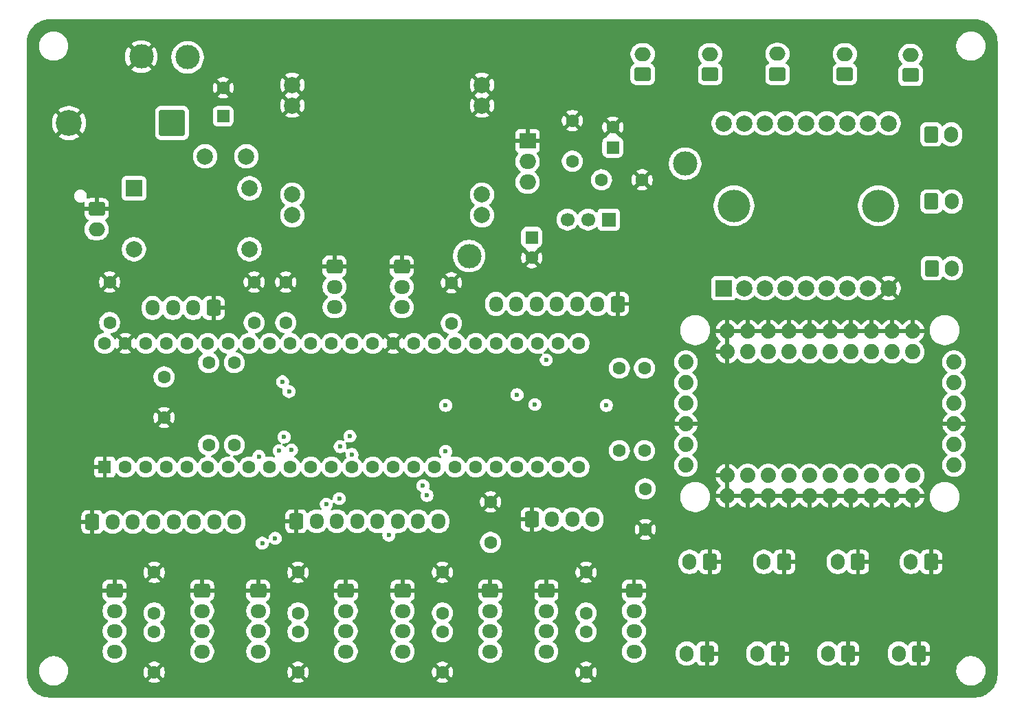
<source format=gbr>
%TF.GenerationSoftware,KiCad,Pcbnew,9.0.6*%
%TF.CreationDate,2026-01-04T18:25:18-08:00*%
%TF.ProjectId,2025_Animation_Controller,32303235-5f41-46e6-996d-6174696f6e5f,rev?*%
%TF.SameCoordinates,Original*%
%TF.FileFunction,Copper,L2,Inr*%
%TF.FilePolarity,Positive*%
%FSLAX46Y46*%
G04 Gerber Fmt 4.6, Leading zero omitted, Abs format (unit mm)*
G04 Created by KiCad (PCBNEW 9.0.6) date 2026-01-04 18:25:18*
%MOMM*%
%LPD*%
G01*
G04 APERTURE LIST*
G04 Aperture macros list*
%AMRoundRect*
0 Rectangle with rounded corners*
0 $1 Rounding radius*
0 $2 $3 $4 $5 $6 $7 $8 $9 X,Y pos of 4 corners*
0 Add a 4 corners polygon primitive as box body*
4,1,4,$2,$3,$4,$5,$6,$7,$8,$9,$2,$3,0*
0 Add four circle primitives for the rounded corners*
1,1,$1+$1,$2,$3*
1,1,$1+$1,$4,$5*
1,1,$1+$1,$6,$7*
1,1,$1+$1,$8,$9*
0 Add four rect primitives between the rounded corners*
20,1,$1+$1,$2,$3,$4,$5,0*
20,1,$1+$1,$4,$5,$6,$7,0*
20,1,$1+$1,$6,$7,$8,$9,0*
20,1,$1+$1,$8,$9,$2,$3,0*%
G04 Aperture macros list end*
%TA.AperFunction,WasherPad*%
%ADD10C,4.000000*%
%TD*%
%TA.AperFunction,ComponentPad*%
%ADD11R,2.000000X2.000000*%
%TD*%
%TA.AperFunction,ComponentPad*%
%ADD12C,2.000000*%
%TD*%
%TA.AperFunction,ComponentPad*%
%ADD13C,3.000000*%
%TD*%
%TA.AperFunction,ComponentPad*%
%ADD14RoundRect,0.250000X0.750000X-0.600000X0.750000X0.600000X-0.750000X0.600000X-0.750000X-0.600000X0*%
%TD*%
%TA.AperFunction,ComponentPad*%
%ADD15O,2.000000X1.700000*%
%TD*%
%TA.AperFunction,ComponentPad*%
%ADD16RoundRect,0.250000X0.600000X0.750000X-0.600000X0.750000X-0.600000X-0.750000X0.600000X-0.750000X0*%
%TD*%
%TA.AperFunction,ComponentPad*%
%ADD17O,1.700000X2.000000*%
%TD*%
%TA.AperFunction,ComponentPad*%
%ADD18RoundRect,0.250000X-0.725000X0.600000X-0.725000X-0.600000X0.725000X-0.600000X0.725000X0.600000X0*%
%TD*%
%TA.AperFunction,ComponentPad*%
%ADD19O,1.950000X1.700000*%
%TD*%
%TA.AperFunction,ComponentPad*%
%ADD20RoundRect,0.250000X0.550000X-0.550000X0.550000X0.550000X-0.550000X0.550000X-0.550000X-0.550000X0*%
%TD*%
%TA.AperFunction,ComponentPad*%
%ADD21C,1.600000*%
%TD*%
%TA.AperFunction,ComponentPad*%
%ADD22RoundRect,0.250000X0.600000X0.725000X-0.600000X0.725000X-0.600000X-0.725000X0.600000X-0.725000X0*%
%TD*%
%TA.AperFunction,ComponentPad*%
%ADD23O,1.700000X1.950000*%
%TD*%
%TA.AperFunction,ComponentPad*%
%ADD24R,2.000000X1.905000*%
%TD*%
%TA.AperFunction,ComponentPad*%
%ADD25O,2.000000X1.905000*%
%TD*%
%TA.AperFunction,ComponentPad*%
%ADD26RoundRect,0.250000X-0.600000X-0.750000X0.600000X-0.750000X0.600000X0.750000X-0.600000X0.750000X0*%
%TD*%
%TA.AperFunction,ComponentPad*%
%ADD27RoundRect,0.250000X-0.550000X0.550000X-0.550000X-0.550000X0.550000X-0.550000X0.550000X0.550000X0*%
%TD*%
%TA.AperFunction,ComponentPad*%
%ADD28RoundRect,0.250000X-0.750000X0.600000X-0.750000X-0.600000X0.750000X-0.600000X0.750000X0.600000X0*%
%TD*%
%TA.AperFunction,ComponentPad*%
%ADD29RoundRect,0.250000X-0.600000X-0.725000X0.600000X-0.725000X0.600000X0.725000X-0.600000X0.725000X0*%
%TD*%
%TA.AperFunction,ComponentPad*%
%ADD30R,1.600000X1.600000*%
%TD*%
%TA.AperFunction,ComponentPad*%
%ADD31RoundRect,0.250000X1.350000X1.350000X-1.350000X1.350000X-1.350000X-1.350000X1.350000X-1.350000X0*%
%TD*%
%TA.AperFunction,ComponentPad*%
%ADD32C,3.200000*%
%TD*%
%TA.AperFunction,ComponentPad*%
%ADD33R,1.700000X1.700000*%
%TD*%
%TA.AperFunction,ComponentPad*%
%ADD34C,1.700000*%
%TD*%
%TA.AperFunction,ComponentPad*%
%ADD35C,1.879600*%
%TD*%
%TA.AperFunction,ViaPad*%
%ADD36C,0.600000*%
%TD*%
G04 APERTURE END LIST*
D10*
%TO.N,*%
%TO.C,U1*%
X180720000Y-61600000D03*
X198500000Y-61600000D03*
D11*
%TO.N,/LED_1*%
X179450000Y-71760000D03*
D12*
%TO.N,/LED_2*%
X181990000Y-71760000D03*
%TO.N,/LED_3*%
X184530000Y-71760000D03*
%TO.N,/LED_4*%
X187070000Y-71760000D03*
%TO.N,/LED_5*%
X189610000Y-71760000D03*
%TO.N,/LED_6*%
X192150000Y-71760000D03*
%TO.N,/LED_7*%
X194690000Y-71760000D03*
%TO.N,/LED_8*%
X197230000Y-71760000D03*
%TO.N,GND*%
X199770000Y-71760000D03*
%TO.N,+12V*%
X199770000Y-51440000D03*
%TO.N,/LED_8_12V*%
X197230000Y-51440000D03*
%TO.N,/LED_7_12V*%
X194690000Y-51440000D03*
%TO.N,/LED_6_12V*%
X192150000Y-51440000D03*
%TO.N,/LED_5_12V*%
X189610000Y-51440000D03*
%TO.N,/LED_4_12V*%
X187070000Y-51440000D03*
%TO.N,/LED_3_12V*%
X184530000Y-51440000D03*
%TO.N,/LED_2_12V*%
X181990000Y-51440000D03*
%TO.N,/LED_1_12V*%
X179450000Y-51440000D03*
%TD*%
%TO.N,GND*%
%TO.C,U3*%
X126300000Y-46700000D03*
X126300000Y-49240000D03*
%TO.N,+12V*%
X126300000Y-60232000D03*
X126300000Y-62772000D03*
%TO.N,+5V*%
X149668000Y-62772000D03*
X149668000Y-60232000D03*
%TO.N,GND*%
X149668000Y-49240000D03*
X149668000Y-46700000D03*
%TD*%
D13*
%TO.N,3V3_AUX*%
%TO.C,TP4*%
X174700000Y-56400000D03*
%TD*%
D14*
%TO.N,/LED_4_12V*%
%TO.C,J5*%
X194375000Y-45400000D03*
D15*
%TO.N,+12V*%
X194375000Y-42900000D03*
%TD*%
D16*
%TO.N,GND*%
%TO.C,J15*%
X194800000Y-116800000D03*
D17*
%TO.N,/BUTTON_6*%
X192300000Y-116800000D03*
%TD*%
D18*
%TO.N,GND*%
%TO.C,J28*%
X157600000Y-109050000D03*
D19*
%TO.N,3V3_AUX*%
X157600000Y-111550000D03*
%TO.N,/REMOTE_ACT_7_TX*%
X157600000Y-114050000D03*
%TO.N,/REMOTE_ACT_7_RX*%
X157600000Y-116550000D03*
%TD*%
D20*
%TO.N,3V3_AUX*%
%TO.C,C16*%
X165800000Y-54396369D03*
D21*
%TO.N,GND*%
X165800000Y-51896369D03*
%TD*%
%TO.N,3V3_AUX*%
%TO.C,C7*%
X109300000Y-114100000D03*
%TO.N,GND*%
X109300000Y-119100000D03*
%TD*%
D14*
%TO.N,/LED_2_12V*%
%TO.C,J3*%
X177775000Y-45400000D03*
D15*
%TO.N,+12V*%
X177775000Y-42900000D03*
%TD*%
D22*
%TO.N,GND*%
%TO.C,J21*%
X166400000Y-73700000D03*
D23*
%TO.N,/Display_Power*%
X163900000Y-73700000D03*
%TO.N,/SPI_SCK*%
X161400000Y-73700000D03*
%TO.N,/SPI_MOSI*%
X158900000Y-73700000D03*
%TO.N,/LCD_RST*%
X156400000Y-73700000D03*
%TO.N,/LCD_DC*%
X153900000Y-73700000D03*
%TO.N,/SPI_CS*%
X151400000Y-73700000D03*
%TD*%
D11*
%TO.N,Net-(J30-Pin_2)*%
%TO.C,D3*%
X106792500Y-59450000D03*
D12*
X106792500Y-66950000D03*
%TO.N,Net-(D3-Pad3)*%
X121042500Y-66950000D03*
X121042500Y-59450000D03*
%TD*%
D16*
%TO.N,GND*%
%TO.C,J10*%
X177750000Y-105500000D03*
D17*
%TO.N,/BUTTON_1*%
X175250000Y-105500000D03*
%TD*%
D18*
%TO.N,GND*%
%TO.C,J20*%
X139800000Y-69100000D03*
D19*
%TO.N,/ANALOG_ACCEL_INPUT*%
X139800000Y-71600000D03*
%TO.N,3V3_MCU*%
X139800000Y-74100000D03*
%TD*%
D16*
%TO.N,GND*%
%TO.C,J16*%
X205000000Y-105500000D03*
D17*
%TO.N,/BUTTON_7*%
X202500000Y-105500000D03*
%TD*%
D14*
%TO.N,/LED_1_12V*%
%TO.C,J2*%
X169475000Y-45400000D03*
D15*
%TO.N,+12V*%
X169475000Y-42900000D03*
%TD*%
D21*
%TO.N,3V3_AUX*%
%TO.C,C18*%
X160800000Y-56100000D03*
%TO.N,GND*%
X160800000Y-51100000D03*
%TD*%
D18*
%TO.N,GND*%
%TO.C,J24*%
X122100000Y-109050000D03*
D19*
%TO.N,3V3_AUX*%
X122100000Y-111550000D03*
%TO.N,/REMOTE_ACT_3_TX*%
X122100000Y-114050000D03*
%TO.N,/REMOTE_ACT_3_RX*%
X122100000Y-116550000D03*
%TD*%
D24*
%TO.N,GND*%
%TO.C,U4*%
X155300000Y-53600000D03*
D25*
%TO.N,3V3_AUX*%
X155300000Y-56140000D03*
%TO.N,+5V*%
X155300000Y-58680000D03*
%TD*%
D21*
%TO.N,3V3_MCU*%
%TO.C,C2*%
X125500000Y-76000000D03*
%TO.N,GND*%
X125500000Y-71000000D03*
%TD*%
%TO.N,GND*%
%TO.C,C19*%
X150725000Y-98100000D03*
%TO.N,3V3_AUX*%
X150725000Y-103100000D03*
%TD*%
D26*
%TO.N,/LED_7_12V*%
%TO.C,J8*%
X205050000Y-61075000D03*
D17*
%TO.N,+12V*%
X207550000Y-61075000D03*
%TD*%
D21*
%TO.N,3V3_MCU*%
%TO.C,C1*%
X121600000Y-76000000D03*
%TO.N,GND*%
X121600000Y-71000000D03*
%TD*%
%TO.N,3V3_AUX*%
%TO.C,C6*%
X109300000Y-111800000D03*
%TO.N,GND*%
X109300000Y-106800000D03*
%TD*%
D14*
%TO.N,/LED_3_12V*%
%TO.C,J4*%
X186075000Y-45375000D03*
D15*
%TO.N,+12V*%
X186075000Y-42875000D03*
%TD*%
D21*
%TO.N,3V3_AUX*%
%TO.C,C4*%
X169800000Y-96500000D03*
%TO.N,GND*%
X169800000Y-101500000D03*
%TD*%
D27*
%TO.N,+5V*%
%TO.C,C17*%
X155800000Y-65503631D03*
D21*
%TO.N,GND*%
X155800000Y-68003631D03*
%TD*%
D13*
%TO.N,+12V*%
%TO.C,TP2*%
X113400000Y-43300000D03*
%TD*%
D28*
%TO.N,GND*%
%TO.C,J30*%
X102200000Y-62000000D03*
D15*
%TO.N,Net-(J30-Pin_2)*%
X102200000Y-64500000D03*
%TD*%
D29*
%TO.N,GND*%
%TO.C,J31*%
X101675000Y-100575000D03*
D23*
%TO.N,3V3_AUX*%
X104175000Y-100575000D03*
%TO.N,/SPARE_2*%
X106675000Y-100575000D03*
%TO.N,/SPARE_3*%
X109175000Y-100575000D03*
%TO.N,/SPARE_6*%
X111675000Y-100575000D03*
%TO.N,/SPARE_9*%
X114175000Y-100575000D03*
%TO.N,/SPARE_26*%
X116675000Y-100575000D03*
%TO.N,/SPARE_27*%
X119175000Y-100575000D03*
%TD*%
D29*
%TO.N,GND*%
%TO.C,J32*%
X126800000Y-100500000D03*
D23*
%TO.N,3V3_AUX*%
X129300000Y-100500000D03*
%TO.N,/SPARE_30*%
X131800000Y-100500000D03*
%TO.N,/SPARE_33*%
X134300000Y-100500000D03*
%TO.N,/SPARE_36*%
X136800000Y-100500000D03*
%TO.N,/SPARE_37*%
X139300000Y-100500000D03*
%TO.N,/SPARE_23*%
X141800000Y-100500000D03*
%TO.N,unconnected-(J32-Pin_8-Pad8)*%
X144300000Y-100500000D03*
%TD*%
D18*
%TO.N,GND*%
%TO.C,J19*%
X131500000Y-69100000D03*
D19*
%TO.N,/ANALOG_SPEED_INPUT*%
X131500000Y-71600000D03*
%TO.N,3V3_MCU*%
X131500000Y-74100000D03*
%TD*%
D18*
%TO.N,GND*%
%TO.C,J22*%
X104400000Y-109050000D03*
D19*
%TO.N,3V3_AUX*%
X104400000Y-111550000D03*
%TO.N,/REMOTE_ACT_1_TX*%
X104400000Y-114050000D03*
%TO.N,/REMOTE_ACT_1_RX*%
X104400000Y-116550000D03*
%TD*%
D30*
%TO.N,GND*%
%TO.C,U2*%
X103205000Y-93800000D03*
D21*
%TO.N,/REMOTE_ACT_1_RX*%
X105745000Y-93800000D03*
%TO.N,/REMOTE_ACT_1_TX*%
X108285000Y-93800000D03*
%TO.N,/SPARE_2*%
X110825000Y-93800000D03*
%TO.N,/SPARE_3*%
X113365000Y-93800000D03*
%TO.N,/ENCODER_B*%
X115905000Y-93800000D03*
%TO.N,/ENCODER_A*%
X118445000Y-93800000D03*
%TO.N,/SPARE_6*%
X120985000Y-93800000D03*
%TO.N,/REMOTE_ACT_2_RX*%
X123525000Y-93800000D03*
%TO.N,/REMOTE_ACT_2_TX*%
X126065000Y-93800000D03*
%TO.N,/SPARE_9*%
X128605000Y-93800000D03*
%TO.N,/SPI_CS*%
X131145000Y-93800000D03*
%TO.N,/SPI_MOSI*%
X133685000Y-93800000D03*
%TO.N,unconnected-(U2-12_MISO_MQSL-Pad14)*%
X136225000Y-93800000D03*
%TO.N,3V3_MCU*%
X138765000Y-93800000D03*
%TO.N,/REMOTE_ACT_6_TX*%
X141305000Y-93800000D03*
%TO.N,/REMOTE_ACT_6_RX*%
X143845000Y-93800000D03*
%TO.N,/SPARE_26*%
X146385000Y-93800000D03*
%TO.N,/SPARE_27*%
X148925000Y-93800000D03*
%TO.N,/REMOTE_ACT_7_RX*%
X151465000Y-93800000D03*
%TO.N,/REMOTE_ACT_7_TX*%
X154005000Y-93800000D03*
%TO.N,/SPARE_30*%
X156545000Y-93800000D03*
%TO.N,/I2C2_SDA*%
X159085000Y-93800000D03*
%TO.N,/I2C2_SCL*%
X161625000Y-93800000D03*
%TO.N,/SPARE_33*%
X161625000Y-78560000D03*
%TO.N,/REMOTE_ACT_8_RX*%
X159085000Y-78560000D03*
%TO.N,/REMOTE_ACT_8_TX*%
X156545000Y-78560000D03*
%TO.N,/SPARE_36*%
X154005000Y-78560000D03*
%TO.N,/SPARE_37*%
X151465000Y-78560000D03*
%TO.N,/LCD_RST*%
X148925000Y-78560000D03*
%TO.N,/LCD_DC*%
X146385000Y-78560000D03*
%TO.N,/ANALOG_ACCEL_INPUT*%
X143845000Y-78560000D03*
%TO.N,/ANALOG_SPEED_INPUT*%
X141305000Y-78560000D03*
%TO.N,GND*%
X138765000Y-78560000D03*
%TO.N,/SPI_SCK*%
X136225000Y-78560000D03*
%TO.N,/REMOTE_ACT_3_TX*%
X133685000Y-78560000D03*
%TO.N,/REMOTE_ACT_3_RX*%
X131145000Y-78560000D03*
%TO.N,/REMOTE_ACT_4_RX*%
X128605000Y-78560000D03*
%TO.N,/REMOTE_ACT_4_TX*%
X126065000Y-78560000D03*
%TO.N,/I2C_SDA*%
X123525000Y-78560000D03*
%TO.N,/I2C_SCL*%
X120985000Y-78560000D03*
%TO.N,/REMOTE_ACT_5_TX*%
X118445000Y-78560000D03*
%TO.N,/REMOTE_ACT_5_RX*%
X115905000Y-78560000D03*
%TO.N,/SX1509_INT*%
X113365000Y-78560000D03*
%TO.N,/SPARE_23*%
X110825000Y-78560000D03*
%TO.N,3V3_MCU*%
X108285000Y-78560000D03*
%TO.N,GND*%
X105745000Y-78560000D03*
%TO.N,+5V*%
X103205000Y-78560000D03*
%TD*%
D16*
%TO.N,GND*%
%TO.C,J13*%
X186100000Y-116800000D03*
D17*
%TO.N,/BUTTON_4*%
X183600000Y-116800000D03*
%TD*%
D21*
%TO.N,3V3_AUX*%
%TO.C,C11*%
X144800000Y-114100000D03*
%TO.N,GND*%
X144800000Y-119100000D03*
%TD*%
D31*
%TO.N,+12V*%
%TO.C,D2*%
X111500000Y-51400000D03*
D32*
%TO.N,GND*%
X98800000Y-51400000D03*
%TD*%
D21*
%TO.N,+5V*%
%TO.C,C14*%
X103800000Y-76000000D03*
%TO.N,GND*%
X103800000Y-71000000D03*
%TD*%
D22*
%TO.N,GND*%
%TO.C,J18*%
X116600000Y-74200000D03*
D23*
%TO.N,3V3_MCU*%
X114100000Y-74200000D03*
%TO.N,/ENCODER_A*%
X111600000Y-74200000D03*
%TO.N,/ENCODER_B*%
X109100000Y-74200000D03*
%TD*%
D29*
%TO.N,GND*%
%TO.C,J1*%
X155795000Y-100250000D03*
D23*
%TO.N,3V3_AUX*%
X158295000Y-100250000D03*
%TO.N,/I2C2_SDA*%
X160795000Y-100250000D03*
%TO.N,/I2C2_SCL*%
X163295000Y-100250000D03*
%TD*%
D20*
%TO.N,+12V*%
%TO.C,C20*%
X117800000Y-50552651D03*
D21*
%TO.N,GND*%
X117800000Y-47052651D03*
%TD*%
D33*
%TO.N,3V3_AUX*%
%TO.C,JP1*%
X165280000Y-63300000D03*
D34*
%TO.N,/Display_Power*%
X162740000Y-63300000D03*
%TO.N,+5V*%
X160200000Y-63300000D03*
%TD*%
D18*
%TO.N,GND*%
%TO.C,J26*%
X139900000Y-109050000D03*
D19*
%TO.N,3V3_AUX*%
X139900000Y-111550000D03*
%TO.N,/REMOTE_ACT_5_TX*%
X139900000Y-114050000D03*
%TO.N,/REMOTE_ACT_5_RX*%
X139900000Y-116550000D03*
%TD*%
D18*
%TO.N,GND*%
%TO.C,J29*%
X168400000Y-109050000D03*
D19*
%TO.N,3V3_AUX*%
X168400000Y-111550000D03*
%TO.N,/REMOTE_ACT_8_TX*%
X168400000Y-114050000D03*
%TO.N,/REMOTE_ACT_8_RX*%
X168400000Y-116550000D03*
%TD*%
D18*
%TO.N,GND*%
%TO.C,J25*%
X132900000Y-109050000D03*
D19*
%TO.N,3V3_AUX*%
X132900000Y-111550000D03*
%TO.N,/REMOTE_ACT_4_TX*%
X132900000Y-114050000D03*
%TO.N,/REMOTE_ACT_4_RX*%
X132900000Y-116550000D03*
%TD*%
D21*
%TO.N,3V3_AUX*%
%TO.C,C12*%
X162500000Y-111800000D03*
%TO.N,GND*%
X162500000Y-106800000D03*
%TD*%
D18*
%TO.N,GND*%
%TO.C,J23*%
X115200000Y-109050000D03*
D19*
%TO.N,3V3_AUX*%
X115200000Y-111550000D03*
%TO.N,/REMOTE_ACT_2_TX*%
X115200000Y-114050000D03*
%TO.N,/REMOTE_ACT_2_RX*%
X115200000Y-116550000D03*
%TD*%
D21*
%TO.N,3V3_AUX*%
%TO.C,C8*%
X127000000Y-111800000D03*
%TO.N,GND*%
X127000000Y-106800000D03*
%TD*%
%TO.N,3V3_AUX*%
%TO.C,C13*%
X162500000Y-114100000D03*
%TO.N,GND*%
X162500000Y-119100000D03*
%TD*%
D16*
%TO.N,GND*%
%TO.C,J11*%
X177400000Y-116800000D03*
D17*
%TO.N,/BUTTON_2*%
X174900000Y-116800000D03*
%TD*%
D13*
%TO.N,GND*%
%TO.C,TP1*%
X107700000Y-43200000D03*
%TD*%
%TO.N,+5V*%
%TO.C,TP3*%
X148100000Y-67800000D03*
%TD*%
D16*
%TO.N,GND*%
%TO.C,J12*%
X186900000Y-105500000D03*
D17*
%TO.N,/BUTTON_3*%
X184400000Y-105500000D03*
%TD*%
D26*
%TO.N,/LED_6_12V*%
%TO.C,J7*%
X205100000Y-69300000D03*
D17*
%TO.N,+12V*%
X207600000Y-69300000D03*
%TD*%
D35*
%TO.N,/SX1509_INT*%
%TO.C,U5*%
X174800000Y-93570000D03*
%TO.N,unconnected-(U5-~{RST}-Pad2)*%
X174800000Y-91030000D03*
%TO.N,GND*%
X174800000Y-88490000D03*
%TO.N,3V3_AUX*%
X174800000Y-85950000D03*
%TO.N,/I2C_SDA*%
X174800000Y-83410000D03*
%TO.N,/I2C_SCL*%
X174800000Y-80870000D03*
%TO.N,unconnected-(U5-OSC-Pad7)*%
X207820000Y-93570000D03*
%TO.N,unconnected-(U5-~{RST}-Pad8)*%
X207820000Y-91030000D03*
%TO.N,GND*%
X207820000Y-88490000D03*
%TO.N,unconnected-(U5-3V3-Pad10)*%
X207820000Y-85950000D03*
%TO.N,unconnected-(U5-~{SDA}-Pad11)*%
X207820000Y-83410000D03*
%TO.N,unconnected-(U5-~{SCL}-Pad12)*%
X207820000Y-80870000D03*
%TO.N,GND*%
X179880000Y-94840000D03*
%TO.N,/BUTTON_1*%
X182420000Y-94840000D03*
%TO.N,/BUTTON_2*%
X184960000Y-94840000D03*
%TO.N,/BUTTON_3*%
X187500000Y-94840000D03*
%TO.N,/BUTTON_4*%
X190040000Y-94840000D03*
%TO.N,unconnected-(U5-VC1-Pad18)*%
X192580000Y-94840000D03*
%TO.N,/BUTTON_5*%
X195120000Y-94840000D03*
%TO.N,/BUTTON_6*%
X197660000Y-94840000D03*
%TO.N,/BUTTON_7*%
X200200000Y-94840000D03*
%TO.N,/BUTTON_8*%
X202740000Y-94840000D03*
%TO.N,/LED_8*%
X202740000Y-79600000D03*
%TO.N,/LED_7*%
X200200000Y-79600000D03*
%TO.N,/LED_6*%
X197660000Y-79600000D03*
%TO.N,/LED_5*%
X195120000Y-79600000D03*
%TO.N,unconnected-(U5-VC2-Pad27)*%
X192580000Y-79600000D03*
%TO.N,/LED_4*%
X190040000Y-79600000D03*
%TO.N,/LED_3*%
X187500000Y-79600000D03*
%TO.N,/LED_2*%
X184960000Y-79600000D03*
%TO.N,/LED_1*%
X182420000Y-79600000D03*
%TO.N,GND*%
X179880000Y-79600000D03*
X179880000Y-77060000D03*
X182420000Y-77060000D03*
X184960000Y-77060000D03*
X187500000Y-77060000D03*
X190040000Y-77060000D03*
X192580000Y-77060000D03*
X195120000Y-77060000D03*
X197660000Y-77060000D03*
X200200000Y-77060000D03*
X202740000Y-77060000D03*
X202740000Y-97380000D03*
X200200000Y-97380000D03*
X197660000Y-97380000D03*
X195120000Y-97380000D03*
X192580000Y-97380000D03*
X190040000Y-97380000D03*
X187500000Y-97380000D03*
X184960000Y-97380000D03*
X182420000Y-97380000D03*
X179880000Y-97380000D03*
%TD*%
D21*
%TO.N,3V3_AUX*%
%TO.C,C9*%
X127000000Y-114100000D03*
%TO.N,GND*%
X127000000Y-119100000D03*
%TD*%
D16*
%TO.N,GND*%
%TO.C,J17*%
X203500000Y-116800000D03*
D17*
%TO.N,/BUTTON_8*%
X201000000Y-116800000D03*
%TD*%
D21*
%TO.N,3V3_AUX*%
%TO.C,C10*%
X144800000Y-111800000D03*
%TO.N,GND*%
X144800000Y-106800000D03*
%TD*%
D16*
%TO.N,GND*%
%TO.C,J14*%
X196000000Y-105500000D03*
D17*
%TO.N,/BUTTON_5*%
X193500000Y-105500000D03*
%TD*%
D26*
%TO.N,/LED_8_12V*%
%TO.C,J9*%
X205000000Y-52800000D03*
D17*
%TO.N,+12V*%
X207500000Y-52800000D03*
%TD*%
D14*
%TO.N,/LED_5_12V*%
%TO.C,J6*%
X202475000Y-45500000D03*
D15*
%TO.N,+12V*%
X202475000Y-43000000D03*
%TD*%
D18*
%TO.N,GND*%
%TO.C,J27*%
X150700000Y-109050000D03*
D19*
%TO.N,3V3_AUX*%
X150700000Y-111550000D03*
%TO.N,/REMOTE_ACT_6_TX*%
X150700000Y-114050000D03*
%TO.N,/REMOTE_ACT_6_RX*%
X150700000Y-116550000D03*
%TD*%
D21*
%TO.N,/Display_Power*%
%TO.C,C5*%
X164400000Y-58400000D03*
%TO.N,GND*%
X169400000Y-58400000D03*
%TD*%
%TO.N,3V3_MCU*%
%TO.C,C3*%
X145900000Y-76100000D03*
%TO.N,GND*%
X145900000Y-71100000D03*
%TD*%
D12*
%TO.N,Net-(D3-Pad3)*%
%TO.C,F1*%
X115560000Y-55500000D03*
%TO.N,+12V*%
X120640000Y-55510000D03*
%TD*%
D21*
%TO.N,/I2C2_SDA*%
%TO.C,R2*%
X169700000Y-81620000D03*
%TO.N,3V3_AUX*%
X169700000Y-91780000D03*
%TD*%
%TO.N,3V3_MCU*%
%TO.C,C15*%
X110500000Y-82700000D03*
%TO.N,GND*%
X110500000Y-87700000D03*
%TD*%
%TO.N,3V3_MCU*%
%TO.C,R3*%
X116000000Y-80940000D03*
%TO.N,/ENCODER_B*%
X116000000Y-91100000D03*
%TD*%
%TO.N,3V3_MCU*%
%TO.C,R4*%
X119165000Y-80940000D03*
%TO.N,/ENCODER_A*%
X119165000Y-91100000D03*
%TD*%
%TO.N,3V3_AUX*%
%TO.C,R1*%
X166600000Y-91780000D03*
%TO.N,/I2C2_SCL*%
X166600000Y-81620000D03*
%TD*%
D36*
%TO.N,/SPARE_26*%
X145200000Y-91900000D03*
X124200000Y-102600000D03*
%TO.N,/SPARE_27*%
X132200000Y-91300000D03*
X133400000Y-90000000D03*
X125300000Y-90100000D03*
%TO.N,/SPARE_37*%
X145200000Y-86200000D03*
X142400000Y-96100000D03*
%TO.N,/SPARE_30*%
X142900000Y-97300000D03*
X138200000Y-102200000D03*
%TO.N,/SPARE_9*%
X122600000Y-103200000D03*
%TO.N,/SPARE_36*%
X133650707Y-92249293D03*
%TO.N,/SPI_SCK*%
X157600000Y-80600000D03*
%TO.N,/REMOTE_ACT_4_TX*%
X125100000Y-83300000D03*
%TO.N,/REMOTE_ACT_4_RX*%
X125900000Y-84500000D03*
%TO.N,/REMOTE_ACT_5_RX*%
X124700000Y-91800000D03*
X130500000Y-98400000D03*
%TO.N,/REMOTE_ACT_5_TX*%
X126200000Y-91700000D03*
X132100000Y-97700000D03*
%TO.N,/SPARE_23*%
X122200000Y-92500000D03*
%TO.N,/REMOTE_ACT_8_RX*%
X156200000Y-86100000D03*
%TO.N,/REMOTE_ACT_8_TX*%
X154000000Y-84900000D03*
X165000000Y-86200000D03*
%TD*%
%TA.AperFunction,Conductor*%
%TO.N,GND*%
G36*
X181946619Y-97183919D02*
G01*
X181912000Y-97313120D01*
X181912000Y-97446880D01*
X181946619Y-97576081D01*
X181977749Y-97630000D01*
X180322251Y-97630000D01*
X180353381Y-97576081D01*
X180388000Y-97446880D01*
X180388000Y-97313120D01*
X180353381Y-97183919D01*
X180322251Y-97130000D01*
X181977749Y-97130000D01*
X181946619Y-97183919D01*
G37*
%TD.AperFunction*%
%TA.AperFunction,Conductor*%
G36*
X184486619Y-97183919D02*
G01*
X184452000Y-97313120D01*
X184452000Y-97446880D01*
X184486619Y-97576081D01*
X184517749Y-97630000D01*
X182862251Y-97630000D01*
X182893381Y-97576081D01*
X182928000Y-97446880D01*
X182928000Y-97313120D01*
X182893381Y-97183919D01*
X182862251Y-97130000D01*
X184517749Y-97130000D01*
X184486619Y-97183919D01*
G37*
%TD.AperFunction*%
%TA.AperFunction,Conductor*%
G36*
X187026619Y-97183919D02*
G01*
X186992000Y-97313120D01*
X186992000Y-97446880D01*
X187026619Y-97576081D01*
X187057749Y-97630000D01*
X185402251Y-97630000D01*
X185433381Y-97576081D01*
X185468000Y-97446880D01*
X185468000Y-97313120D01*
X185433381Y-97183919D01*
X185402251Y-97130000D01*
X187057749Y-97130000D01*
X187026619Y-97183919D01*
G37*
%TD.AperFunction*%
%TA.AperFunction,Conductor*%
G36*
X189566619Y-97183919D02*
G01*
X189532000Y-97313120D01*
X189532000Y-97446880D01*
X189566619Y-97576081D01*
X189597749Y-97630000D01*
X187942251Y-97630000D01*
X187973381Y-97576081D01*
X188008000Y-97446880D01*
X188008000Y-97313120D01*
X187973381Y-97183919D01*
X187942251Y-97130000D01*
X189597749Y-97130000D01*
X189566619Y-97183919D01*
G37*
%TD.AperFunction*%
%TA.AperFunction,Conductor*%
G36*
X192106619Y-97183919D02*
G01*
X192072000Y-97313120D01*
X192072000Y-97446880D01*
X192106619Y-97576081D01*
X192137749Y-97630000D01*
X190482251Y-97630000D01*
X190513381Y-97576081D01*
X190548000Y-97446880D01*
X190548000Y-97313120D01*
X190513381Y-97183919D01*
X190482251Y-97130000D01*
X192137749Y-97130000D01*
X192106619Y-97183919D01*
G37*
%TD.AperFunction*%
%TA.AperFunction,Conductor*%
G36*
X194646619Y-97183919D02*
G01*
X194612000Y-97313120D01*
X194612000Y-97446880D01*
X194646619Y-97576081D01*
X194677749Y-97630000D01*
X193022251Y-97630000D01*
X193053381Y-97576081D01*
X193088000Y-97446880D01*
X193088000Y-97313120D01*
X193053381Y-97183919D01*
X193022251Y-97130000D01*
X194677749Y-97130000D01*
X194646619Y-97183919D01*
G37*
%TD.AperFunction*%
%TA.AperFunction,Conductor*%
G36*
X197186619Y-97183919D02*
G01*
X197152000Y-97313120D01*
X197152000Y-97446880D01*
X197186619Y-97576081D01*
X197217749Y-97630000D01*
X195562251Y-97630000D01*
X195593381Y-97576081D01*
X195628000Y-97446880D01*
X195628000Y-97313120D01*
X195593381Y-97183919D01*
X195562251Y-97130000D01*
X197217749Y-97130000D01*
X197186619Y-97183919D01*
G37*
%TD.AperFunction*%
%TA.AperFunction,Conductor*%
G36*
X199726619Y-97183919D02*
G01*
X199692000Y-97313120D01*
X199692000Y-97446880D01*
X199726619Y-97576081D01*
X199757749Y-97630000D01*
X198102251Y-97630000D01*
X198133381Y-97576081D01*
X198168000Y-97446880D01*
X198168000Y-97313120D01*
X198133381Y-97183919D01*
X198102251Y-97130000D01*
X199757749Y-97130000D01*
X199726619Y-97183919D01*
G37*
%TD.AperFunction*%
%TA.AperFunction,Conductor*%
G36*
X202266619Y-97183919D02*
G01*
X202232000Y-97313120D01*
X202232000Y-97446880D01*
X202266619Y-97576081D01*
X202297749Y-97630000D01*
X200642251Y-97630000D01*
X200673381Y-97576081D01*
X200708000Y-97446880D01*
X200708000Y-97313120D01*
X200673381Y-97183919D01*
X200642251Y-97130000D01*
X202297749Y-97130000D01*
X202266619Y-97183919D01*
G37*
%TD.AperFunction*%
%TA.AperFunction,Conductor*%
G36*
X180130000Y-96937748D02*
G01*
X180076081Y-96906619D01*
X179946880Y-96872000D01*
X179813120Y-96872000D01*
X179683919Y-96906619D01*
X179630000Y-96937748D01*
X179630000Y-95282251D01*
X179683919Y-95313381D01*
X179813120Y-95348000D01*
X179946880Y-95348000D01*
X180076081Y-95313381D01*
X180130000Y-95282251D01*
X180130000Y-96937748D01*
G37*
%TD.AperFunction*%
%TA.AperFunction,Conductor*%
G36*
X180130000Y-79157748D02*
G01*
X180076081Y-79126619D01*
X179946880Y-79092000D01*
X179813120Y-79092000D01*
X179683919Y-79126619D01*
X179630000Y-79157748D01*
X179630000Y-77502251D01*
X179683919Y-77533381D01*
X179813120Y-77568000D01*
X179946880Y-77568000D01*
X180076081Y-77533381D01*
X180130000Y-77502251D01*
X180130000Y-79157748D01*
G37*
%TD.AperFunction*%
%TA.AperFunction,Conductor*%
G36*
X181946619Y-76863919D02*
G01*
X181912000Y-76993120D01*
X181912000Y-77126880D01*
X181946619Y-77256081D01*
X181977749Y-77310000D01*
X180322251Y-77310000D01*
X180353381Y-77256081D01*
X180388000Y-77126880D01*
X180388000Y-76993120D01*
X180353381Y-76863919D01*
X180322251Y-76810000D01*
X181977749Y-76810000D01*
X181946619Y-76863919D01*
G37*
%TD.AperFunction*%
%TA.AperFunction,Conductor*%
G36*
X184486619Y-76863919D02*
G01*
X184452000Y-76993120D01*
X184452000Y-77126880D01*
X184486619Y-77256081D01*
X184517749Y-77310000D01*
X182862251Y-77310000D01*
X182893381Y-77256081D01*
X182928000Y-77126880D01*
X182928000Y-76993120D01*
X182893381Y-76863919D01*
X182862251Y-76810000D01*
X184517749Y-76810000D01*
X184486619Y-76863919D01*
G37*
%TD.AperFunction*%
%TA.AperFunction,Conductor*%
G36*
X187026619Y-76863919D02*
G01*
X186992000Y-76993120D01*
X186992000Y-77126880D01*
X187026619Y-77256081D01*
X187057749Y-77310000D01*
X185402251Y-77310000D01*
X185433381Y-77256081D01*
X185468000Y-77126880D01*
X185468000Y-76993120D01*
X185433381Y-76863919D01*
X185402251Y-76810000D01*
X187057749Y-76810000D01*
X187026619Y-76863919D01*
G37*
%TD.AperFunction*%
%TA.AperFunction,Conductor*%
G36*
X189566619Y-76863919D02*
G01*
X189532000Y-76993120D01*
X189532000Y-77126880D01*
X189566619Y-77256081D01*
X189597749Y-77310000D01*
X187942251Y-77310000D01*
X187973381Y-77256081D01*
X188008000Y-77126880D01*
X188008000Y-76993120D01*
X187973381Y-76863919D01*
X187942251Y-76810000D01*
X189597749Y-76810000D01*
X189566619Y-76863919D01*
G37*
%TD.AperFunction*%
%TA.AperFunction,Conductor*%
G36*
X192106619Y-76863919D02*
G01*
X192072000Y-76993120D01*
X192072000Y-77126880D01*
X192106619Y-77256081D01*
X192137749Y-77310000D01*
X190482251Y-77310000D01*
X190513381Y-77256081D01*
X190548000Y-77126880D01*
X190548000Y-76993120D01*
X190513381Y-76863919D01*
X190482251Y-76810000D01*
X192137749Y-76810000D01*
X192106619Y-76863919D01*
G37*
%TD.AperFunction*%
%TA.AperFunction,Conductor*%
G36*
X194646619Y-76863919D02*
G01*
X194612000Y-76993120D01*
X194612000Y-77126880D01*
X194646619Y-77256081D01*
X194677749Y-77310000D01*
X193022251Y-77310000D01*
X193053381Y-77256081D01*
X193088000Y-77126880D01*
X193088000Y-76993120D01*
X193053381Y-76863919D01*
X193022251Y-76810000D01*
X194677749Y-76810000D01*
X194646619Y-76863919D01*
G37*
%TD.AperFunction*%
%TA.AperFunction,Conductor*%
G36*
X197186619Y-76863919D02*
G01*
X197152000Y-76993120D01*
X197152000Y-77126880D01*
X197186619Y-77256081D01*
X197217749Y-77310000D01*
X195562251Y-77310000D01*
X195593381Y-77256081D01*
X195628000Y-77126880D01*
X195628000Y-76993120D01*
X195593381Y-76863919D01*
X195562251Y-76810000D01*
X197217749Y-76810000D01*
X197186619Y-76863919D01*
G37*
%TD.AperFunction*%
%TA.AperFunction,Conductor*%
G36*
X199726619Y-76863919D02*
G01*
X199692000Y-76993120D01*
X199692000Y-77126880D01*
X199726619Y-77256081D01*
X199757749Y-77310000D01*
X198102251Y-77310000D01*
X198133381Y-77256081D01*
X198168000Y-77126880D01*
X198168000Y-76993120D01*
X198133381Y-76863919D01*
X198102251Y-76810000D01*
X199757749Y-76810000D01*
X199726619Y-76863919D01*
G37*
%TD.AperFunction*%
%TA.AperFunction,Conductor*%
G36*
X202266619Y-76863919D02*
G01*
X202232000Y-76993120D01*
X202232000Y-77126880D01*
X202266619Y-77256081D01*
X202297749Y-77310000D01*
X200642251Y-77310000D01*
X200673381Y-77256081D01*
X200708000Y-77126880D01*
X200708000Y-76993120D01*
X200673381Y-76863919D01*
X200642251Y-76810000D01*
X202297749Y-76810000D01*
X202266619Y-76863919D01*
G37*
%TD.AperFunction*%
%TA.AperFunction,Conductor*%
G36*
X210403472Y-38620695D02*
G01*
X210706503Y-38637713D01*
X210720301Y-38639267D01*
X211016080Y-38689522D01*
X211029636Y-38692616D01*
X211317927Y-38775672D01*
X211331051Y-38780265D01*
X211608222Y-38895072D01*
X211620744Y-38901101D01*
X211823184Y-39012986D01*
X211883328Y-39046227D01*
X211895102Y-39053625D01*
X212139789Y-39227239D01*
X212150657Y-39235907D01*
X212374352Y-39435815D01*
X212384184Y-39445647D01*
X212584092Y-39669342D01*
X212592763Y-39680214D01*
X212766374Y-39924897D01*
X212773772Y-39936671D01*
X212918894Y-40199248D01*
X212924927Y-40211777D01*
X213039734Y-40488948D01*
X213044327Y-40502072D01*
X213127383Y-40790363D01*
X213130477Y-40803920D01*
X213180730Y-41099688D01*
X213182287Y-41113506D01*
X213199305Y-41416527D01*
X213199500Y-41423480D01*
X213199500Y-119416519D01*
X213199305Y-119423472D01*
X213182287Y-119726493D01*
X213180730Y-119740311D01*
X213130477Y-120036079D01*
X213127383Y-120049636D01*
X213044327Y-120337927D01*
X213039734Y-120351051D01*
X212924927Y-120628222D01*
X212918894Y-120640751D01*
X212773772Y-120903328D01*
X212766374Y-120915102D01*
X212592763Y-121159785D01*
X212584092Y-121170657D01*
X212384184Y-121394352D01*
X212374352Y-121404184D01*
X212150657Y-121604092D01*
X212139785Y-121612763D01*
X211895102Y-121786374D01*
X211883328Y-121793772D01*
X211620751Y-121938894D01*
X211608222Y-121944927D01*
X211331051Y-122059734D01*
X211317927Y-122064327D01*
X211029636Y-122147383D01*
X211016079Y-122150477D01*
X210720311Y-122200730D01*
X210706493Y-122202287D01*
X210403472Y-122219305D01*
X210396519Y-122219500D01*
X96403481Y-122219500D01*
X96396528Y-122219305D01*
X96093506Y-122202287D01*
X96079688Y-122200730D01*
X95783920Y-122150477D01*
X95770363Y-122147383D01*
X95482072Y-122064327D01*
X95468948Y-122059734D01*
X95191777Y-121944927D01*
X95179248Y-121938894D01*
X94916671Y-121793772D01*
X94904897Y-121786374D01*
X94660214Y-121612763D01*
X94649342Y-121604092D01*
X94425647Y-121404184D01*
X94415815Y-121394352D01*
X94215907Y-121170657D01*
X94207236Y-121159785D01*
X94033625Y-120915102D01*
X94026227Y-120903328D01*
X93925180Y-120720498D01*
X93881101Y-120640744D01*
X93875072Y-120628222D01*
X93760265Y-120351051D01*
X93755672Y-120337927D01*
X93710022Y-120179474D01*
X93672615Y-120049634D01*
X93669522Y-120036079D01*
X93619267Y-119740301D01*
X93617713Y-119726503D01*
X93600695Y-119423472D01*
X93600500Y-119416519D01*
X93600500Y-118801989D01*
X95099500Y-118801989D01*
X95099500Y-119038011D01*
X95130307Y-119272014D01*
X95165784Y-119404417D01*
X95191394Y-119499993D01*
X95281714Y-119718045D01*
X95281719Y-119718056D01*
X95352677Y-119840957D01*
X95399727Y-119922450D01*
X95399729Y-119922453D01*
X95399730Y-119922454D01*
X95543406Y-120109697D01*
X95543412Y-120109704D01*
X95710295Y-120276587D01*
X95710301Y-120276592D01*
X95897550Y-120420273D01*
X96028918Y-120496118D01*
X96101943Y-120538280D01*
X96101948Y-120538282D01*
X96101951Y-120538284D01*
X96320007Y-120628606D01*
X96547986Y-120689693D01*
X96781989Y-120720500D01*
X96781996Y-120720500D01*
X97018004Y-120720500D01*
X97018011Y-120720500D01*
X97252014Y-120689693D01*
X97479993Y-120628606D01*
X97698049Y-120538284D01*
X97902450Y-120420273D01*
X98089699Y-120276592D01*
X98256592Y-120109699D01*
X98400273Y-119922450D01*
X98518284Y-119718049D01*
X98608606Y-119499993D01*
X98669693Y-119272014D01*
X98700500Y-119038011D01*
X98700500Y-118997682D01*
X108000000Y-118997682D01*
X108000000Y-119202317D01*
X108032009Y-119404417D01*
X108095244Y-119599031D01*
X108188141Y-119781350D01*
X108188147Y-119781359D01*
X108220523Y-119825921D01*
X108220524Y-119825922D01*
X108900000Y-119146446D01*
X108900000Y-119152661D01*
X108927259Y-119254394D01*
X108979920Y-119345606D01*
X109054394Y-119420080D01*
X109145606Y-119472741D01*
X109247339Y-119500000D01*
X109253553Y-119500000D01*
X108574076Y-120179474D01*
X108618650Y-120211859D01*
X108800968Y-120304755D01*
X108995582Y-120367990D01*
X109197683Y-120400000D01*
X109402317Y-120400000D01*
X109604417Y-120367990D01*
X109799031Y-120304755D01*
X109981349Y-120211859D01*
X110025921Y-120179474D01*
X109346447Y-119500000D01*
X109352661Y-119500000D01*
X109454394Y-119472741D01*
X109545606Y-119420080D01*
X109620080Y-119345606D01*
X109672741Y-119254394D01*
X109700000Y-119152661D01*
X109700000Y-119146447D01*
X110379474Y-119825921D01*
X110411859Y-119781349D01*
X110504755Y-119599031D01*
X110567990Y-119404417D01*
X110600000Y-119202317D01*
X110600000Y-118997682D01*
X125700000Y-118997682D01*
X125700000Y-119202317D01*
X125732009Y-119404417D01*
X125795244Y-119599031D01*
X125888141Y-119781350D01*
X125888147Y-119781359D01*
X125920523Y-119825921D01*
X125920524Y-119825922D01*
X126600000Y-119146446D01*
X126600000Y-119152661D01*
X126627259Y-119254394D01*
X126679920Y-119345606D01*
X126754394Y-119420080D01*
X126845606Y-119472741D01*
X126947339Y-119500000D01*
X126953553Y-119500000D01*
X126274076Y-120179474D01*
X126318650Y-120211859D01*
X126500968Y-120304755D01*
X126695582Y-120367990D01*
X126897683Y-120400000D01*
X127102317Y-120400000D01*
X127304417Y-120367990D01*
X127499031Y-120304755D01*
X127681349Y-120211859D01*
X127725921Y-120179474D01*
X127046447Y-119500000D01*
X127052661Y-119500000D01*
X127154394Y-119472741D01*
X127245606Y-119420080D01*
X127320080Y-119345606D01*
X127372741Y-119254394D01*
X127400000Y-119152661D01*
X127400000Y-119146448D01*
X128079474Y-119825922D01*
X128079474Y-119825921D01*
X128111859Y-119781349D01*
X128204755Y-119599031D01*
X128267990Y-119404417D01*
X128300000Y-119202317D01*
X128300000Y-118997682D01*
X143500000Y-118997682D01*
X143500000Y-119202317D01*
X143532009Y-119404417D01*
X143595244Y-119599031D01*
X143688141Y-119781350D01*
X143688147Y-119781359D01*
X143720523Y-119825921D01*
X143720524Y-119825922D01*
X144400000Y-119146446D01*
X144400000Y-119152661D01*
X144427259Y-119254394D01*
X144479920Y-119345606D01*
X144554394Y-119420080D01*
X144645606Y-119472741D01*
X144747339Y-119500000D01*
X144753553Y-119500000D01*
X144074076Y-120179474D01*
X144118650Y-120211859D01*
X144300968Y-120304755D01*
X144495582Y-120367990D01*
X144697683Y-120400000D01*
X144902317Y-120400000D01*
X145104417Y-120367990D01*
X145299031Y-120304755D01*
X145481349Y-120211859D01*
X145525921Y-120179474D01*
X144846447Y-119500000D01*
X144852661Y-119500000D01*
X144954394Y-119472741D01*
X145045606Y-119420080D01*
X145120080Y-119345606D01*
X145172741Y-119254394D01*
X145200000Y-119152661D01*
X145200000Y-119146447D01*
X145879474Y-119825921D01*
X145911859Y-119781349D01*
X146004755Y-119599031D01*
X146067990Y-119404417D01*
X146100000Y-119202317D01*
X146100000Y-118997682D01*
X161200000Y-118997682D01*
X161200000Y-119202317D01*
X161232009Y-119404417D01*
X161295244Y-119599031D01*
X161388141Y-119781350D01*
X161388147Y-119781359D01*
X161420523Y-119825921D01*
X161420524Y-119825922D01*
X162100000Y-119146446D01*
X162100000Y-119152661D01*
X162127259Y-119254394D01*
X162179920Y-119345606D01*
X162254394Y-119420080D01*
X162345606Y-119472741D01*
X162447339Y-119500000D01*
X162453553Y-119500000D01*
X161774076Y-120179474D01*
X161818650Y-120211859D01*
X162000968Y-120304755D01*
X162195582Y-120367990D01*
X162397683Y-120400000D01*
X162602317Y-120400000D01*
X162804417Y-120367990D01*
X162999031Y-120304755D01*
X163181349Y-120211859D01*
X163225921Y-120179474D01*
X162546447Y-119500000D01*
X162552661Y-119500000D01*
X162654394Y-119472741D01*
X162745606Y-119420080D01*
X162820080Y-119345606D01*
X162872741Y-119254394D01*
X162900000Y-119152661D01*
X162900000Y-119146447D01*
X163579474Y-119825921D01*
X163611859Y-119781349D01*
X163704755Y-119599031D01*
X163767990Y-119404417D01*
X163800000Y-119202317D01*
X163800000Y-118997682D01*
X163771434Y-118817332D01*
X163771433Y-118817327D01*
X163769004Y-118801989D01*
X208099500Y-118801989D01*
X208099500Y-119038011D01*
X208130307Y-119272014D01*
X208165784Y-119404417D01*
X208191394Y-119499993D01*
X208281714Y-119718045D01*
X208281719Y-119718056D01*
X208352677Y-119840957D01*
X208399727Y-119922450D01*
X208399729Y-119922453D01*
X208399730Y-119922454D01*
X208543406Y-120109697D01*
X208543412Y-120109704D01*
X208710295Y-120276587D01*
X208710301Y-120276592D01*
X208897550Y-120420273D01*
X209028918Y-120496118D01*
X209101943Y-120538280D01*
X209101948Y-120538282D01*
X209101951Y-120538284D01*
X209320007Y-120628606D01*
X209547986Y-120689693D01*
X209781989Y-120720500D01*
X209781996Y-120720500D01*
X210018004Y-120720500D01*
X210018011Y-120720500D01*
X210252014Y-120689693D01*
X210479993Y-120628606D01*
X210698049Y-120538284D01*
X210902450Y-120420273D01*
X211089699Y-120276592D01*
X211256592Y-120109699D01*
X211400273Y-119922450D01*
X211518284Y-119718049D01*
X211608606Y-119499993D01*
X211669693Y-119272014D01*
X211700500Y-119038011D01*
X211700500Y-118801989D01*
X211669693Y-118567986D01*
X211608606Y-118340007D01*
X211518284Y-118121951D01*
X211518282Y-118121948D01*
X211518280Y-118121943D01*
X211459725Y-118020524D01*
X211400273Y-117917550D01*
X211256592Y-117730301D01*
X211256587Y-117730295D01*
X211089704Y-117563412D01*
X211089697Y-117563406D01*
X210902454Y-117419730D01*
X210902453Y-117419729D01*
X210902450Y-117419727D01*
X210820957Y-117372677D01*
X210698056Y-117301719D01*
X210698045Y-117301714D01*
X210479993Y-117211394D01*
X210252010Y-117150306D01*
X210018020Y-117119501D01*
X210018017Y-117119500D01*
X210018011Y-117119500D01*
X209781989Y-117119500D01*
X209781983Y-117119500D01*
X209781979Y-117119501D01*
X209547989Y-117150306D01*
X209320006Y-117211394D01*
X209101954Y-117301714D01*
X209101943Y-117301719D01*
X208897545Y-117419730D01*
X208710302Y-117563406D01*
X208710295Y-117563412D01*
X208543412Y-117730295D01*
X208543406Y-117730302D01*
X208399730Y-117917545D01*
X208281719Y-118121943D01*
X208281714Y-118121954D01*
X208191394Y-118340006D01*
X208130306Y-118567989D01*
X208112927Y-118700000D01*
X208099500Y-118801989D01*
X163769004Y-118801989D01*
X163767988Y-118795576D01*
X163704755Y-118600968D01*
X163611859Y-118418650D01*
X163579474Y-118374077D01*
X163579474Y-118374076D01*
X162900000Y-119053551D01*
X162900000Y-119047339D01*
X162872741Y-118945606D01*
X162820080Y-118854394D01*
X162745606Y-118779920D01*
X162654394Y-118727259D01*
X162552661Y-118700000D01*
X162546446Y-118700000D01*
X163225922Y-118020524D01*
X163225921Y-118020523D01*
X163181359Y-117988147D01*
X163181350Y-117988141D01*
X162999031Y-117895244D01*
X162804417Y-117832009D01*
X162602317Y-117800000D01*
X162397683Y-117800000D01*
X162195582Y-117832009D01*
X162000968Y-117895244D01*
X161818644Y-117988143D01*
X161774077Y-118020523D01*
X161774077Y-118020524D01*
X162453554Y-118700000D01*
X162447339Y-118700000D01*
X162345606Y-118727259D01*
X162254394Y-118779920D01*
X162179920Y-118854394D01*
X162127259Y-118945606D01*
X162100000Y-119047339D01*
X162100000Y-119053553D01*
X161420524Y-118374077D01*
X161420523Y-118374077D01*
X161388143Y-118418644D01*
X161295244Y-118600968D01*
X161232009Y-118795582D01*
X161200000Y-118997682D01*
X146100000Y-118997682D01*
X146067990Y-118795582D01*
X146004755Y-118600968D01*
X145911859Y-118418650D01*
X145879474Y-118374077D01*
X145879474Y-118374076D01*
X145200000Y-119053551D01*
X145200000Y-119047339D01*
X145172741Y-118945606D01*
X145120080Y-118854394D01*
X145045606Y-118779920D01*
X144954394Y-118727259D01*
X144852661Y-118700000D01*
X144846446Y-118700000D01*
X145525922Y-118020524D01*
X145525921Y-118020523D01*
X145481359Y-117988147D01*
X145481350Y-117988141D01*
X145299031Y-117895244D01*
X145104417Y-117832009D01*
X144902317Y-117800000D01*
X144697683Y-117800000D01*
X144495582Y-117832009D01*
X144300968Y-117895244D01*
X144118644Y-117988143D01*
X144074077Y-118020523D01*
X144074077Y-118020524D01*
X144753554Y-118700000D01*
X144747339Y-118700000D01*
X144645606Y-118727259D01*
X144554394Y-118779920D01*
X144479920Y-118854394D01*
X144427259Y-118945606D01*
X144400000Y-119047339D01*
X144400000Y-119053553D01*
X143720524Y-118374077D01*
X143720523Y-118374077D01*
X143688143Y-118418644D01*
X143595244Y-118600968D01*
X143532009Y-118795582D01*
X143500000Y-118997682D01*
X128300000Y-118997682D01*
X128267990Y-118795582D01*
X128204755Y-118600968D01*
X128111859Y-118418650D01*
X128079474Y-118374077D01*
X128079474Y-118374076D01*
X127400000Y-119053551D01*
X127400000Y-119047339D01*
X127372741Y-118945606D01*
X127320080Y-118854394D01*
X127245606Y-118779920D01*
X127154394Y-118727259D01*
X127052661Y-118700000D01*
X127046446Y-118700000D01*
X127725922Y-118020524D01*
X127725921Y-118020523D01*
X127681359Y-117988147D01*
X127681350Y-117988141D01*
X127499031Y-117895244D01*
X127304417Y-117832009D01*
X127102317Y-117800000D01*
X126897683Y-117800000D01*
X126695582Y-117832009D01*
X126500968Y-117895244D01*
X126318644Y-117988143D01*
X126274077Y-118020523D01*
X126274077Y-118020524D01*
X126953554Y-118700000D01*
X126947339Y-118700000D01*
X126845606Y-118727259D01*
X126754394Y-118779920D01*
X126679920Y-118854394D01*
X126627259Y-118945606D01*
X126600000Y-119047339D01*
X126600000Y-119053553D01*
X125920524Y-118374077D01*
X125920523Y-118374077D01*
X125888143Y-118418644D01*
X125795244Y-118600968D01*
X125732009Y-118795582D01*
X125700000Y-118997682D01*
X110600000Y-118997682D01*
X110567990Y-118795582D01*
X110504755Y-118600968D01*
X110411859Y-118418650D01*
X110379474Y-118374077D01*
X110379474Y-118374076D01*
X109700000Y-119053551D01*
X109700000Y-119047339D01*
X109672741Y-118945606D01*
X109620080Y-118854394D01*
X109545606Y-118779920D01*
X109454394Y-118727259D01*
X109352661Y-118700000D01*
X109346446Y-118700000D01*
X110025922Y-118020524D01*
X110025921Y-118020523D01*
X109981359Y-117988147D01*
X109981350Y-117988141D01*
X109799031Y-117895244D01*
X109604417Y-117832009D01*
X109402317Y-117800000D01*
X109197683Y-117800000D01*
X108995582Y-117832009D01*
X108800968Y-117895244D01*
X108618644Y-117988143D01*
X108574077Y-118020523D01*
X108574077Y-118020524D01*
X109253554Y-118700000D01*
X109247339Y-118700000D01*
X109145606Y-118727259D01*
X109054394Y-118779920D01*
X108979920Y-118854394D01*
X108927259Y-118945606D01*
X108900000Y-119047339D01*
X108900000Y-119053553D01*
X108220524Y-118374077D01*
X108220523Y-118374077D01*
X108188143Y-118418644D01*
X108095244Y-118600968D01*
X108032009Y-118795582D01*
X108000000Y-118997682D01*
X98700500Y-118997682D01*
X98700500Y-118801989D01*
X98669693Y-118567986D01*
X98608606Y-118340007D01*
X98518284Y-118121951D01*
X98518279Y-118121943D01*
X98459725Y-118020524D01*
X98400273Y-117917550D01*
X98256592Y-117730301D01*
X98256587Y-117730295D01*
X98089704Y-117563412D01*
X98089697Y-117563406D01*
X97902454Y-117419730D01*
X97902453Y-117419729D01*
X97902450Y-117419727D01*
X97820957Y-117372677D01*
X97698056Y-117301719D01*
X97698045Y-117301714D01*
X97479993Y-117211394D01*
X97252010Y-117150306D01*
X97018020Y-117119501D01*
X97018017Y-117119500D01*
X97018011Y-117119500D01*
X96781989Y-117119500D01*
X96781983Y-117119500D01*
X96781979Y-117119501D01*
X96547989Y-117150306D01*
X96320006Y-117211394D01*
X96101954Y-117301714D01*
X96101943Y-117301719D01*
X95897545Y-117419730D01*
X95710302Y-117563406D01*
X95710295Y-117563412D01*
X95543412Y-117730295D01*
X95543406Y-117730302D01*
X95399730Y-117917545D01*
X95281719Y-118121943D01*
X95281714Y-118121954D01*
X95191394Y-118340006D01*
X95130306Y-118567989D01*
X95112927Y-118700000D01*
X95099500Y-118801989D01*
X93600500Y-118801989D01*
X93600500Y-111443713D01*
X102924500Y-111443713D01*
X102924500Y-111656287D01*
X102957754Y-111866243D01*
X102969486Y-111902351D01*
X103023444Y-112068414D01*
X103119951Y-112257820D01*
X103244890Y-112429786D01*
X103395209Y-112580105D01*
X103395214Y-112580109D01*
X103559793Y-112699682D01*
X103602459Y-112755011D01*
X103608438Y-112824625D01*
X103575833Y-112886420D01*
X103559793Y-112900318D01*
X103395214Y-113019890D01*
X103395209Y-113019894D01*
X103244890Y-113170213D01*
X103119951Y-113342179D01*
X103023444Y-113531585D01*
X102957753Y-113733760D01*
X102924500Y-113943713D01*
X102924500Y-114156286D01*
X102957753Y-114366239D01*
X103023444Y-114568414D01*
X103119951Y-114757820D01*
X103244890Y-114929786D01*
X103395209Y-115080105D01*
X103395214Y-115080109D01*
X103559793Y-115199682D01*
X103602459Y-115255011D01*
X103608438Y-115324625D01*
X103575833Y-115386420D01*
X103559793Y-115400318D01*
X103395214Y-115519890D01*
X103395209Y-115519894D01*
X103244890Y-115670213D01*
X103119951Y-115842179D01*
X103023444Y-116031585D01*
X102957753Y-116233760D01*
X102947262Y-116300000D01*
X102924500Y-116443713D01*
X102924500Y-116656287D01*
X102957754Y-116866243D01*
X103019503Y-117056287D01*
X103023444Y-117068414D01*
X103119951Y-117257820D01*
X103244890Y-117429786D01*
X103395213Y-117580109D01*
X103567179Y-117705048D01*
X103567181Y-117705049D01*
X103567184Y-117705051D01*
X103756588Y-117801557D01*
X103958757Y-117867246D01*
X104168713Y-117900500D01*
X104168714Y-117900500D01*
X104631286Y-117900500D01*
X104631287Y-117900500D01*
X104841243Y-117867246D01*
X105043412Y-117801557D01*
X105232816Y-117705051D01*
X105254789Y-117689086D01*
X105404786Y-117580109D01*
X105404788Y-117580106D01*
X105404792Y-117580104D01*
X105555104Y-117429792D01*
X105555106Y-117429788D01*
X105555109Y-117429786D01*
X105673931Y-117266239D01*
X105680051Y-117257816D01*
X105776557Y-117068412D01*
X105842246Y-116866243D01*
X105875500Y-116656287D01*
X105875500Y-116443713D01*
X105842246Y-116233757D01*
X105776557Y-116031588D01*
X105680051Y-115842184D01*
X105680049Y-115842181D01*
X105680048Y-115842179D01*
X105555109Y-115670213D01*
X105404792Y-115519896D01*
X105370455Y-115494949D01*
X105240204Y-115400316D01*
X105197540Y-115344989D01*
X105191561Y-115275376D01*
X105224166Y-115213580D01*
X105240199Y-115199686D01*
X105404792Y-115080104D01*
X105555104Y-114929792D01*
X105555106Y-114929788D01*
X105555109Y-114929786D01*
X105680048Y-114757820D01*
X105680047Y-114757820D01*
X105680051Y-114757816D01*
X105776557Y-114568412D01*
X105842246Y-114366243D01*
X105875500Y-114156287D01*
X105875500Y-113943713D01*
X105842246Y-113733757D01*
X105776557Y-113531588D01*
X105680051Y-113342184D01*
X105680049Y-113342181D01*
X105680048Y-113342179D01*
X105555109Y-113170213D01*
X105404792Y-113019896D01*
X105370510Y-112994989D01*
X105240204Y-112900316D01*
X105197540Y-112844989D01*
X105191561Y-112775376D01*
X105224166Y-112713580D01*
X105240199Y-112699686D01*
X105404792Y-112580104D01*
X105555104Y-112429792D01*
X105555106Y-112429788D01*
X105555109Y-112429786D01*
X105680048Y-112257820D01*
X105680047Y-112257820D01*
X105680051Y-112257816D01*
X105776557Y-112068412D01*
X105842246Y-111866243D01*
X105868949Y-111697648D01*
X107999500Y-111697648D01*
X107999500Y-111902351D01*
X108031522Y-112104534D01*
X108094781Y-112299223D01*
X108187715Y-112481613D01*
X108308028Y-112647213D01*
X108452782Y-112791967D01*
X108452787Y-112791971D01*
X108532219Y-112849682D01*
X108574885Y-112905012D01*
X108580864Y-112974625D01*
X108548258Y-113036420D01*
X108532219Y-113050318D01*
X108452787Y-113108028D01*
X108452782Y-113108032D01*
X108308028Y-113252786D01*
X108187715Y-113418386D01*
X108094781Y-113600776D01*
X108031522Y-113795465D01*
X107999500Y-113997648D01*
X107999500Y-114202351D01*
X108031522Y-114404534D01*
X108094781Y-114599223D01*
X108158691Y-114724653D01*
X108175591Y-114757820D01*
X108187715Y-114781613D01*
X108308028Y-114947213D01*
X108452786Y-115091971D01*
X108607749Y-115204556D01*
X108618390Y-115212287D01*
X108734607Y-115271503D01*
X108800776Y-115305218D01*
X108800778Y-115305218D01*
X108800781Y-115305220D01*
X108885519Y-115332753D01*
X108995465Y-115368477D01*
X109096557Y-115384488D01*
X109197648Y-115400500D01*
X109197649Y-115400500D01*
X109402351Y-115400500D01*
X109402352Y-115400500D01*
X109604534Y-115368477D01*
X109799219Y-115305220D01*
X109981610Y-115212287D01*
X110074590Y-115144732D01*
X110147213Y-115091971D01*
X110147215Y-115091968D01*
X110147219Y-115091966D01*
X110291966Y-114947219D01*
X110291968Y-114947215D01*
X110291971Y-114947213D01*
X110344732Y-114874590D01*
X110412287Y-114781610D01*
X110505220Y-114599219D01*
X110568477Y-114404534D01*
X110600500Y-114202352D01*
X110600500Y-113997648D01*
X110568477Y-113795466D01*
X110505220Y-113600781D01*
X110505218Y-113600778D01*
X110505218Y-113600776D01*
X110469963Y-113531585D01*
X110412287Y-113418390D01*
X110356917Y-113342179D01*
X110291971Y-113252786D01*
X110147219Y-113108034D01*
X110067780Y-113050319D01*
X110025114Y-112994989D01*
X110019135Y-112925376D01*
X110051740Y-112863580D01*
X110067780Y-112849681D01*
X110147219Y-112791966D01*
X110291966Y-112647219D01*
X110291968Y-112647215D01*
X110291971Y-112647213D01*
X110344732Y-112574590D01*
X110412287Y-112481610D01*
X110505220Y-112299219D01*
X110568477Y-112104534D01*
X110600500Y-111902352D01*
X110600500Y-111697648D01*
X110568477Y-111495466D01*
X110568475Y-111495461D01*
X110568475Y-111495458D01*
X110562530Y-111477161D01*
X110562529Y-111477159D01*
X110551661Y-111443713D01*
X113724500Y-111443713D01*
X113724500Y-111656287D01*
X113757754Y-111866243D01*
X113769486Y-111902351D01*
X113823444Y-112068414D01*
X113919951Y-112257820D01*
X114044890Y-112429786D01*
X114195209Y-112580105D01*
X114195214Y-112580109D01*
X114359793Y-112699682D01*
X114402459Y-112755011D01*
X114408438Y-112824625D01*
X114375833Y-112886420D01*
X114359793Y-112900318D01*
X114195214Y-113019890D01*
X114195209Y-113019894D01*
X114044890Y-113170213D01*
X113919951Y-113342179D01*
X113823444Y-113531585D01*
X113757753Y-113733760D01*
X113724500Y-113943713D01*
X113724500Y-114156286D01*
X113757753Y-114366239D01*
X113823444Y-114568414D01*
X113919951Y-114757820D01*
X114044890Y-114929786D01*
X114195209Y-115080105D01*
X114195214Y-115080109D01*
X114359793Y-115199682D01*
X114402459Y-115255011D01*
X114408438Y-115324625D01*
X114375833Y-115386420D01*
X114359793Y-115400318D01*
X114195214Y-115519890D01*
X114195209Y-115519894D01*
X114044890Y-115670213D01*
X113919951Y-115842179D01*
X113823444Y-116031585D01*
X113757753Y-116233760D01*
X113747262Y-116300000D01*
X113724500Y-116443713D01*
X113724500Y-116656287D01*
X113757754Y-116866243D01*
X113819503Y-117056287D01*
X113823444Y-117068414D01*
X113919951Y-117257820D01*
X114044890Y-117429786D01*
X114195213Y-117580109D01*
X114367179Y-117705048D01*
X114367181Y-117705049D01*
X114367184Y-117705051D01*
X114556588Y-117801557D01*
X114758757Y-117867246D01*
X114968713Y-117900500D01*
X114968714Y-117900500D01*
X115431286Y-117900500D01*
X115431287Y-117900500D01*
X115641243Y-117867246D01*
X115843412Y-117801557D01*
X116032816Y-117705051D01*
X116054789Y-117689086D01*
X116204786Y-117580109D01*
X116204788Y-117580106D01*
X116204792Y-117580104D01*
X116355104Y-117429792D01*
X116355106Y-117429788D01*
X116355109Y-117429786D01*
X116473931Y-117266239D01*
X116480051Y-117257816D01*
X116576557Y-117068412D01*
X116642246Y-116866243D01*
X116675500Y-116656287D01*
X116675500Y-116443713D01*
X116642246Y-116233757D01*
X116576557Y-116031588D01*
X116480051Y-115842184D01*
X116480049Y-115842181D01*
X116480048Y-115842179D01*
X116355109Y-115670213D01*
X116204792Y-115519896D01*
X116170455Y-115494949D01*
X116040204Y-115400316D01*
X115997540Y-115344989D01*
X115991561Y-115275376D01*
X116024166Y-115213580D01*
X116040199Y-115199686D01*
X116204792Y-115080104D01*
X116355104Y-114929792D01*
X116355106Y-114929788D01*
X116355109Y-114929786D01*
X116480048Y-114757820D01*
X116480047Y-114757820D01*
X116480051Y-114757816D01*
X116576557Y-114568412D01*
X116642246Y-114366243D01*
X116675500Y-114156287D01*
X116675500Y-113943713D01*
X116642246Y-113733757D01*
X116576557Y-113531588D01*
X116480051Y-113342184D01*
X116480049Y-113342181D01*
X116480048Y-113342179D01*
X116355109Y-113170213D01*
X116204792Y-113019896D01*
X116170510Y-112994989D01*
X116040204Y-112900316D01*
X115997540Y-112844989D01*
X115991561Y-112775376D01*
X116024166Y-112713580D01*
X116040199Y-112699686D01*
X116204792Y-112580104D01*
X116355104Y-112429792D01*
X116355106Y-112429788D01*
X116355109Y-112429786D01*
X116480048Y-112257820D01*
X116480047Y-112257820D01*
X116480051Y-112257816D01*
X116576557Y-112068412D01*
X116642246Y-111866243D01*
X116675500Y-111656287D01*
X116675500Y-111443713D01*
X120624500Y-111443713D01*
X120624500Y-111656287D01*
X120657754Y-111866243D01*
X120669486Y-111902351D01*
X120723444Y-112068414D01*
X120819951Y-112257820D01*
X120944890Y-112429786D01*
X121095209Y-112580105D01*
X121095214Y-112580109D01*
X121259793Y-112699682D01*
X121302459Y-112755011D01*
X121308438Y-112824625D01*
X121275833Y-112886420D01*
X121259793Y-112900318D01*
X121095214Y-113019890D01*
X121095209Y-113019894D01*
X120944890Y-113170213D01*
X120819951Y-113342179D01*
X120723444Y-113531585D01*
X120657753Y-113733760D01*
X120624500Y-113943713D01*
X120624500Y-114156286D01*
X120657753Y-114366239D01*
X120723444Y-114568414D01*
X120819951Y-114757820D01*
X120944890Y-114929786D01*
X121095209Y-115080105D01*
X121095214Y-115080109D01*
X121259793Y-115199682D01*
X121302459Y-115255011D01*
X121308438Y-115324625D01*
X121275833Y-115386420D01*
X121259793Y-115400318D01*
X121095214Y-115519890D01*
X121095209Y-115519894D01*
X120944890Y-115670213D01*
X120819951Y-115842179D01*
X120723444Y-116031585D01*
X120657753Y-116233760D01*
X120647262Y-116300000D01*
X120624500Y-116443713D01*
X120624500Y-116656287D01*
X120657754Y-116866243D01*
X120719503Y-117056287D01*
X120723444Y-117068414D01*
X120819951Y-117257820D01*
X120944890Y-117429786D01*
X121095213Y-117580109D01*
X121267179Y-117705048D01*
X121267181Y-117705049D01*
X121267184Y-117705051D01*
X121456588Y-117801557D01*
X121658757Y-117867246D01*
X121868713Y-117900500D01*
X121868714Y-117900500D01*
X122331286Y-117900500D01*
X122331287Y-117900500D01*
X122541243Y-117867246D01*
X122743412Y-117801557D01*
X122932816Y-117705051D01*
X122954789Y-117689086D01*
X123104786Y-117580109D01*
X123104788Y-117580106D01*
X123104792Y-117580104D01*
X123255104Y-117429792D01*
X123255106Y-117429788D01*
X123255109Y-117429786D01*
X123373931Y-117266239D01*
X123380051Y-117257816D01*
X123476557Y-117068412D01*
X123542246Y-116866243D01*
X123575500Y-116656287D01*
X123575500Y-116443713D01*
X123542246Y-116233757D01*
X123476557Y-116031588D01*
X123380051Y-115842184D01*
X123380049Y-115842181D01*
X123380048Y-115842179D01*
X123255109Y-115670213D01*
X123104792Y-115519896D01*
X123070455Y-115494949D01*
X122940204Y-115400316D01*
X122897540Y-115344989D01*
X122891561Y-115275376D01*
X122924166Y-115213580D01*
X122940199Y-115199686D01*
X123104792Y-115080104D01*
X123255104Y-114929792D01*
X123255106Y-114929788D01*
X123255109Y-114929786D01*
X123380048Y-114757820D01*
X123380047Y-114757820D01*
X123380051Y-114757816D01*
X123476557Y-114568412D01*
X123542246Y-114366243D01*
X123575500Y-114156287D01*
X123575500Y-113943713D01*
X123542246Y-113733757D01*
X123476557Y-113531588D01*
X123380051Y-113342184D01*
X123380049Y-113342181D01*
X123380048Y-113342179D01*
X123255109Y-113170213D01*
X123104792Y-113019896D01*
X123070510Y-112994989D01*
X122940204Y-112900316D01*
X122897540Y-112844989D01*
X122891561Y-112775376D01*
X122924166Y-112713580D01*
X122940199Y-112699686D01*
X123104792Y-112580104D01*
X123255104Y-112429792D01*
X123255106Y-112429788D01*
X123255109Y-112429786D01*
X123380048Y-112257820D01*
X123380047Y-112257820D01*
X123380051Y-112257816D01*
X123476557Y-112068412D01*
X123542246Y-111866243D01*
X123568949Y-111697648D01*
X125699500Y-111697648D01*
X125699500Y-111902351D01*
X125731522Y-112104534D01*
X125794781Y-112299223D01*
X125887715Y-112481613D01*
X126008028Y-112647213D01*
X126152782Y-112791967D01*
X126152787Y-112791971D01*
X126232219Y-112849682D01*
X126274885Y-112905012D01*
X126280864Y-112974625D01*
X126248258Y-113036420D01*
X126232219Y-113050318D01*
X126152787Y-113108028D01*
X126152782Y-113108032D01*
X126008028Y-113252786D01*
X125887715Y-113418386D01*
X125794781Y-113600776D01*
X125731522Y-113795465D01*
X125699500Y-113997648D01*
X125699500Y-114202351D01*
X125731522Y-114404534D01*
X125794781Y-114599223D01*
X125858691Y-114724653D01*
X125875591Y-114757820D01*
X125887715Y-114781613D01*
X126008028Y-114947213D01*
X126152786Y-115091971D01*
X126307749Y-115204556D01*
X126318390Y-115212287D01*
X126434607Y-115271503D01*
X126500776Y-115305218D01*
X126500778Y-115305218D01*
X126500781Y-115305220D01*
X126585519Y-115332753D01*
X126695465Y-115368477D01*
X126796557Y-115384488D01*
X126897648Y-115400500D01*
X126897649Y-115400500D01*
X127102351Y-115400500D01*
X127102352Y-115400500D01*
X127304534Y-115368477D01*
X127499219Y-115305220D01*
X127681610Y-115212287D01*
X127774590Y-115144732D01*
X127847213Y-115091971D01*
X127847215Y-115091968D01*
X127847219Y-115091966D01*
X127991966Y-114947219D01*
X127991968Y-114947215D01*
X127991971Y-114947213D01*
X128044732Y-114874590D01*
X128112287Y-114781610D01*
X128205220Y-114599219D01*
X128268477Y-114404534D01*
X128300500Y-114202352D01*
X128300500Y-113997648D01*
X128268477Y-113795466D01*
X128205220Y-113600781D01*
X128205218Y-113600778D01*
X128205218Y-113600776D01*
X128169963Y-113531585D01*
X128112287Y-113418390D01*
X128056917Y-113342179D01*
X127991971Y-113252786D01*
X127847219Y-113108034D01*
X127767780Y-113050319D01*
X127725114Y-112994989D01*
X127719135Y-112925376D01*
X127751740Y-112863580D01*
X127767780Y-112849681D01*
X127847219Y-112791966D01*
X127991966Y-112647219D01*
X127991968Y-112647215D01*
X127991971Y-112647213D01*
X128044732Y-112574590D01*
X128112287Y-112481610D01*
X128205220Y-112299219D01*
X128268477Y-112104534D01*
X128300500Y-111902352D01*
X128300500Y-111697648D01*
X128268477Y-111495466D01*
X128268475Y-111495461D01*
X128268475Y-111495458D01*
X128262530Y-111477161D01*
X128262529Y-111477159D01*
X128251661Y-111443713D01*
X131424500Y-111443713D01*
X131424500Y-111656287D01*
X131457754Y-111866243D01*
X131469486Y-111902351D01*
X131523444Y-112068414D01*
X131619951Y-112257820D01*
X131744890Y-112429786D01*
X131895209Y-112580105D01*
X131895214Y-112580109D01*
X132059793Y-112699682D01*
X132102459Y-112755011D01*
X132108438Y-112824625D01*
X132075833Y-112886420D01*
X132059793Y-112900318D01*
X131895214Y-113019890D01*
X131895209Y-113019894D01*
X131744890Y-113170213D01*
X131619951Y-113342179D01*
X131523444Y-113531585D01*
X131457753Y-113733760D01*
X131424500Y-113943713D01*
X131424500Y-114156286D01*
X131457753Y-114366239D01*
X131523444Y-114568414D01*
X131619951Y-114757820D01*
X131744890Y-114929786D01*
X131895209Y-115080105D01*
X131895214Y-115080109D01*
X132059793Y-115199682D01*
X132102459Y-115255011D01*
X132108438Y-115324625D01*
X132075833Y-115386420D01*
X132059793Y-115400318D01*
X131895214Y-115519890D01*
X131895209Y-115519894D01*
X131744890Y-115670213D01*
X131619951Y-115842179D01*
X131523444Y-116031585D01*
X131457753Y-116233760D01*
X131447262Y-116300000D01*
X131424500Y-116443713D01*
X131424500Y-116656287D01*
X131457754Y-116866243D01*
X131519503Y-117056287D01*
X131523444Y-117068414D01*
X131619951Y-117257820D01*
X131744890Y-117429786D01*
X131895213Y-117580109D01*
X132067179Y-117705048D01*
X132067181Y-117705049D01*
X132067184Y-117705051D01*
X132256588Y-117801557D01*
X132458757Y-117867246D01*
X132668713Y-117900500D01*
X132668714Y-117900500D01*
X133131286Y-117900500D01*
X133131287Y-117900500D01*
X133341243Y-117867246D01*
X133543412Y-117801557D01*
X133732816Y-117705051D01*
X133754789Y-117689086D01*
X133904786Y-117580109D01*
X133904788Y-117580106D01*
X133904792Y-117580104D01*
X134055104Y-117429792D01*
X134055106Y-117429788D01*
X134055109Y-117429786D01*
X134173931Y-117266239D01*
X134180051Y-117257816D01*
X134276557Y-117068412D01*
X134342246Y-116866243D01*
X134375500Y-116656287D01*
X134375500Y-116443713D01*
X134342246Y-116233757D01*
X134276557Y-116031588D01*
X134180051Y-115842184D01*
X134180049Y-115842181D01*
X134180048Y-115842179D01*
X134055109Y-115670213D01*
X133904792Y-115519896D01*
X133870455Y-115494949D01*
X133740204Y-115400316D01*
X133697540Y-115344989D01*
X133691561Y-115275376D01*
X133724166Y-115213580D01*
X133740199Y-115199686D01*
X133904792Y-115080104D01*
X134055104Y-114929792D01*
X134055106Y-114929788D01*
X134055109Y-114929786D01*
X134180048Y-114757820D01*
X134180047Y-114757820D01*
X134180051Y-114757816D01*
X134276557Y-114568412D01*
X134342246Y-114366243D01*
X134375500Y-114156287D01*
X134375500Y-113943713D01*
X134342246Y-113733757D01*
X134276557Y-113531588D01*
X134180051Y-113342184D01*
X134180049Y-113342181D01*
X134180048Y-113342179D01*
X134055109Y-113170213D01*
X133904792Y-113019896D01*
X133870510Y-112994989D01*
X133740204Y-112900316D01*
X133697540Y-112844989D01*
X133691561Y-112775376D01*
X133724166Y-112713580D01*
X133740199Y-112699686D01*
X133904792Y-112580104D01*
X134055104Y-112429792D01*
X134055106Y-112429788D01*
X134055109Y-112429786D01*
X134180048Y-112257820D01*
X134180047Y-112257820D01*
X134180051Y-112257816D01*
X134276557Y-112068412D01*
X134342246Y-111866243D01*
X134375500Y-111656287D01*
X134375500Y-111443713D01*
X138424500Y-111443713D01*
X138424500Y-111656287D01*
X138457754Y-111866243D01*
X138469486Y-111902351D01*
X138523444Y-112068414D01*
X138619951Y-112257820D01*
X138744890Y-112429786D01*
X138895209Y-112580105D01*
X138895214Y-112580109D01*
X139059793Y-112699682D01*
X139102459Y-112755011D01*
X139108438Y-112824625D01*
X139075833Y-112886420D01*
X139059793Y-112900318D01*
X138895214Y-113019890D01*
X138895209Y-113019894D01*
X138744890Y-113170213D01*
X138619951Y-113342179D01*
X138523444Y-113531585D01*
X138457753Y-113733760D01*
X138424500Y-113943713D01*
X138424500Y-114156286D01*
X138457753Y-114366239D01*
X138523444Y-114568414D01*
X138619951Y-114757820D01*
X138744890Y-114929786D01*
X138895209Y-115080105D01*
X138895214Y-115080109D01*
X139059793Y-115199682D01*
X139102459Y-115255011D01*
X139108438Y-115324625D01*
X139075833Y-115386420D01*
X139059793Y-115400318D01*
X138895214Y-115519890D01*
X138895209Y-115519894D01*
X138744890Y-115670213D01*
X138619951Y-115842179D01*
X138523444Y-116031585D01*
X138457753Y-116233760D01*
X138447262Y-116300000D01*
X138424500Y-116443713D01*
X138424500Y-116656287D01*
X138457754Y-116866243D01*
X138519503Y-117056287D01*
X138523444Y-117068414D01*
X138619951Y-117257820D01*
X138744890Y-117429786D01*
X138895213Y-117580109D01*
X139067179Y-117705048D01*
X139067181Y-117705049D01*
X139067184Y-117705051D01*
X139256588Y-117801557D01*
X139458757Y-117867246D01*
X139668713Y-117900500D01*
X139668714Y-117900500D01*
X140131286Y-117900500D01*
X140131287Y-117900500D01*
X140341243Y-117867246D01*
X140543412Y-117801557D01*
X140732816Y-117705051D01*
X140754789Y-117689086D01*
X140904786Y-117580109D01*
X140904788Y-117580106D01*
X140904792Y-117580104D01*
X141055104Y-117429792D01*
X141055106Y-117429788D01*
X141055109Y-117429786D01*
X141173931Y-117266239D01*
X141180051Y-117257816D01*
X141276557Y-117068412D01*
X141342246Y-116866243D01*
X141375500Y-116656287D01*
X141375500Y-116443713D01*
X141342246Y-116233757D01*
X141276557Y-116031588D01*
X141180051Y-115842184D01*
X141180049Y-115842181D01*
X141180048Y-115842179D01*
X141055109Y-115670213D01*
X140904792Y-115519896D01*
X140870455Y-115494949D01*
X140740204Y-115400316D01*
X140697540Y-115344989D01*
X140691561Y-115275376D01*
X140724166Y-115213580D01*
X140740199Y-115199686D01*
X140904792Y-115080104D01*
X141055104Y-114929792D01*
X141055106Y-114929788D01*
X141055109Y-114929786D01*
X141180048Y-114757820D01*
X141180047Y-114757820D01*
X141180051Y-114757816D01*
X141276557Y-114568412D01*
X141342246Y-114366243D01*
X141375500Y-114156287D01*
X141375500Y-113943713D01*
X141342246Y-113733757D01*
X141276557Y-113531588D01*
X141180051Y-113342184D01*
X141180049Y-113342181D01*
X141180048Y-113342179D01*
X141055109Y-113170213D01*
X140904792Y-113019896D01*
X140870510Y-112994989D01*
X140740204Y-112900316D01*
X140697540Y-112844989D01*
X140691561Y-112775376D01*
X140724166Y-112713580D01*
X140740199Y-112699686D01*
X140904792Y-112580104D01*
X141055104Y-112429792D01*
X141055106Y-112429788D01*
X141055109Y-112429786D01*
X141180048Y-112257820D01*
X141180047Y-112257820D01*
X141180051Y-112257816D01*
X141276557Y-112068412D01*
X141342246Y-111866243D01*
X141368949Y-111697648D01*
X143499500Y-111697648D01*
X143499500Y-111902351D01*
X143531522Y-112104534D01*
X143594781Y-112299223D01*
X143687715Y-112481613D01*
X143808028Y-112647213D01*
X143952782Y-112791967D01*
X143952787Y-112791971D01*
X144032219Y-112849682D01*
X144074885Y-112905012D01*
X144080864Y-112974625D01*
X144048258Y-113036420D01*
X144032219Y-113050318D01*
X143952787Y-113108028D01*
X143952782Y-113108032D01*
X143808028Y-113252786D01*
X143687715Y-113418386D01*
X143594781Y-113600776D01*
X143531522Y-113795465D01*
X143499500Y-113997648D01*
X143499500Y-114202351D01*
X143531522Y-114404534D01*
X143594781Y-114599223D01*
X143658691Y-114724653D01*
X143675591Y-114757820D01*
X143687715Y-114781613D01*
X143808028Y-114947213D01*
X143952786Y-115091971D01*
X144107749Y-115204556D01*
X144118390Y-115212287D01*
X144234607Y-115271503D01*
X144300776Y-115305218D01*
X144300778Y-115305218D01*
X144300781Y-115305220D01*
X144385519Y-115332753D01*
X144495465Y-115368477D01*
X144596557Y-115384488D01*
X144697648Y-115400500D01*
X144697649Y-115400500D01*
X144902351Y-115400500D01*
X144902352Y-115400500D01*
X145104534Y-115368477D01*
X145299219Y-115305220D01*
X145481610Y-115212287D01*
X145574590Y-115144732D01*
X145647213Y-115091971D01*
X145647215Y-115091968D01*
X145647219Y-115091966D01*
X145791966Y-114947219D01*
X145791968Y-114947215D01*
X145791971Y-114947213D01*
X145844732Y-114874590D01*
X145912287Y-114781610D01*
X146005220Y-114599219D01*
X146068477Y-114404534D01*
X146100500Y-114202352D01*
X146100500Y-113997648D01*
X146068477Y-113795466D01*
X146005220Y-113600781D01*
X146005218Y-113600778D01*
X146005218Y-113600776D01*
X145969963Y-113531585D01*
X145912287Y-113418390D01*
X145856917Y-113342179D01*
X145791971Y-113252786D01*
X145647219Y-113108034D01*
X145567780Y-113050319D01*
X145525114Y-112994989D01*
X145519135Y-112925376D01*
X145551740Y-112863580D01*
X145567780Y-112849681D01*
X145647219Y-112791966D01*
X145791966Y-112647219D01*
X145791968Y-112647215D01*
X145791971Y-112647213D01*
X145844732Y-112574590D01*
X145912287Y-112481610D01*
X146005220Y-112299219D01*
X146068477Y-112104534D01*
X146100500Y-111902352D01*
X146100500Y-111697648D01*
X146068477Y-111495466D01*
X146068475Y-111495461D01*
X146068475Y-111495458D01*
X146062530Y-111477161D01*
X146062529Y-111477159D01*
X146051661Y-111443713D01*
X149224500Y-111443713D01*
X149224500Y-111656287D01*
X149257754Y-111866243D01*
X149269486Y-111902351D01*
X149323444Y-112068414D01*
X149419951Y-112257820D01*
X149544890Y-112429786D01*
X149695209Y-112580105D01*
X149695214Y-112580109D01*
X149859793Y-112699682D01*
X149902459Y-112755011D01*
X149908438Y-112824625D01*
X149875833Y-112886420D01*
X149859793Y-112900318D01*
X149695214Y-113019890D01*
X149695209Y-113019894D01*
X149544890Y-113170213D01*
X149419951Y-113342179D01*
X149323444Y-113531585D01*
X149257753Y-113733760D01*
X149224500Y-113943713D01*
X149224500Y-114156286D01*
X149257753Y-114366239D01*
X149323444Y-114568414D01*
X149419951Y-114757820D01*
X149544890Y-114929786D01*
X149695209Y-115080105D01*
X149695214Y-115080109D01*
X149859793Y-115199682D01*
X149902459Y-115255011D01*
X149908438Y-115324625D01*
X149875833Y-115386420D01*
X149859793Y-115400318D01*
X149695214Y-115519890D01*
X149695209Y-115519894D01*
X149544890Y-115670213D01*
X149419951Y-115842179D01*
X149323444Y-116031585D01*
X149257753Y-116233760D01*
X149247262Y-116300000D01*
X149224500Y-116443713D01*
X149224500Y-116656287D01*
X149257754Y-116866243D01*
X149319503Y-117056287D01*
X149323444Y-117068414D01*
X149419951Y-117257820D01*
X149544890Y-117429786D01*
X149695213Y-117580109D01*
X149867179Y-117705048D01*
X149867181Y-117705049D01*
X149867184Y-117705051D01*
X150056588Y-117801557D01*
X150258757Y-117867246D01*
X150468713Y-117900500D01*
X150468714Y-117900500D01*
X150931286Y-117900500D01*
X150931287Y-117900500D01*
X151141243Y-117867246D01*
X151343412Y-117801557D01*
X151532816Y-117705051D01*
X151554789Y-117689086D01*
X151704786Y-117580109D01*
X151704788Y-117580106D01*
X151704792Y-117580104D01*
X151855104Y-117429792D01*
X151855106Y-117429788D01*
X151855109Y-117429786D01*
X151973931Y-117266239D01*
X151980051Y-117257816D01*
X152076557Y-117068412D01*
X152142246Y-116866243D01*
X152175500Y-116656287D01*
X152175500Y-116443713D01*
X152142246Y-116233757D01*
X152076557Y-116031588D01*
X151980051Y-115842184D01*
X151980049Y-115842181D01*
X151980048Y-115842179D01*
X151855109Y-115670213D01*
X151704792Y-115519896D01*
X151670455Y-115494949D01*
X151540204Y-115400316D01*
X151497540Y-115344989D01*
X151491561Y-115275376D01*
X151524166Y-115213580D01*
X151540199Y-115199686D01*
X151704792Y-115080104D01*
X151855104Y-114929792D01*
X151855106Y-114929788D01*
X151855109Y-114929786D01*
X151980048Y-114757820D01*
X151980047Y-114757820D01*
X151980051Y-114757816D01*
X152076557Y-114568412D01*
X152142246Y-114366243D01*
X152175500Y-114156287D01*
X152175500Y-113943713D01*
X152142246Y-113733757D01*
X152076557Y-113531588D01*
X151980051Y-113342184D01*
X151980049Y-113342181D01*
X151980048Y-113342179D01*
X151855109Y-113170213D01*
X151704792Y-113019896D01*
X151670510Y-112994989D01*
X151540204Y-112900316D01*
X151497540Y-112844989D01*
X151491561Y-112775376D01*
X151524166Y-112713580D01*
X151540199Y-112699686D01*
X151704792Y-112580104D01*
X151855104Y-112429792D01*
X151855106Y-112429788D01*
X151855109Y-112429786D01*
X151980048Y-112257820D01*
X151980047Y-112257820D01*
X151980051Y-112257816D01*
X152076557Y-112068412D01*
X152142246Y-111866243D01*
X152175500Y-111656287D01*
X152175500Y-111443713D01*
X156124500Y-111443713D01*
X156124500Y-111656287D01*
X156157754Y-111866243D01*
X156169486Y-111902351D01*
X156223444Y-112068414D01*
X156319951Y-112257820D01*
X156444890Y-112429786D01*
X156595209Y-112580105D01*
X156595214Y-112580109D01*
X156759793Y-112699682D01*
X156802459Y-112755011D01*
X156808438Y-112824625D01*
X156775833Y-112886420D01*
X156759793Y-112900318D01*
X156595214Y-113019890D01*
X156595209Y-113019894D01*
X156444890Y-113170213D01*
X156319951Y-113342179D01*
X156223444Y-113531585D01*
X156157753Y-113733760D01*
X156124500Y-113943713D01*
X156124500Y-114156286D01*
X156157753Y-114366239D01*
X156223444Y-114568414D01*
X156319951Y-114757820D01*
X156444890Y-114929786D01*
X156595209Y-115080105D01*
X156595214Y-115080109D01*
X156759793Y-115199682D01*
X156802459Y-115255011D01*
X156808438Y-115324625D01*
X156775833Y-115386420D01*
X156759793Y-115400318D01*
X156595214Y-115519890D01*
X156595209Y-115519894D01*
X156444890Y-115670213D01*
X156319951Y-115842179D01*
X156223444Y-116031585D01*
X156157753Y-116233760D01*
X156147262Y-116300000D01*
X156124500Y-116443713D01*
X156124500Y-116656287D01*
X156157754Y-116866243D01*
X156219503Y-117056287D01*
X156223444Y-117068414D01*
X156319951Y-117257820D01*
X156444890Y-117429786D01*
X156595213Y-117580109D01*
X156767179Y-117705048D01*
X156767181Y-117705049D01*
X156767184Y-117705051D01*
X156956588Y-117801557D01*
X157158757Y-117867246D01*
X157368713Y-117900500D01*
X157368714Y-117900500D01*
X157831286Y-117900500D01*
X157831287Y-117900500D01*
X158041243Y-117867246D01*
X158243412Y-117801557D01*
X158432816Y-117705051D01*
X158454789Y-117689086D01*
X158604786Y-117580109D01*
X158604788Y-117580106D01*
X158604792Y-117580104D01*
X158755104Y-117429792D01*
X158755106Y-117429788D01*
X158755109Y-117429786D01*
X158873931Y-117266239D01*
X158880051Y-117257816D01*
X158976557Y-117068412D01*
X159042246Y-116866243D01*
X159075500Y-116656287D01*
X159075500Y-116443713D01*
X159042246Y-116233757D01*
X158976557Y-116031588D01*
X158880051Y-115842184D01*
X158880049Y-115842181D01*
X158880048Y-115842179D01*
X158755109Y-115670213D01*
X158604792Y-115519896D01*
X158570455Y-115494949D01*
X158440204Y-115400316D01*
X158397540Y-115344989D01*
X158391561Y-115275376D01*
X158424166Y-115213580D01*
X158440199Y-115199686D01*
X158604792Y-115080104D01*
X158755104Y-114929792D01*
X158755106Y-114929788D01*
X158755109Y-114929786D01*
X158880048Y-114757820D01*
X158880047Y-114757820D01*
X158880051Y-114757816D01*
X158976557Y-114568412D01*
X159042246Y-114366243D01*
X159075500Y-114156287D01*
X159075500Y-113943713D01*
X159042246Y-113733757D01*
X158976557Y-113531588D01*
X158880051Y-113342184D01*
X158880049Y-113342181D01*
X158880048Y-113342179D01*
X158755109Y-113170213D01*
X158604792Y-113019896D01*
X158570510Y-112994989D01*
X158440204Y-112900316D01*
X158397540Y-112844989D01*
X158391561Y-112775376D01*
X158424166Y-112713580D01*
X158440199Y-112699686D01*
X158604792Y-112580104D01*
X158755104Y-112429792D01*
X158755106Y-112429788D01*
X158755109Y-112429786D01*
X158880048Y-112257820D01*
X158880047Y-112257820D01*
X158880051Y-112257816D01*
X158976557Y-112068412D01*
X159042246Y-111866243D01*
X159068949Y-111697648D01*
X161199500Y-111697648D01*
X161199500Y-111902351D01*
X161231522Y-112104534D01*
X161294781Y-112299223D01*
X161387715Y-112481613D01*
X161508028Y-112647213D01*
X161652782Y-112791967D01*
X161652787Y-112791971D01*
X161732219Y-112849682D01*
X161774885Y-112905012D01*
X161780864Y-112974625D01*
X161748258Y-113036420D01*
X161732219Y-113050318D01*
X161652787Y-113108028D01*
X161652782Y-113108032D01*
X161508028Y-113252786D01*
X161387715Y-113418386D01*
X161294781Y-113600776D01*
X161231522Y-113795465D01*
X161199500Y-113997648D01*
X161199500Y-114202351D01*
X161231522Y-114404534D01*
X161294781Y-114599223D01*
X161358691Y-114724653D01*
X161375591Y-114757820D01*
X161387715Y-114781613D01*
X161508028Y-114947213D01*
X161652786Y-115091971D01*
X161807749Y-115204556D01*
X161818390Y-115212287D01*
X161934607Y-115271503D01*
X162000776Y-115305218D01*
X162000778Y-115305218D01*
X162000781Y-115305220D01*
X162085519Y-115332753D01*
X162195465Y-115368477D01*
X162296557Y-115384488D01*
X162397648Y-115400500D01*
X162397649Y-115400500D01*
X162602351Y-115400500D01*
X162602352Y-115400500D01*
X162804534Y-115368477D01*
X162999219Y-115305220D01*
X163181610Y-115212287D01*
X163274590Y-115144732D01*
X163347213Y-115091971D01*
X163347215Y-115091968D01*
X163347219Y-115091966D01*
X163491966Y-114947219D01*
X163491968Y-114947215D01*
X163491971Y-114947213D01*
X163544732Y-114874590D01*
X163612287Y-114781610D01*
X163705220Y-114599219D01*
X163768477Y-114404534D01*
X163800500Y-114202352D01*
X163800500Y-113997648D01*
X163768477Y-113795466D01*
X163705220Y-113600781D01*
X163705218Y-113600778D01*
X163705218Y-113600776D01*
X163669963Y-113531585D01*
X163612287Y-113418390D01*
X163556917Y-113342179D01*
X163491971Y-113252786D01*
X163347219Y-113108034D01*
X163267780Y-113050319D01*
X163225114Y-112994989D01*
X163219135Y-112925376D01*
X163251740Y-112863580D01*
X163267780Y-112849681D01*
X163347219Y-112791966D01*
X163491966Y-112647219D01*
X163491968Y-112647215D01*
X163491971Y-112647213D01*
X163544732Y-112574590D01*
X163612287Y-112481610D01*
X163705220Y-112299219D01*
X163768477Y-112104534D01*
X163800500Y-111902352D01*
X163800500Y-111697648D01*
X163768477Y-111495466D01*
X163768475Y-111495461D01*
X163768475Y-111495458D01*
X163762530Y-111477161D01*
X163762529Y-111477159D01*
X163751661Y-111443713D01*
X166924500Y-111443713D01*
X166924500Y-111656287D01*
X166957754Y-111866243D01*
X166969486Y-111902351D01*
X167023444Y-112068414D01*
X167119951Y-112257820D01*
X167244890Y-112429786D01*
X167395209Y-112580105D01*
X167395214Y-112580109D01*
X167559793Y-112699682D01*
X167602459Y-112755011D01*
X167608438Y-112824625D01*
X167575833Y-112886420D01*
X167559793Y-112900318D01*
X167395214Y-113019890D01*
X167395209Y-113019894D01*
X167244890Y-113170213D01*
X167119951Y-113342179D01*
X167023444Y-113531585D01*
X166957753Y-113733760D01*
X166924500Y-113943713D01*
X166924500Y-114156286D01*
X166957753Y-114366239D01*
X167023444Y-114568414D01*
X167119951Y-114757820D01*
X167244890Y-114929786D01*
X167395209Y-115080105D01*
X167395214Y-115080109D01*
X167559793Y-115199682D01*
X167602459Y-115255011D01*
X167608438Y-115324625D01*
X167575833Y-115386420D01*
X167559793Y-115400318D01*
X167395214Y-115519890D01*
X167395209Y-115519894D01*
X167244890Y-115670213D01*
X167119951Y-115842179D01*
X167023444Y-116031585D01*
X166957753Y-116233760D01*
X166947262Y-116300000D01*
X166924500Y-116443713D01*
X166924500Y-116656287D01*
X166957754Y-116866243D01*
X167019503Y-117056287D01*
X167023444Y-117068414D01*
X167119951Y-117257820D01*
X167244890Y-117429786D01*
X167395213Y-117580109D01*
X167567179Y-117705048D01*
X167567181Y-117705049D01*
X167567184Y-117705051D01*
X167756588Y-117801557D01*
X167958757Y-117867246D01*
X168168713Y-117900500D01*
X168168714Y-117900500D01*
X168631286Y-117900500D01*
X168631287Y-117900500D01*
X168841243Y-117867246D01*
X169043412Y-117801557D01*
X169232816Y-117705051D01*
X169254789Y-117689086D01*
X169404786Y-117580109D01*
X169404788Y-117580106D01*
X169404792Y-117580104D01*
X169555104Y-117429792D01*
X169555106Y-117429788D01*
X169555109Y-117429786D01*
X169673931Y-117266239D01*
X169680051Y-117257816D01*
X169776557Y-117068412D01*
X169842246Y-116866243D01*
X169875500Y-116656287D01*
X169875500Y-116543713D01*
X173549500Y-116543713D01*
X173549500Y-117056287D01*
X173551421Y-117068414D01*
X173582703Y-117265925D01*
X173582754Y-117266243D01*
X173632625Y-117419730D01*
X173648444Y-117468414D01*
X173744951Y-117657820D01*
X173869890Y-117829786D01*
X174020213Y-117980109D01*
X174192179Y-118105048D01*
X174192181Y-118105049D01*
X174192184Y-118105051D01*
X174381588Y-118201557D01*
X174583757Y-118267246D01*
X174793713Y-118300500D01*
X174793714Y-118300500D01*
X175006286Y-118300500D01*
X175006287Y-118300500D01*
X175216243Y-118267246D01*
X175418412Y-118201557D01*
X175607816Y-118105051D01*
X175724160Y-118020523D01*
X175779784Y-117980110D01*
X175779784Y-117980109D01*
X175779792Y-117980104D01*
X175918967Y-117840928D01*
X175980286Y-117807446D01*
X176049978Y-117812430D01*
X176105912Y-117854301D01*
X176112184Y-117863515D01*
X176207684Y-118018345D01*
X176331654Y-118142315D01*
X176480875Y-118234356D01*
X176480880Y-118234358D01*
X176647302Y-118289505D01*
X176647309Y-118289506D01*
X176750019Y-118299999D01*
X177149999Y-118299999D01*
X177150000Y-118299998D01*
X177150000Y-117233012D01*
X177207007Y-117265925D01*
X177334174Y-117300000D01*
X177465826Y-117300000D01*
X177592993Y-117265925D01*
X177650000Y-117233012D01*
X177650000Y-118299999D01*
X178049972Y-118299999D01*
X178049986Y-118299998D01*
X178152697Y-118289505D01*
X178319119Y-118234358D01*
X178319124Y-118234356D01*
X178468345Y-118142315D01*
X178592315Y-118018345D01*
X178684356Y-117869124D01*
X178684358Y-117869119D01*
X178739505Y-117702697D01*
X178739506Y-117702690D01*
X178749999Y-117599986D01*
X178750000Y-117599973D01*
X178750000Y-117050000D01*
X177833012Y-117050000D01*
X177865925Y-116992993D01*
X177900000Y-116865826D01*
X177900000Y-116734174D01*
X177865925Y-116607007D01*
X177833012Y-116550000D01*
X178749999Y-116550000D01*
X178749999Y-116543713D01*
X182249500Y-116543713D01*
X182249500Y-117056287D01*
X182251421Y-117068414D01*
X182282703Y-117265925D01*
X182282754Y-117266243D01*
X182332625Y-117419730D01*
X182348444Y-117468414D01*
X182444951Y-117657820D01*
X182569890Y-117829786D01*
X182720213Y-117980109D01*
X182892179Y-118105048D01*
X182892181Y-118105049D01*
X182892184Y-118105051D01*
X183081588Y-118201557D01*
X183283757Y-118267246D01*
X183493713Y-118300500D01*
X183493714Y-118300500D01*
X183706286Y-118300500D01*
X183706287Y-118300500D01*
X183916243Y-118267246D01*
X184118412Y-118201557D01*
X184307816Y-118105051D01*
X184424160Y-118020523D01*
X184479784Y-117980110D01*
X184479784Y-117980109D01*
X184479792Y-117980104D01*
X184618967Y-117840928D01*
X184680286Y-117807446D01*
X184749978Y-117812430D01*
X184805912Y-117854301D01*
X184812184Y-117863515D01*
X184907684Y-118018345D01*
X185031654Y-118142315D01*
X185180875Y-118234356D01*
X185180880Y-118234358D01*
X185347302Y-118289505D01*
X185347309Y-118289506D01*
X185450019Y-118299999D01*
X185849999Y-118299999D01*
X185850000Y-118299998D01*
X185850000Y-117233012D01*
X185907007Y-117265925D01*
X186034174Y-117300000D01*
X186165826Y-117300000D01*
X186292993Y-117265925D01*
X186350000Y-117233012D01*
X186350000Y-118299999D01*
X186749972Y-118299999D01*
X186749986Y-118299998D01*
X186852697Y-118289505D01*
X187019119Y-118234358D01*
X187019124Y-118234356D01*
X187168345Y-118142315D01*
X187292315Y-118018345D01*
X187384356Y-117869124D01*
X187384358Y-117869119D01*
X187439505Y-117702697D01*
X187439506Y-117702690D01*
X187449999Y-117599986D01*
X187450000Y-117599973D01*
X187450000Y-117050000D01*
X186533012Y-117050000D01*
X186565925Y-116992993D01*
X186600000Y-116865826D01*
X186600000Y-116734174D01*
X186565925Y-116607007D01*
X186533012Y-116550000D01*
X187449999Y-116550000D01*
X187449999Y-116543713D01*
X190949500Y-116543713D01*
X190949500Y-117056287D01*
X190951421Y-117068414D01*
X190982703Y-117265925D01*
X190982754Y-117266243D01*
X191032625Y-117419730D01*
X191048444Y-117468414D01*
X191144951Y-117657820D01*
X191269890Y-117829786D01*
X191420213Y-117980109D01*
X191592179Y-118105048D01*
X191592181Y-118105049D01*
X191592184Y-118105051D01*
X191781588Y-118201557D01*
X191983757Y-118267246D01*
X192193713Y-118300500D01*
X192193714Y-118300500D01*
X192406286Y-118300500D01*
X192406287Y-118300500D01*
X192616243Y-118267246D01*
X192818412Y-118201557D01*
X193007816Y-118105051D01*
X193124160Y-118020523D01*
X193179784Y-117980110D01*
X193179784Y-117980109D01*
X193179792Y-117980104D01*
X193318967Y-117840928D01*
X193380286Y-117807446D01*
X193449978Y-117812430D01*
X193505912Y-117854301D01*
X193512184Y-117863515D01*
X193607684Y-118018345D01*
X193731654Y-118142315D01*
X193880875Y-118234356D01*
X193880880Y-118234358D01*
X194047302Y-118289505D01*
X194047309Y-118289506D01*
X194150019Y-118299999D01*
X194549999Y-118299999D01*
X194550000Y-118299998D01*
X194550000Y-117233012D01*
X194607007Y-117265925D01*
X194734174Y-117300000D01*
X194865826Y-117300000D01*
X194992993Y-117265925D01*
X195050000Y-117233012D01*
X195050000Y-118299999D01*
X195449972Y-118299999D01*
X195449986Y-118299998D01*
X195552697Y-118289505D01*
X195719119Y-118234358D01*
X195719124Y-118234356D01*
X195868345Y-118142315D01*
X195992315Y-118018345D01*
X196084356Y-117869124D01*
X196084358Y-117869119D01*
X196139505Y-117702697D01*
X196139506Y-117702690D01*
X196149999Y-117599986D01*
X196150000Y-117599973D01*
X196150000Y-117050000D01*
X195233012Y-117050000D01*
X195265925Y-116992993D01*
X195300000Y-116865826D01*
X195300000Y-116734174D01*
X195265925Y-116607007D01*
X195233012Y-116550000D01*
X196149999Y-116550000D01*
X196149999Y-116543713D01*
X199649500Y-116543713D01*
X199649500Y-117056287D01*
X199651421Y-117068414D01*
X199682703Y-117265925D01*
X199682754Y-117266243D01*
X199732625Y-117419730D01*
X199748444Y-117468414D01*
X199844951Y-117657820D01*
X199969890Y-117829786D01*
X200120213Y-117980109D01*
X200292179Y-118105048D01*
X200292181Y-118105049D01*
X200292184Y-118105051D01*
X200481588Y-118201557D01*
X200683757Y-118267246D01*
X200893713Y-118300500D01*
X200893714Y-118300500D01*
X201106286Y-118300500D01*
X201106287Y-118300500D01*
X201316243Y-118267246D01*
X201518412Y-118201557D01*
X201707816Y-118105051D01*
X201824160Y-118020523D01*
X201879784Y-117980110D01*
X201879784Y-117980109D01*
X201879792Y-117980104D01*
X202018967Y-117840928D01*
X202080286Y-117807446D01*
X202149978Y-117812430D01*
X202205912Y-117854301D01*
X202212184Y-117863515D01*
X202307684Y-118018345D01*
X202431654Y-118142315D01*
X202580875Y-118234356D01*
X202580880Y-118234358D01*
X202747302Y-118289505D01*
X202747309Y-118289506D01*
X202850019Y-118299999D01*
X203249999Y-118299999D01*
X203250000Y-118299998D01*
X203250000Y-117233012D01*
X203307007Y-117265925D01*
X203434174Y-117300000D01*
X203565826Y-117300000D01*
X203692993Y-117265925D01*
X203750000Y-117233012D01*
X203750000Y-118299999D01*
X204149972Y-118299999D01*
X204149986Y-118299998D01*
X204252697Y-118289505D01*
X204419119Y-118234358D01*
X204419124Y-118234356D01*
X204568345Y-118142315D01*
X204692315Y-118018345D01*
X204784356Y-117869124D01*
X204784358Y-117869119D01*
X204839505Y-117702697D01*
X204839506Y-117702690D01*
X204849999Y-117599986D01*
X204850000Y-117599973D01*
X204850000Y-117050000D01*
X203933012Y-117050000D01*
X203965925Y-116992993D01*
X204000000Y-116865826D01*
X204000000Y-116734174D01*
X203965925Y-116607007D01*
X203933012Y-116550000D01*
X204849999Y-116550000D01*
X204849999Y-116000028D01*
X204849998Y-116000013D01*
X204839505Y-115897302D01*
X204784358Y-115730880D01*
X204784356Y-115730875D01*
X204692315Y-115581654D01*
X204568345Y-115457684D01*
X204419124Y-115365643D01*
X204419119Y-115365641D01*
X204252697Y-115310494D01*
X204252690Y-115310493D01*
X204149986Y-115300000D01*
X203750000Y-115300000D01*
X203750000Y-116366988D01*
X203692993Y-116334075D01*
X203565826Y-116300000D01*
X203434174Y-116300000D01*
X203307007Y-116334075D01*
X203250000Y-116366988D01*
X203250000Y-115300000D01*
X202850028Y-115300000D01*
X202850012Y-115300001D01*
X202747302Y-115310494D01*
X202580880Y-115365641D01*
X202580875Y-115365643D01*
X202431654Y-115457684D01*
X202307683Y-115581655D01*
X202307680Y-115581659D01*
X202212183Y-115736484D01*
X202160235Y-115783209D01*
X202091273Y-115794430D01*
X202027191Y-115766587D01*
X202018964Y-115759068D01*
X201879786Y-115619890D01*
X201707820Y-115494951D01*
X201518414Y-115398444D01*
X201518413Y-115398443D01*
X201518412Y-115398443D01*
X201316243Y-115332754D01*
X201316241Y-115332753D01*
X201316240Y-115332753D01*
X201142389Y-115305218D01*
X201106287Y-115299500D01*
X200893713Y-115299500D01*
X200857611Y-115305218D01*
X200683760Y-115332753D01*
X200481585Y-115398444D01*
X200292179Y-115494951D01*
X200120213Y-115619890D01*
X199969890Y-115770213D01*
X199844951Y-115942179D01*
X199748444Y-116131585D01*
X199682753Y-116333760D01*
X199657533Y-116492993D01*
X199649500Y-116543713D01*
X196149999Y-116543713D01*
X196149999Y-116000028D01*
X196149998Y-116000013D01*
X196139505Y-115897302D01*
X196084358Y-115730880D01*
X196084356Y-115730875D01*
X195992315Y-115581654D01*
X195868345Y-115457684D01*
X195719124Y-115365643D01*
X195719119Y-115365641D01*
X195552697Y-115310494D01*
X195552690Y-115310493D01*
X195449986Y-115300000D01*
X195050000Y-115300000D01*
X195050000Y-116366988D01*
X194992993Y-116334075D01*
X194865826Y-116300000D01*
X194734174Y-116300000D01*
X194607007Y-116334075D01*
X194550000Y-116366988D01*
X194550000Y-115300000D01*
X194150028Y-115300000D01*
X194150012Y-115300001D01*
X194047302Y-115310494D01*
X193880880Y-115365641D01*
X193880875Y-115365643D01*
X193731654Y-115457684D01*
X193607683Y-115581655D01*
X193607680Y-115581659D01*
X193512183Y-115736484D01*
X193460235Y-115783209D01*
X193391273Y-115794430D01*
X193327191Y-115766587D01*
X193318964Y-115759068D01*
X193179786Y-115619890D01*
X193007820Y-115494951D01*
X192818414Y-115398444D01*
X192818413Y-115398443D01*
X192818412Y-115398443D01*
X192616243Y-115332754D01*
X192616241Y-115332753D01*
X192616240Y-115332753D01*
X192442389Y-115305218D01*
X192406287Y-115299500D01*
X192193713Y-115299500D01*
X192157611Y-115305218D01*
X191983760Y-115332753D01*
X191781585Y-115398444D01*
X191592179Y-115494951D01*
X191420213Y-115619890D01*
X191269890Y-115770213D01*
X191144951Y-115942179D01*
X191048444Y-116131585D01*
X190982753Y-116333760D01*
X190957533Y-116492993D01*
X190949500Y-116543713D01*
X187449999Y-116543713D01*
X187449999Y-116000028D01*
X187449998Y-116000013D01*
X187439505Y-115897302D01*
X187384358Y-115730880D01*
X187384356Y-115730875D01*
X187292315Y-115581654D01*
X187168345Y-115457684D01*
X187019124Y-115365643D01*
X187019119Y-115365641D01*
X186852697Y-115310494D01*
X186852690Y-115310493D01*
X186749986Y-115300000D01*
X186350000Y-115300000D01*
X186350000Y-116366988D01*
X186292993Y-116334075D01*
X186165826Y-116300000D01*
X186034174Y-116300000D01*
X185907007Y-116334075D01*
X185850000Y-116366988D01*
X185850000Y-115300000D01*
X185450028Y-115300000D01*
X185450012Y-115300001D01*
X185347302Y-115310494D01*
X185180880Y-115365641D01*
X185180875Y-115365643D01*
X185031654Y-115457684D01*
X184907683Y-115581655D01*
X184907680Y-115581659D01*
X184812183Y-115736484D01*
X184760235Y-115783209D01*
X184691273Y-115794430D01*
X184627191Y-115766587D01*
X184618964Y-115759068D01*
X184479786Y-115619890D01*
X184307820Y-115494951D01*
X184118414Y-115398444D01*
X184118413Y-115398443D01*
X184118412Y-115398443D01*
X183916243Y-115332754D01*
X183916241Y-115332753D01*
X183916240Y-115332753D01*
X183742389Y-115305218D01*
X183706287Y-115299500D01*
X183493713Y-115299500D01*
X183457611Y-115305218D01*
X183283760Y-115332753D01*
X183081585Y-115398444D01*
X182892179Y-115494951D01*
X182720213Y-115619890D01*
X182569890Y-115770213D01*
X182444951Y-115942179D01*
X182348444Y-116131585D01*
X182282753Y-116333760D01*
X182257533Y-116492993D01*
X182249500Y-116543713D01*
X178749999Y-116543713D01*
X178749999Y-116000028D01*
X178749998Y-116000013D01*
X178739505Y-115897302D01*
X178684358Y-115730880D01*
X178684356Y-115730875D01*
X178592315Y-115581654D01*
X178468345Y-115457684D01*
X178319124Y-115365643D01*
X178319119Y-115365641D01*
X178152697Y-115310494D01*
X178152690Y-115310493D01*
X178049986Y-115300000D01*
X177650000Y-115300000D01*
X177650000Y-116366988D01*
X177592993Y-116334075D01*
X177465826Y-116300000D01*
X177334174Y-116300000D01*
X177207007Y-116334075D01*
X177150000Y-116366988D01*
X177150000Y-115300000D01*
X176750028Y-115300000D01*
X176750012Y-115300001D01*
X176647302Y-115310494D01*
X176480880Y-115365641D01*
X176480875Y-115365643D01*
X176331654Y-115457684D01*
X176207683Y-115581655D01*
X176207680Y-115581659D01*
X176112183Y-115736484D01*
X176060235Y-115783209D01*
X175991273Y-115794430D01*
X175927191Y-115766587D01*
X175918964Y-115759068D01*
X175779786Y-115619890D01*
X175607820Y-115494951D01*
X175418414Y-115398444D01*
X175418413Y-115398443D01*
X175418412Y-115398443D01*
X175216243Y-115332754D01*
X175216241Y-115332753D01*
X175216240Y-115332753D01*
X175042389Y-115305218D01*
X175006287Y-115299500D01*
X174793713Y-115299500D01*
X174757611Y-115305218D01*
X174583760Y-115332753D01*
X174381585Y-115398444D01*
X174192179Y-115494951D01*
X174020213Y-115619890D01*
X173869890Y-115770213D01*
X173744951Y-115942179D01*
X173648444Y-116131585D01*
X173582753Y-116333760D01*
X173557533Y-116492993D01*
X173549500Y-116543713D01*
X169875500Y-116543713D01*
X169875500Y-116443713D01*
X169842246Y-116233757D01*
X169776557Y-116031588D01*
X169680051Y-115842184D01*
X169680049Y-115842181D01*
X169680048Y-115842179D01*
X169555109Y-115670213D01*
X169404792Y-115519896D01*
X169370455Y-115494949D01*
X169240204Y-115400316D01*
X169197540Y-115344989D01*
X169191561Y-115275376D01*
X169224166Y-115213580D01*
X169240199Y-115199686D01*
X169404792Y-115080104D01*
X169555104Y-114929792D01*
X169555106Y-114929788D01*
X169555109Y-114929786D01*
X169680048Y-114757820D01*
X169680047Y-114757820D01*
X169680051Y-114757816D01*
X169776557Y-114568412D01*
X169842246Y-114366243D01*
X169875500Y-114156287D01*
X169875500Y-113943713D01*
X169842246Y-113733757D01*
X169776557Y-113531588D01*
X169680051Y-113342184D01*
X169680049Y-113342181D01*
X169680048Y-113342179D01*
X169555109Y-113170213D01*
X169404792Y-113019896D01*
X169370510Y-112994989D01*
X169240204Y-112900316D01*
X169197540Y-112844989D01*
X169191561Y-112775376D01*
X169224166Y-112713580D01*
X169240199Y-112699686D01*
X169404792Y-112580104D01*
X169555104Y-112429792D01*
X169555106Y-112429788D01*
X169555109Y-112429786D01*
X169680048Y-112257820D01*
X169680047Y-112257820D01*
X169680051Y-112257816D01*
X169776557Y-112068412D01*
X169842246Y-111866243D01*
X169875500Y-111656287D01*
X169875500Y-111443713D01*
X169842246Y-111233757D01*
X169776557Y-111031588D01*
X169680051Y-110842184D01*
X169680049Y-110842181D01*
X169680048Y-110842179D01*
X169555109Y-110670213D01*
X169415931Y-110531035D01*
X169382446Y-110469712D01*
X169387430Y-110400020D01*
X169429302Y-110344087D01*
X169438516Y-110337815D01*
X169593343Y-110242317D01*
X169717315Y-110118345D01*
X169809356Y-109969124D01*
X169809358Y-109969119D01*
X169864505Y-109802697D01*
X169864506Y-109802690D01*
X169874999Y-109699986D01*
X169875000Y-109699973D01*
X169875000Y-109300000D01*
X168804146Y-109300000D01*
X168842630Y-109233343D01*
X168875000Y-109112535D01*
X168875000Y-108987465D01*
X168842630Y-108866657D01*
X168804146Y-108800000D01*
X169874999Y-108800000D01*
X169874999Y-108400028D01*
X169874998Y-108400013D01*
X169864505Y-108297302D01*
X169809358Y-108130880D01*
X169809356Y-108130875D01*
X169717315Y-107981654D01*
X169593345Y-107857684D01*
X169444124Y-107765643D01*
X169444119Y-107765641D01*
X169277697Y-107710494D01*
X169277690Y-107710493D01*
X169174986Y-107700000D01*
X168650000Y-107700000D01*
X168650000Y-108645854D01*
X168583343Y-108607370D01*
X168462535Y-108575000D01*
X168337465Y-108575000D01*
X168216657Y-108607370D01*
X168150000Y-108645854D01*
X168150000Y-107700000D01*
X167625028Y-107700000D01*
X167625012Y-107700001D01*
X167522302Y-107710494D01*
X167355880Y-107765641D01*
X167355875Y-107765643D01*
X167206654Y-107857684D01*
X167082684Y-107981654D01*
X166990643Y-108130875D01*
X166990641Y-108130880D01*
X166935494Y-108297302D01*
X166935493Y-108297309D01*
X166925000Y-108400013D01*
X166925000Y-108800000D01*
X167995854Y-108800000D01*
X167957370Y-108866657D01*
X167925000Y-108987465D01*
X167925000Y-109112535D01*
X167957370Y-109233343D01*
X167995854Y-109300000D01*
X166925001Y-109300000D01*
X166925001Y-109699986D01*
X166935494Y-109802697D01*
X166990641Y-109969119D01*
X166990643Y-109969124D01*
X167082684Y-110118345D01*
X167206654Y-110242315D01*
X167361484Y-110337815D01*
X167408208Y-110389763D01*
X167419431Y-110458726D01*
X167391587Y-110522808D01*
X167384069Y-110531035D01*
X167244889Y-110670215D01*
X167119951Y-110842179D01*
X167023444Y-111031585D01*
X166957753Y-111233760D01*
X166947138Y-111300781D01*
X166924500Y-111443713D01*
X163751661Y-111443713D01*
X163749364Y-111436644D01*
X163705220Y-111300781D01*
X163612287Y-111118390D01*
X163604556Y-111107749D01*
X163491971Y-110952786D01*
X163347213Y-110808028D01*
X163181613Y-110687715D01*
X163181612Y-110687714D01*
X163181610Y-110687713D01*
X163124653Y-110658691D01*
X162999223Y-110594781D01*
X162804534Y-110531522D01*
X162629995Y-110503878D01*
X162602352Y-110499500D01*
X162397648Y-110499500D01*
X162373329Y-110503351D01*
X162195465Y-110531522D01*
X162000776Y-110594781D01*
X161818386Y-110687715D01*
X161652786Y-110808028D01*
X161508028Y-110952786D01*
X161387715Y-111118386D01*
X161294781Y-111300776D01*
X161231522Y-111495465D01*
X161199500Y-111697648D01*
X159068949Y-111697648D01*
X159075500Y-111656287D01*
X159075500Y-111443713D01*
X159042246Y-111233757D01*
X158976557Y-111031588D01*
X158880051Y-110842184D01*
X158880049Y-110842181D01*
X158880048Y-110842179D01*
X158755109Y-110670213D01*
X158615931Y-110531035D01*
X158582446Y-110469712D01*
X158587430Y-110400020D01*
X158629302Y-110344087D01*
X158638516Y-110337815D01*
X158793343Y-110242317D01*
X158917315Y-110118345D01*
X159009356Y-109969124D01*
X159009358Y-109969119D01*
X159064505Y-109802697D01*
X159064506Y-109802690D01*
X159074999Y-109699986D01*
X159075000Y-109699973D01*
X159075000Y-109300000D01*
X158004146Y-109300000D01*
X158042630Y-109233343D01*
X158075000Y-109112535D01*
X158075000Y-108987465D01*
X158042630Y-108866657D01*
X158004146Y-108800000D01*
X159074999Y-108800000D01*
X159074999Y-108400029D01*
X159074998Y-108400012D01*
X159064505Y-108297302D01*
X159009358Y-108130880D01*
X159009356Y-108130875D01*
X158917315Y-107981654D01*
X158793345Y-107857684D01*
X158644124Y-107765643D01*
X158644119Y-107765641D01*
X158477697Y-107710494D01*
X158477690Y-107710493D01*
X158374986Y-107700000D01*
X157850000Y-107700000D01*
X157850000Y-108645854D01*
X157783343Y-108607370D01*
X157662535Y-108575000D01*
X157537465Y-108575000D01*
X157416657Y-108607370D01*
X157350000Y-108645854D01*
X157350000Y-107700000D01*
X156825028Y-107700000D01*
X156825012Y-107700001D01*
X156722302Y-107710494D01*
X156555880Y-107765641D01*
X156555875Y-107765643D01*
X156406654Y-107857684D01*
X156282684Y-107981654D01*
X156190643Y-108130875D01*
X156190641Y-108130880D01*
X156135494Y-108297302D01*
X156135493Y-108297309D01*
X156125000Y-108400013D01*
X156125000Y-108800000D01*
X157195854Y-108800000D01*
X157157370Y-108866657D01*
X157125000Y-108987465D01*
X157125000Y-109112535D01*
X157157370Y-109233343D01*
X157195854Y-109300000D01*
X156125001Y-109300000D01*
X156125001Y-109699986D01*
X156135494Y-109802697D01*
X156190641Y-109969119D01*
X156190643Y-109969124D01*
X156282684Y-110118345D01*
X156406654Y-110242315D01*
X156561484Y-110337815D01*
X156608208Y-110389763D01*
X156619431Y-110458726D01*
X156591587Y-110522808D01*
X156584069Y-110531035D01*
X156444889Y-110670215D01*
X156319951Y-110842179D01*
X156223444Y-111031585D01*
X156157753Y-111233760D01*
X156147138Y-111300781D01*
X156124500Y-111443713D01*
X152175500Y-111443713D01*
X152142246Y-111233757D01*
X152076557Y-111031588D01*
X151980051Y-110842184D01*
X151980049Y-110842181D01*
X151980048Y-110842179D01*
X151855109Y-110670213D01*
X151715931Y-110531035D01*
X151682446Y-110469712D01*
X151687430Y-110400020D01*
X151729302Y-110344087D01*
X151738516Y-110337815D01*
X151893343Y-110242317D01*
X152017315Y-110118345D01*
X152109356Y-109969124D01*
X152109358Y-109969119D01*
X152164505Y-109802697D01*
X152164506Y-109802690D01*
X152174999Y-109699986D01*
X152175000Y-109699973D01*
X152175000Y-109300000D01*
X151104146Y-109300000D01*
X151142630Y-109233343D01*
X151175000Y-109112535D01*
X151175000Y-108987465D01*
X151142630Y-108866657D01*
X151104146Y-108800000D01*
X152174999Y-108800000D01*
X152174999Y-108400029D01*
X152174998Y-108400012D01*
X152164505Y-108297302D01*
X152109358Y-108130880D01*
X152109356Y-108130875D01*
X152017315Y-107981654D01*
X151893345Y-107857684D01*
X151744124Y-107765643D01*
X151744119Y-107765641D01*
X151577697Y-107710494D01*
X151577690Y-107710493D01*
X151474986Y-107700000D01*
X150950000Y-107700000D01*
X150950000Y-108645854D01*
X150883343Y-108607370D01*
X150762535Y-108575000D01*
X150637465Y-108575000D01*
X150516657Y-108607370D01*
X150450000Y-108645854D01*
X150450000Y-107700000D01*
X149925028Y-107700000D01*
X149925012Y-107700001D01*
X149822302Y-107710494D01*
X149655880Y-107765641D01*
X149655875Y-107765643D01*
X149506654Y-107857684D01*
X149382684Y-107981654D01*
X149290643Y-108130875D01*
X149290641Y-108130880D01*
X149235494Y-108297302D01*
X149235493Y-108297309D01*
X149225000Y-108400013D01*
X149225000Y-108800000D01*
X150295854Y-108800000D01*
X150257370Y-108866657D01*
X150225000Y-108987465D01*
X150225000Y-109112535D01*
X150257370Y-109233343D01*
X150295854Y-109300000D01*
X149225001Y-109300000D01*
X149225001Y-109699986D01*
X149235494Y-109802697D01*
X149290641Y-109969119D01*
X149290643Y-109969124D01*
X149382684Y-110118345D01*
X149506654Y-110242315D01*
X149661484Y-110337815D01*
X149708208Y-110389763D01*
X149719431Y-110458726D01*
X149691587Y-110522808D01*
X149684069Y-110531035D01*
X149544889Y-110670215D01*
X149419951Y-110842179D01*
X149323444Y-111031585D01*
X149257753Y-111233760D01*
X149247138Y-111300781D01*
X149224500Y-111443713D01*
X146051661Y-111443713D01*
X146049364Y-111436644D01*
X146005220Y-111300781D01*
X145912287Y-111118390D01*
X145904556Y-111107749D01*
X145791971Y-110952786D01*
X145647213Y-110808028D01*
X145481613Y-110687715D01*
X145481612Y-110687714D01*
X145481610Y-110687713D01*
X145424653Y-110658691D01*
X145299223Y-110594781D01*
X145104534Y-110531522D01*
X144929995Y-110503878D01*
X144902352Y-110499500D01*
X144697648Y-110499500D01*
X144673329Y-110503351D01*
X144495465Y-110531522D01*
X144300776Y-110594781D01*
X144118386Y-110687715D01*
X143952786Y-110808028D01*
X143808028Y-110952786D01*
X143687715Y-111118386D01*
X143594781Y-111300776D01*
X143531522Y-111495465D01*
X143499500Y-111697648D01*
X141368949Y-111697648D01*
X141375500Y-111656287D01*
X141375500Y-111443713D01*
X141342246Y-111233757D01*
X141276557Y-111031588D01*
X141180051Y-110842184D01*
X141180049Y-110842181D01*
X141180048Y-110842179D01*
X141055109Y-110670213D01*
X140915931Y-110531035D01*
X140882446Y-110469712D01*
X140887430Y-110400020D01*
X140929302Y-110344087D01*
X140938516Y-110337815D01*
X141093343Y-110242317D01*
X141217315Y-110118345D01*
X141309356Y-109969124D01*
X141309358Y-109969119D01*
X141364505Y-109802697D01*
X141364506Y-109802690D01*
X141374999Y-109699986D01*
X141375000Y-109699973D01*
X141375000Y-109300000D01*
X140304146Y-109300000D01*
X140342630Y-109233343D01*
X140375000Y-109112535D01*
X140375000Y-108987465D01*
X140342630Y-108866657D01*
X140304146Y-108800000D01*
X141374999Y-108800000D01*
X141374999Y-108400029D01*
X141374998Y-108400012D01*
X141364505Y-108297302D01*
X141309358Y-108130880D01*
X141309356Y-108130875D01*
X141217315Y-107981654D01*
X141093345Y-107857684D01*
X140944124Y-107765643D01*
X140944119Y-107765641D01*
X140777697Y-107710494D01*
X140777690Y-107710493D01*
X140674986Y-107700000D01*
X140150000Y-107700000D01*
X140150000Y-108645854D01*
X140083343Y-108607370D01*
X139962535Y-108575000D01*
X139837465Y-108575000D01*
X139716657Y-108607370D01*
X139650000Y-108645854D01*
X139650000Y-107700000D01*
X139125028Y-107700000D01*
X139125012Y-107700001D01*
X139022302Y-107710494D01*
X138855880Y-107765641D01*
X138855875Y-107765643D01*
X138706654Y-107857684D01*
X138582684Y-107981654D01*
X138490643Y-108130875D01*
X138490641Y-108130880D01*
X138435494Y-108297302D01*
X138435493Y-108297309D01*
X138425000Y-108400013D01*
X138425000Y-108800000D01*
X139495854Y-108800000D01*
X139457370Y-108866657D01*
X139425000Y-108987465D01*
X139425000Y-109112535D01*
X139457370Y-109233343D01*
X139495854Y-109300000D01*
X138425001Y-109300000D01*
X138425001Y-109699986D01*
X138435494Y-109802697D01*
X138490641Y-109969119D01*
X138490643Y-109969124D01*
X138582684Y-110118345D01*
X138706654Y-110242315D01*
X138861484Y-110337815D01*
X138908208Y-110389763D01*
X138919431Y-110458726D01*
X138891587Y-110522808D01*
X138884069Y-110531035D01*
X138744889Y-110670215D01*
X138619951Y-110842179D01*
X138523444Y-111031585D01*
X138457753Y-111233760D01*
X138447138Y-111300781D01*
X138424500Y-111443713D01*
X134375500Y-111443713D01*
X134342246Y-111233757D01*
X134276557Y-111031588D01*
X134180051Y-110842184D01*
X134180049Y-110842181D01*
X134180048Y-110842179D01*
X134055109Y-110670213D01*
X133915931Y-110531035D01*
X133882446Y-110469712D01*
X133887430Y-110400020D01*
X133929302Y-110344087D01*
X133938516Y-110337815D01*
X134093343Y-110242317D01*
X134217315Y-110118345D01*
X134309356Y-109969124D01*
X134309358Y-109969119D01*
X134364505Y-109802697D01*
X134364506Y-109802690D01*
X134374999Y-109699986D01*
X134375000Y-109699973D01*
X134375000Y-109300000D01*
X133304146Y-109300000D01*
X133342630Y-109233343D01*
X133375000Y-109112535D01*
X133375000Y-108987465D01*
X133342630Y-108866657D01*
X133304146Y-108800000D01*
X134374999Y-108800000D01*
X134374999Y-108400029D01*
X134374998Y-108400012D01*
X134364505Y-108297302D01*
X134309358Y-108130880D01*
X134309356Y-108130875D01*
X134217315Y-107981654D01*
X134093345Y-107857684D01*
X133944124Y-107765643D01*
X133944119Y-107765641D01*
X133777697Y-107710494D01*
X133777690Y-107710493D01*
X133674986Y-107700000D01*
X133150000Y-107700000D01*
X133150000Y-108645854D01*
X133083343Y-108607370D01*
X132962535Y-108575000D01*
X132837465Y-108575000D01*
X132716657Y-108607370D01*
X132650000Y-108645854D01*
X132650000Y-107700000D01*
X132125028Y-107700000D01*
X132125012Y-107700001D01*
X132022302Y-107710494D01*
X131855880Y-107765641D01*
X131855875Y-107765643D01*
X131706654Y-107857684D01*
X131582684Y-107981654D01*
X131490643Y-108130875D01*
X131490641Y-108130880D01*
X131435494Y-108297302D01*
X131435493Y-108297309D01*
X131425000Y-108400013D01*
X131425000Y-108800000D01*
X132495854Y-108800000D01*
X132457370Y-108866657D01*
X132425000Y-108987465D01*
X132425000Y-109112535D01*
X132457370Y-109233343D01*
X132495854Y-109300000D01*
X131425001Y-109300000D01*
X131425001Y-109699986D01*
X131435494Y-109802697D01*
X131490641Y-109969119D01*
X131490643Y-109969124D01*
X131582684Y-110118345D01*
X131706654Y-110242315D01*
X131861484Y-110337815D01*
X131908208Y-110389763D01*
X131919431Y-110458726D01*
X131891587Y-110522808D01*
X131884069Y-110531035D01*
X131744889Y-110670215D01*
X131619951Y-110842179D01*
X131523444Y-111031585D01*
X131457753Y-111233760D01*
X131447138Y-111300781D01*
X131424500Y-111443713D01*
X128251661Y-111443713D01*
X128249364Y-111436644D01*
X128205220Y-111300781D01*
X128112287Y-111118390D01*
X128104556Y-111107749D01*
X127991971Y-110952786D01*
X127847213Y-110808028D01*
X127681613Y-110687715D01*
X127681612Y-110687714D01*
X127681610Y-110687713D01*
X127624653Y-110658691D01*
X127499223Y-110594781D01*
X127304534Y-110531522D01*
X127129995Y-110503878D01*
X127102352Y-110499500D01*
X126897648Y-110499500D01*
X126873329Y-110503351D01*
X126695465Y-110531522D01*
X126500776Y-110594781D01*
X126318386Y-110687715D01*
X126152786Y-110808028D01*
X126008028Y-110952786D01*
X125887715Y-111118386D01*
X125794781Y-111300776D01*
X125731522Y-111495465D01*
X125699500Y-111697648D01*
X123568949Y-111697648D01*
X123575500Y-111656287D01*
X123575500Y-111443713D01*
X123542246Y-111233757D01*
X123476557Y-111031588D01*
X123380051Y-110842184D01*
X123380049Y-110842181D01*
X123380048Y-110842179D01*
X123255109Y-110670213D01*
X123115931Y-110531035D01*
X123082446Y-110469712D01*
X123087430Y-110400020D01*
X123129302Y-110344087D01*
X123138516Y-110337815D01*
X123293343Y-110242317D01*
X123417315Y-110118345D01*
X123509356Y-109969124D01*
X123509358Y-109969119D01*
X123564505Y-109802697D01*
X123564506Y-109802690D01*
X123574999Y-109699986D01*
X123575000Y-109699973D01*
X123575000Y-109300000D01*
X122504146Y-109300000D01*
X122542630Y-109233343D01*
X122575000Y-109112535D01*
X122575000Y-108987465D01*
X122542630Y-108866657D01*
X122504146Y-108800000D01*
X123574999Y-108800000D01*
X123574999Y-108400029D01*
X123574998Y-108400012D01*
X123564505Y-108297302D01*
X123509358Y-108130880D01*
X123509356Y-108130875D01*
X123417315Y-107981654D01*
X123293345Y-107857684D01*
X123144124Y-107765643D01*
X123144119Y-107765641D01*
X122977697Y-107710494D01*
X122977690Y-107710493D01*
X122874986Y-107700000D01*
X122350000Y-107700000D01*
X122350000Y-108645854D01*
X122283343Y-108607370D01*
X122162535Y-108575000D01*
X122037465Y-108575000D01*
X121916657Y-108607370D01*
X121850000Y-108645854D01*
X121850000Y-107700000D01*
X121325028Y-107700000D01*
X121325012Y-107700001D01*
X121222302Y-107710494D01*
X121055880Y-107765641D01*
X121055875Y-107765643D01*
X120906654Y-107857684D01*
X120782684Y-107981654D01*
X120690643Y-108130875D01*
X120690641Y-108130880D01*
X120635494Y-108297302D01*
X120635493Y-108297309D01*
X120625000Y-108400013D01*
X120625000Y-108800000D01*
X121695854Y-108800000D01*
X121657370Y-108866657D01*
X121625000Y-108987465D01*
X121625000Y-109112535D01*
X121657370Y-109233343D01*
X121695854Y-109300000D01*
X120625001Y-109300000D01*
X120625001Y-109699986D01*
X120635494Y-109802697D01*
X120690641Y-109969119D01*
X120690643Y-109969124D01*
X120782684Y-110118345D01*
X120906654Y-110242315D01*
X121061484Y-110337815D01*
X121108208Y-110389763D01*
X121119431Y-110458726D01*
X121091587Y-110522808D01*
X121084069Y-110531035D01*
X120944889Y-110670215D01*
X120819951Y-110842179D01*
X120723444Y-111031585D01*
X120657753Y-111233760D01*
X120647138Y-111300781D01*
X120624500Y-111443713D01*
X116675500Y-111443713D01*
X116642246Y-111233757D01*
X116576557Y-111031588D01*
X116480051Y-110842184D01*
X116480049Y-110842181D01*
X116480048Y-110842179D01*
X116355109Y-110670213D01*
X116215931Y-110531035D01*
X116182446Y-110469712D01*
X116187430Y-110400020D01*
X116229302Y-110344087D01*
X116238516Y-110337815D01*
X116393343Y-110242317D01*
X116517315Y-110118345D01*
X116609356Y-109969124D01*
X116609358Y-109969119D01*
X116664505Y-109802697D01*
X116664506Y-109802690D01*
X116674999Y-109699986D01*
X116675000Y-109699973D01*
X116675000Y-109300000D01*
X115604146Y-109300000D01*
X115642630Y-109233343D01*
X115675000Y-109112535D01*
X115675000Y-108987465D01*
X115642630Y-108866657D01*
X115604146Y-108800000D01*
X116674999Y-108800000D01*
X116674999Y-108400029D01*
X116674998Y-108400012D01*
X116664505Y-108297302D01*
X116609358Y-108130880D01*
X116609356Y-108130875D01*
X116517315Y-107981654D01*
X116393345Y-107857684D01*
X116244124Y-107765643D01*
X116244119Y-107765641D01*
X116077697Y-107710494D01*
X116077690Y-107710493D01*
X115974986Y-107700000D01*
X115450000Y-107700000D01*
X115450000Y-108645854D01*
X115383343Y-108607370D01*
X115262535Y-108575000D01*
X115137465Y-108575000D01*
X115016657Y-108607370D01*
X114950000Y-108645854D01*
X114950000Y-107700000D01*
X114425028Y-107700000D01*
X114425012Y-107700001D01*
X114322302Y-107710494D01*
X114155880Y-107765641D01*
X114155875Y-107765643D01*
X114006654Y-107857684D01*
X113882684Y-107981654D01*
X113790643Y-108130875D01*
X113790641Y-108130880D01*
X113735494Y-108297302D01*
X113735493Y-108297309D01*
X113725000Y-108400013D01*
X113725000Y-108800000D01*
X114795854Y-108800000D01*
X114757370Y-108866657D01*
X114725000Y-108987465D01*
X114725000Y-109112535D01*
X114757370Y-109233343D01*
X114795854Y-109300000D01*
X113725001Y-109300000D01*
X113725001Y-109699986D01*
X113735494Y-109802697D01*
X113790641Y-109969119D01*
X113790643Y-109969124D01*
X113882684Y-110118345D01*
X114006654Y-110242315D01*
X114161484Y-110337815D01*
X114208208Y-110389763D01*
X114219431Y-110458726D01*
X114191587Y-110522808D01*
X114184069Y-110531035D01*
X114044889Y-110670215D01*
X113919951Y-110842179D01*
X113823444Y-111031585D01*
X113757753Y-111233760D01*
X113747138Y-111300781D01*
X113724500Y-111443713D01*
X110551661Y-111443713D01*
X110549364Y-111436644D01*
X110505220Y-111300781D01*
X110412287Y-111118390D01*
X110404556Y-111107749D01*
X110291971Y-110952786D01*
X110147213Y-110808028D01*
X109981613Y-110687715D01*
X109981612Y-110687714D01*
X109981610Y-110687713D01*
X109924653Y-110658691D01*
X109799223Y-110594781D01*
X109604534Y-110531522D01*
X109429995Y-110503878D01*
X109402352Y-110499500D01*
X109197648Y-110499500D01*
X109173329Y-110503351D01*
X108995465Y-110531522D01*
X108800776Y-110594781D01*
X108618386Y-110687715D01*
X108452786Y-110808028D01*
X108308028Y-110952786D01*
X108187715Y-111118386D01*
X108094781Y-111300776D01*
X108031522Y-111495465D01*
X107999500Y-111697648D01*
X105868949Y-111697648D01*
X105875500Y-111656287D01*
X105875500Y-111443713D01*
X105842246Y-111233757D01*
X105776557Y-111031588D01*
X105680051Y-110842184D01*
X105680049Y-110842181D01*
X105680048Y-110842179D01*
X105555109Y-110670213D01*
X105415931Y-110531035D01*
X105382446Y-110469712D01*
X105387430Y-110400020D01*
X105429302Y-110344087D01*
X105438516Y-110337815D01*
X105593343Y-110242317D01*
X105717315Y-110118345D01*
X105809356Y-109969124D01*
X105809358Y-109969119D01*
X105864505Y-109802697D01*
X105864506Y-109802690D01*
X105874999Y-109699986D01*
X105875000Y-109699973D01*
X105875000Y-109300000D01*
X104804146Y-109300000D01*
X104842630Y-109233343D01*
X104875000Y-109112535D01*
X104875000Y-108987465D01*
X104842630Y-108866657D01*
X104804146Y-108800000D01*
X105874999Y-108800000D01*
X105874999Y-108400029D01*
X105874998Y-108400012D01*
X105864505Y-108297302D01*
X105809358Y-108130880D01*
X105809356Y-108130875D01*
X105717315Y-107981654D01*
X105593345Y-107857684D01*
X105444124Y-107765643D01*
X105444119Y-107765641D01*
X105277697Y-107710494D01*
X105277690Y-107710493D01*
X105174986Y-107700000D01*
X104650000Y-107700000D01*
X104650000Y-108645854D01*
X104583343Y-108607370D01*
X104462535Y-108575000D01*
X104337465Y-108575000D01*
X104216657Y-108607370D01*
X104150000Y-108645854D01*
X104150000Y-107700000D01*
X103625028Y-107700000D01*
X103625012Y-107700001D01*
X103522302Y-107710494D01*
X103355880Y-107765641D01*
X103355875Y-107765643D01*
X103206654Y-107857684D01*
X103082684Y-107981654D01*
X102990643Y-108130875D01*
X102990641Y-108130880D01*
X102935494Y-108297302D01*
X102935493Y-108297309D01*
X102925000Y-108400013D01*
X102925000Y-108800000D01*
X103995854Y-108800000D01*
X103957370Y-108866657D01*
X103925000Y-108987465D01*
X103925000Y-109112535D01*
X103957370Y-109233343D01*
X103995854Y-109300000D01*
X102925001Y-109300000D01*
X102925001Y-109699986D01*
X102935494Y-109802697D01*
X102990641Y-109969119D01*
X102990643Y-109969124D01*
X103082684Y-110118345D01*
X103206654Y-110242315D01*
X103361484Y-110337815D01*
X103408208Y-110389763D01*
X103419431Y-110458726D01*
X103391587Y-110522808D01*
X103384069Y-110531035D01*
X103244889Y-110670215D01*
X103119951Y-110842179D01*
X103023444Y-111031585D01*
X102957753Y-111233760D01*
X102947138Y-111300781D01*
X102924500Y-111443713D01*
X93600500Y-111443713D01*
X93600500Y-106697682D01*
X108000000Y-106697682D01*
X108000000Y-106902317D01*
X108032009Y-107104417D01*
X108095244Y-107299031D01*
X108188141Y-107481350D01*
X108188147Y-107481359D01*
X108220523Y-107525921D01*
X108220524Y-107525922D01*
X108900000Y-106846446D01*
X108900000Y-106852661D01*
X108927259Y-106954394D01*
X108979920Y-107045606D01*
X109054394Y-107120080D01*
X109145606Y-107172741D01*
X109247339Y-107200000D01*
X109253553Y-107200000D01*
X108574076Y-107879474D01*
X108618650Y-107911859D01*
X108800968Y-108004755D01*
X108995582Y-108067990D01*
X109197683Y-108100000D01*
X109402317Y-108100000D01*
X109604417Y-108067990D01*
X109799031Y-108004755D01*
X109981349Y-107911859D01*
X110025921Y-107879474D01*
X109346447Y-107200000D01*
X109352661Y-107200000D01*
X109454394Y-107172741D01*
X109545606Y-107120080D01*
X109620080Y-107045606D01*
X109672741Y-106954394D01*
X109700000Y-106852661D01*
X109700000Y-106846447D01*
X110379474Y-107525921D01*
X110411859Y-107481349D01*
X110504755Y-107299031D01*
X110567990Y-107104417D01*
X110600000Y-106902317D01*
X110600000Y-106697682D01*
X125700000Y-106697682D01*
X125700000Y-106902317D01*
X125732009Y-107104417D01*
X125795244Y-107299031D01*
X125888141Y-107481350D01*
X125888147Y-107481359D01*
X125920523Y-107525921D01*
X125920524Y-107525922D01*
X126600000Y-106846446D01*
X126600000Y-106852661D01*
X126627259Y-106954394D01*
X126679920Y-107045606D01*
X126754394Y-107120080D01*
X126845606Y-107172741D01*
X126947339Y-107200000D01*
X126953553Y-107200000D01*
X126274076Y-107879474D01*
X126318650Y-107911859D01*
X126500968Y-108004755D01*
X126695582Y-108067990D01*
X126897683Y-108100000D01*
X127102317Y-108100000D01*
X127304417Y-108067990D01*
X127499031Y-108004755D01*
X127681349Y-107911859D01*
X127725921Y-107879474D01*
X127046447Y-107200000D01*
X127052661Y-107200000D01*
X127154394Y-107172741D01*
X127245606Y-107120080D01*
X127320080Y-107045606D01*
X127372741Y-106954394D01*
X127400000Y-106852661D01*
X127400000Y-106846448D01*
X128079474Y-107525922D01*
X128079474Y-107525921D01*
X128111859Y-107481349D01*
X128204755Y-107299031D01*
X128267990Y-107104417D01*
X128300000Y-106902317D01*
X128300000Y-106697682D01*
X143500000Y-106697682D01*
X143500000Y-106902317D01*
X143532009Y-107104417D01*
X143595244Y-107299031D01*
X143688141Y-107481350D01*
X143688147Y-107481359D01*
X143720523Y-107525921D01*
X143720524Y-107525922D01*
X144400000Y-106846446D01*
X144400000Y-106852661D01*
X144427259Y-106954394D01*
X144479920Y-107045606D01*
X144554394Y-107120080D01*
X144645606Y-107172741D01*
X144747339Y-107200000D01*
X144753553Y-107200000D01*
X144074076Y-107879474D01*
X144118650Y-107911859D01*
X144300968Y-108004755D01*
X144495582Y-108067990D01*
X144697683Y-108100000D01*
X144902317Y-108100000D01*
X145104417Y-108067990D01*
X145299031Y-108004755D01*
X145481349Y-107911859D01*
X145525921Y-107879474D01*
X144846447Y-107200000D01*
X144852661Y-107200000D01*
X144954394Y-107172741D01*
X145045606Y-107120080D01*
X145120080Y-107045606D01*
X145172741Y-106954394D01*
X145200000Y-106852661D01*
X145200000Y-106846447D01*
X145879474Y-107525921D01*
X145911859Y-107481349D01*
X146004755Y-107299031D01*
X146067990Y-107104417D01*
X146100000Y-106902317D01*
X146100000Y-106697682D01*
X161200000Y-106697682D01*
X161200000Y-106902317D01*
X161232009Y-107104417D01*
X161295244Y-107299031D01*
X161388141Y-107481350D01*
X161388147Y-107481359D01*
X161420523Y-107525921D01*
X161420524Y-107525922D01*
X162100000Y-106846446D01*
X162100000Y-106852661D01*
X162127259Y-106954394D01*
X162179920Y-107045606D01*
X162254394Y-107120080D01*
X162345606Y-107172741D01*
X162447339Y-107200000D01*
X162453553Y-107200000D01*
X161774076Y-107879474D01*
X161818650Y-107911859D01*
X162000968Y-108004755D01*
X162195582Y-108067990D01*
X162397683Y-108100000D01*
X162602317Y-108100000D01*
X162804417Y-108067990D01*
X162999031Y-108004755D01*
X163181349Y-107911859D01*
X163225921Y-107879474D01*
X162546447Y-107200000D01*
X162552661Y-107200000D01*
X162654394Y-107172741D01*
X162745606Y-107120080D01*
X162820080Y-107045606D01*
X162872741Y-106954394D01*
X162900000Y-106852661D01*
X162900000Y-106846447D01*
X163579474Y-107525921D01*
X163611859Y-107481349D01*
X163704755Y-107299031D01*
X163767990Y-107104417D01*
X163800000Y-106902317D01*
X163800000Y-106697682D01*
X163767990Y-106495582D01*
X163704755Y-106300968D01*
X163611859Y-106118650D01*
X163579474Y-106074077D01*
X163579474Y-106074076D01*
X162900000Y-106753551D01*
X162900000Y-106747339D01*
X162872741Y-106645606D01*
X162820080Y-106554394D01*
X162745606Y-106479920D01*
X162654394Y-106427259D01*
X162552661Y-106400000D01*
X162546446Y-106400000D01*
X163225922Y-105720524D01*
X163225921Y-105720523D01*
X163181359Y-105688147D01*
X163181350Y-105688141D01*
X162999031Y-105595244D01*
X162804417Y-105532009D01*
X162602317Y-105500000D01*
X162397683Y-105500000D01*
X162195582Y-105532009D01*
X162000968Y-105595244D01*
X161818644Y-105688143D01*
X161774077Y-105720523D01*
X161774077Y-105720524D01*
X162453554Y-106400000D01*
X162447339Y-106400000D01*
X162345606Y-106427259D01*
X162254394Y-106479920D01*
X162179920Y-106554394D01*
X162127259Y-106645606D01*
X162100000Y-106747339D01*
X162100000Y-106753553D01*
X161420524Y-106074077D01*
X161420523Y-106074077D01*
X161388143Y-106118644D01*
X161295244Y-106300968D01*
X161232009Y-106495582D01*
X161200000Y-106697682D01*
X146100000Y-106697682D01*
X146067990Y-106495582D01*
X146004755Y-106300968D01*
X145911859Y-106118650D01*
X145879474Y-106074077D01*
X145879474Y-106074076D01*
X145200000Y-106753551D01*
X145200000Y-106747339D01*
X145172741Y-106645606D01*
X145120080Y-106554394D01*
X145045606Y-106479920D01*
X144954394Y-106427259D01*
X144852661Y-106400000D01*
X144846446Y-106400000D01*
X145525922Y-105720524D01*
X145525921Y-105720523D01*
X145481359Y-105688147D01*
X145481350Y-105688141D01*
X145299031Y-105595244D01*
X145104417Y-105532009D01*
X144902317Y-105500000D01*
X144697683Y-105500000D01*
X144495582Y-105532009D01*
X144300968Y-105595244D01*
X144118644Y-105688143D01*
X144074077Y-105720523D01*
X144074077Y-105720524D01*
X144753554Y-106400000D01*
X144747339Y-106400000D01*
X144645606Y-106427259D01*
X144554394Y-106479920D01*
X144479920Y-106554394D01*
X144427259Y-106645606D01*
X144400000Y-106747339D01*
X144400000Y-106753553D01*
X143720524Y-106074077D01*
X143720523Y-106074077D01*
X143688143Y-106118644D01*
X143595244Y-106300968D01*
X143532009Y-106495582D01*
X143500000Y-106697682D01*
X128300000Y-106697682D01*
X128267990Y-106495582D01*
X128204755Y-106300968D01*
X128111859Y-106118650D01*
X128079474Y-106074077D01*
X128079474Y-106074076D01*
X127400000Y-106753551D01*
X127400000Y-106747339D01*
X127372741Y-106645606D01*
X127320080Y-106554394D01*
X127245606Y-106479920D01*
X127154394Y-106427259D01*
X127052661Y-106400000D01*
X127046446Y-106400000D01*
X127725922Y-105720524D01*
X127725921Y-105720523D01*
X127681359Y-105688147D01*
X127681350Y-105688141D01*
X127499031Y-105595244D01*
X127304417Y-105532009D01*
X127102317Y-105500000D01*
X126897683Y-105500000D01*
X126695582Y-105532009D01*
X126500968Y-105595244D01*
X126318644Y-105688143D01*
X126274077Y-105720523D01*
X126274077Y-105720524D01*
X126953554Y-106400000D01*
X126947339Y-106400000D01*
X126845606Y-106427259D01*
X126754394Y-106479920D01*
X126679920Y-106554394D01*
X126627259Y-106645606D01*
X126600000Y-106747339D01*
X126600000Y-106753553D01*
X125920524Y-106074077D01*
X125920523Y-106074077D01*
X125888143Y-106118644D01*
X125795244Y-106300968D01*
X125732009Y-106495582D01*
X125700000Y-106697682D01*
X110600000Y-106697682D01*
X110567990Y-106495582D01*
X110504755Y-106300968D01*
X110411859Y-106118650D01*
X110379474Y-106074077D01*
X110379474Y-106074076D01*
X109700000Y-106753551D01*
X109700000Y-106747339D01*
X109672741Y-106645606D01*
X109620080Y-106554394D01*
X109545606Y-106479920D01*
X109454394Y-106427259D01*
X109352661Y-106400000D01*
X109346446Y-106400000D01*
X110025922Y-105720524D01*
X110025921Y-105720523D01*
X109981359Y-105688147D01*
X109981350Y-105688141D01*
X109799031Y-105595244D01*
X109604417Y-105532009D01*
X109402317Y-105500000D01*
X109197683Y-105500000D01*
X108995582Y-105532009D01*
X108800968Y-105595244D01*
X108618644Y-105688143D01*
X108574077Y-105720523D01*
X108574077Y-105720524D01*
X109253554Y-106400000D01*
X109247339Y-106400000D01*
X109145606Y-106427259D01*
X109054394Y-106479920D01*
X108979920Y-106554394D01*
X108927259Y-106645606D01*
X108900000Y-106747339D01*
X108900000Y-106753553D01*
X108220524Y-106074077D01*
X108220523Y-106074077D01*
X108188143Y-106118644D01*
X108095244Y-106300968D01*
X108032009Y-106495582D01*
X108000000Y-106697682D01*
X93600500Y-106697682D01*
X93600500Y-105243713D01*
X173899500Y-105243713D01*
X173899500Y-105756286D01*
X173932703Y-105965925D01*
X173932754Y-105966243D01*
X173982274Y-106118650D01*
X173998444Y-106168414D01*
X174094951Y-106357820D01*
X174219890Y-106529786D01*
X174370213Y-106680109D01*
X174542179Y-106805048D01*
X174542181Y-106805049D01*
X174542184Y-106805051D01*
X174731588Y-106901557D01*
X174933757Y-106967246D01*
X175143713Y-107000500D01*
X175143714Y-107000500D01*
X175356286Y-107000500D01*
X175356287Y-107000500D01*
X175566243Y-106967246D01*
X175768412Y-106901557D01*
X175957816Y-106805051D01*
X176037250Y-106747339D01*
X176129784Y-106680110D01*
X176129784Y-106680109D01*
X176129792Y-106680104D01*
X176268967Y-106540928D01*
X176330286Y-106507446D01*
X176399978Y-106512430D01*
X176455912Y-106554301D01*
X176462184Y-106563515D01*
X176557684Y-106718345D01*
X176681654Y-106842315D01*
X176830875Y-106934356D01*
X176830880Y-106934358D01*
X176997302Y-106989505D01*
X176997309Y-106989506D01*
X177100019Y-106999999D01*
X177499999Y-106999999D01*
X177500000Y-106999998D01*
X177500000Y-105933012D01*
X177557007Y-105965925D01*
X177684174Y-106000000D01*
X177815826Y-106000000D01*
X177942993Y-105965925D01*
X178000000Y-105933012D01*
X178000000Y-106999999D01*
X178399972Y-106999999D01*
X178399986Y-106999998D01*
X178502697Y-106989505D01*
X178669119Y-106934358D01*
X178669124Y-106934356D01*
X178818345Y-106842315D01*
X178942315Y-106718345D01*
X179034356Y-106569124D01*
X179034358Y-106569119D01*
X179089505Y-106402697D01*
X179089506Y-106402690D01*
X179099999Y-106299986D01*
X179100000Y-106299973D01*
X179100000Y-105750000D01*
X178183012Y-105750000D01*
X178215925Y-105692993D01*
X178250000Y-105565826D01*
X178250000Y-105434174D01*
X178215925Y-105307007D01*
X178183012Y-105250000D01*
X179099999Y-105250000D01*
X179099999Y-105243713D01*
X183049500Y-105243713D01*
X183049500Y-105756286D01*
X183082703Y-105965925D01*
X183082754Y-105966243D01*
X183132274Y-106118650D01*
X183148444Y-106168414D01*
X183244951Y-106357820D01*
X183369890Y-106529786D01*
X183520213Y-106680109D01*
X183692179Y-106805048D01*
X183692181Y-106805049D01*
X183692184Y-106805051D01*
X183881588Y-106901557D01*
X184083757Y-106967246D01*
X184293713Y-107000500D01*
X184293714Y-107000500D01*
X184506286Y-107000500D01*
X184506287Y-107000500D01*
X184716243Y-106967246D01*
X184918412Y-106901557D01*
X185107816Y-106805051D01*
X185187250Y-106747339D01*
X185279784Y-106680110D01*
X185279784Y-106680109D01*
X185279792Y-106680104D01*
X185418967Y-106540928D01*
X185480286Y-106507446D01*
X185549978Y-106512430D01*
X185605912Y-106554301D01*
X185612184Y-106563515D01*
X185707684Y-106718345D01*
X185831654Y-106842315D01*
X185980875Y-106934356D01*
X185980880Y-106934358D01*
X186147302Y-106989505D01*
X186147309Y-106989506D01*
X186250019Y-106999999D01*
X186649999Y-106999999D01*
X186650000Y-106999998D01*
X186650000Y-105933012D01*
X186707007Y-105965925D01*
X186834174Y-106000000D01*
X186965826Y-106000000D01*
X187092993Y-105965925D01*
X187150000Y-105933012D01*
X187150000Y-106999999D01*
X187549972Y-106999999D01*
X187549986Y-106999998D01*
X187652697Y-106989505D01*
X187819119Y-106934358D01*
X187819124Y-106934356D01*
X187968345Y-106842315D01*
X188092315Y-106718345D01*
X188184356Y-106569124D01*
X188184358Y-106569119D01*
X188239505Y-106402697D01*
X188239506Y-106402690D01*
X188249999Y-106299986D01*
X188250000Y-106299973D01*
X188250000Y-105750000D01*
X187333012Y-105750000D01*
X187365925Y-105692993D01*
X187400000Y-105565826D01*
X187400000Y-105434174D01*
X187365925Y-105307007D01*
X187333012Y-105250000D01*
X188249999Y-105250000D01*
X188249999Y-105243713D01*
X192149500Y-105243713D01*
X192149500Y-105756286D01*
X192182703Y-105965925D01*
X192182754Y-105966243D01*
X192232274Y-106118650D01*
X192248444Y-106168414D01*
X192344951Y-106357820D01*
X192469890Y-106529786D01*
X192620213Y-106680109D01*
X192792179Y-106805048D01*
X192792181Y-106805049D01*
X192792184Y-106805051D01*
X192981588Y-106901557D01*
X193183757Y-106967246D01*
X193393713Y-107000500D01*
X193393714Y-107000500D01*
X193606286Y-107000500D01*
X193606287Y-107000500D01*
X193816243Y-106967246D01*
X194018412Y-106901557D01*
X194207816Y-106805051D01*
X194287250Y-106747339D01*
X194379784Y-106680110D01*
X194379784Y-106680109D01*
X194379792Y-106680104D01*
X194518967Y-106540928D01*
X194580286Y-106507446D01*
X194649978Y-106512430D01*
X194705912Y-106554301D01*
X194712184Y-106563515D01*
X194807684Y-106718345D01*
X194931654Y-106842315D01*
X195080875Y-106934356D01*
X195080880Y-106934358D01*
X195247302Y-106989505D01*
X195247309Y-106989506D01*
X195350019Y-106999999D01*
X195749999Y-106999999D01*
X195750000Y-106999998D01*
X195750000Y-105933012D01*
X195807007Y-105965925D01*
X195934174Y-106000000D01*
X196065826Y-106000000D01*
X196192993Y-105965925D01*
X196250000Y-105933012D01*
X196250000Y-106999999D01*
X196649972Y-106999999D01*
X196649986Y-106999998D01*
X196752697Y-106989505D01*
X196919119Y-106934358D01*
X196919124Y-106934356D01*
X197068345Y-106842315D01*
X197192315Y-106718345D01*
X197284356Y-106569124D01*
X197284358Y-106569119D01*
X197339505Y-106402697D01*
X197339506Y-106402690D01*
X197349999Y-106299986D01*
X197350000Y-106299973D01*
X197350000Y-105750000D01*
X196433012Y-105750000D01*
X196465925Y-105692993D01*
X196500000Y-105565826D01*
X196500000Y-105434174D01*
X196465925Y-105307007D01*
X196433012Y-105250000D01*
X197349999Y-105250000D01*
X197349999Y-105243713D01*
X201149500Y-105243713D01*
X201149500Y-105756286D01*
X201182703Y-105965925D01*
X201182754Y-105966243D01*
X201232274Y-106118650D01*
X201248444Y-106168414D01*
X201344951Y-106357820D01*
X201469890Y-106529786D01*
X201620213Y-106680109D01*
X201792179Y-106805048D01*
X201792181Y-106805049D01*
X201792184Y-106805051D01*
X201981588Y-106901557D01*
X202183757Y-106967246D01*
X202393713Y-107000500D01*
X202393714Y-107000500D01*
X202606286Y-107000500D01*
X202606287Y-107000500D01*
X202816243Y-106967246D01*
X203018412Y-106901557D01*
X203207816Y-106805051D01*
X203287250Y-106747339D01*
X203379784Y-106680110D01*
X203379784Y-106680109D01*
X203379792Y-106680104D01*
X203518967Y-106540928D01*
X203580286Y-106507446D01*
X203649978Y-106512430D01*
X203705912Y-106554301D01*
X203712184Y-106563515D01*
X203807684Y-106718345D01*
X203931654Y-106842315D01*
X204080875Y-106934356D01*
X204080880Y-106934358D01*
X204247302Y-106989505D01*
X204247309Y-106989506D01*
X204350019Y-106999999D01*
X204749999Y-106999999D01*
X204750000Y-106999998D01*
X204750000Y-105933012D01*
X204807007Y-105965925D01*
X204934174Y-106000000D01*
X205065826Y-106000000D01*
X205192993Y-105965925D01*
X205250000Y-105933012D01*
X205250000Y-106999999D01*
X205649972Y-106999999D01*
X205649986Y-106999998D01*
X205752697Y-106989505D01*
X205919119Y-106934358D01*
X205919124Y-106934356D01*
X206068345Y-106842315D01*
X206192315Y-106718345D01*
X206284356Y-106569124D01*
X206284358Y-106569119D01*
X206339505Y-106402697D01*
X206339506Y-106402690D01*
X206349999Y-106299986D01*
X206350000Y-106299973D01*
X206350000Y-105750000D01*
X205433012Y-105750000D01*
X205465925Y-105692993D01*
X205500000Y-105565826D01*
X205500000Y-105434174D01*
X205465925Y-105307007D01*
X205433012Y-105250000D01*
X206349999Y-105250000D01*
X206349999Y-104700028D01*
X206349998Y-104700013D01*
X206339505Y-104597302D01*
X206284358Y-104430880D01*
X206284356Y-104430875D01*
X206192315Y-104281654D01*
X206068345Y-104157684D01*
X205919124Y-104065643D01*
X205919119Y-104065641D01*
X205752697Y-104010494D01*
X205752690Y-104010493D01*
X205649986Y-104000000D01*
X205250000Y-104000000D01*
X205250000Y-105066988D01*
X205192993Y-105034075D01*
X205065826Y-105000000D01*
X204934174Y-105000000D01*
X204807007Y-105034075D01*
X204750000Y-105066988D01*
X204750000Y-104000000D01*
X204350028Y-104000000D01*
X204350012Y-104000001D01*
X204247302Y-104010494D01*
X204080880Y-104065641D01*
X204080875Y-104065643D01*
X203931654Y-104157684D01*
X203807683Y-104281655D01*
X203807680Y-104281659D01*
X203712183Y-104436484D01*
X203660235Y-104483209D01*
X203591273Y-104494430D01*
X203527191Y-104466587D01*
X203518964Y-104459068D01*
X203379786Y-104319890D01*
X203207820Y-104194951D01*
X203018414Y-104098444D01*
X203018413Y-104098443D01*
X203018412Y-104098443D01*
X202816243Y-104032754D01*
X202816241Y-104032753D01*
X202816240Y-104032753D01*
X202654957Y-104007208D01*
X202606287Y-103999500D01*
X202393713Y-103999500D01*
X202345042Y-104007208D01*
X202183760Y-104032753D01*
X201981585Y-104098444D01*
X201792179Y-104194951D01*
X201620213Y-104319890D01*
X201469890Y-104470213D01*
X201344951Y-104642179D01*
X201248444Y-104831585D01*
X201182753Y-105033760D01*
X201149500Y-105243713D01*
X197349999Y-105243713D01*
X197349999Y-104700028D01*
X197349998Y-104700013D01*
X197339505Y-104597302D01*
X197284358Y-104430880D01*
X197284356Y-104430875D01*
X197192315Y-104281654D01*
X197068345Y-104157684D01*
X196919124Y-104065643D01*
X196919119Y-104065641D01*
X196752697Y-104010494D01*
X196752690Y-104010493D01*
X196649986Y-104000000D01*
X196250000Y-104000000D01*
X196250000Y-105066988D01*
X196192993Y-105034075D01*
X196065826Y-105000000D01*
X195934174Y-105000000D01*
X195807007Y-105034075D01*
X195750000Y-105066988D01*
X195750000Y-104000000D01*
X195350028Y-104000000D01*
X195350012Y-104000001D01*
X195247302Y-104010494D01*
X195080880Y-104065641D01*
X195080875Y-104065643D01*
X194931654Y-104157684D01*
X194807683Y-104281655D01*
X194807680Y-104281659D01*
X194712183Y-104436484D01*
X194660235Y-104483209D01*
X194591273Y-104494430D01*
X194527191Y-104466587D01*
X194518964Y-104459068D01*
X194379786Y-104319890D01*
X194207820Y-104194951D01*
X194018414Y-104098444D01*
X194018413Y-104098443D01*
X194018412Y-104098443D01*
X193816243Y-104032754D01*
X193816241Y-104032753D01*
X193816240Y-104032753D01*
X193654957Y-104007208D01*
X193606287Y-103999500D01*
X193393713Y-103999500D01*
X193345042Y-104007208D01*
X193183760Y-104032753D01*
X192981585Y-104098444D01*
X192792179Y-104194951D01*
X192620213Y-104319890D01*
X192469890Y-104470213D01*
X192344951Y-104642179D01*
X192248444Y-104831585D01*
X192182753Y-105033760D01*
X192149500Y-105243713D01*
X188249999Y-105243713D01*
X188249999Y-104700028D01*
X188249998Y-104700013D01*
X188239505Y-104597302D01*
X188184358Y-104430880D01*
X188184356Y-104430875D01*
X188092315Y-104281654D01*
X187968345Y-104157684D01*
X187819124Y-104065643D01*
X187819119Y-104065641D01*
X187652697Y-104010494D01*
X187652690Y-104010493D01*
X187549986Y-104000000D01*
X187150000Y-104000000D01*
X187150000Y-105066988D01*
X187092993Y-105034075D01*
X186965826Y-105000000D01*
X186834174Y-105000000D01*
X186707007Y-105034075D01*
X186650000Y-105066988D01*
X186650000Y-104000000D01*
X186250028Y-104000000D01*
X186250012Y-104000001D01*
X186147302Y-104010494D01*
X185980880Y-104065641D01*
X185980875Y-104065643D01*
X185831654Y-104157684D01*
X185707683Y-104281655D01*
X185707680Y-104281659D01*
X185612183Y-104436484D01*
X185560235Y-104483209D01*
X185491273Y-104494430D01*
X185427191Y-104466587D01*
X185418964Y-104459068D01*
X185279786Y-104319890D01*
X185107820Y-104194951D01*
X184918414Y-104098444D01*
X184918413Y-104098443D01*
X184918412Y-104098443D01*
X184716243Y-104032754D01*
X184716241Y-104032753D01*
X184716240Y-104032753D01*
X184554957Y-104007208D01*
X184506287Y-103999500D01*
X184293713Y-103999500D01*
X184245042Y-104007208D01*
X184083760Y-104032753D01*
X183881585Y-104098444D01*
X183692179Y-104194951D01*
X183520213Y-104319890D01*
X183369890Y-104470213D01*
X183244951Y-104642179D01*
X183148444Y-104831585D01*
X183082753Y-105033760D01*
X183049500Y-105243713D01*
X179099999Y-105243713D01*
X179099999Y-104700028D01*
X179099998Y-104700013D01*
X179089505Y-104597302D01*
X179034358Y-104430880D01*
X179034356Y-104430875D01*
X178942315Y-104281654D01*
X178818345Y-104157684D01*
X178669124Y-104065643D01*
X178669119Y-104065641D01*
X178502697Y-104010494D01*
X178502690Y-104010493D01*
X178399986Y-104000000D01*
X178000000Y-104000000D01*
X178000000Y-105066988D01*
X177942993Y-105034075D01*
X177815826Y-105000000D01*
X177684174Y-105000000D01*
X177557007Y-105034075D01*
X177500000Y-105066988D01*
X177500000Y-104000000D01*
X177100028Y-104000000D01*
X177100012Y-104000001D01*
X176997302Y-104010494D01*
X176830880Y-104065641D01*
X176830875Y-104065643D01*
X176681654Y-104157684D01*
X176557683Y-104281655D01*
X176557680Y-104281659D01*
X176462183Y-104436484D01*
X176410235Y-104483209D01*
X176341273Y-104494430D01*
X176277191Y-104466587D01*
X176268964Y-104459068D01*
X176129786Y-104319890D01*
X175957820Y-104194951D01*
X175768414Y-104098444D01*
X175768413Y-104098443D01*
X175768412Y-104098443D01*
X175566243Y-104032754D01*
X175566241Y-104032753D01*
X175566240Y-104032753D01*
X175404957Y-104007208D01*
X175356287Y-103999500D01*
X175143713Y-103999500D01*
X175095042Y-104007208D01*
X174933760Y-104032753D01*
X174731585Y-104098444D01*
X174542179Y-104194951D01*
X174370213Y-104319890D01*
X174219890Y-104470213D01*
X174094951Y-104642179D01*
X173998444Y-104831585D01*
X173932753Y-105033760D01*
X173899500Y-105243713D01*
X93600500Y-105243713D01*
X93600500Y-103121153D01*
X121799500Y-103121153D01*
X121799500Y-103278846D01*
X121830261Y-103433489D01*
X121830264Y-103433501D01*
X121890602Y-103579172D01*
X121890609Y-103579185D01*
X121978210Y-103710288D01*
X121978213Y-103710292D01*
X122089707Y-103821786D01*
X122089711Y-103821789D01*
X122220814Y-103909390D01*
X122220827Y-103909397D01*
X122312139Y-103947219D01*
X122366503Y-103969737D01*
X122516131Y-103999500D01*
X122521153Y-104000499D01*
X122521156Y-104000500D01*
X122521158Y-104000500D01*
X122678844Y-104000500D01*
X122678845Y-104000499D01*
X122833497Y-103969737D01*
X122979179Y-103909394D01*
X123110289Y-103821789D01*
X123221789Y-103710289D01*
X123309394Y-103579179D01*
X123369737Y-103433497D01*
X123400500Y-103278842D01*
X123400500Y-103231941D01*
X123420185Y-103164902D01*
X123472989Y-103119147D01*
X123542147Y-103109203D01*
X123605703Y-103138228D01*
X123612181Y-103144260D01*
X123689707Y-103221786D01*
X123689711Y-103221789D01*
X123820814Y-103309390D01*
X123820827Y-103309397D01*
X123966498Y-103369735D01*
X123966503Y-103369737D01*
X124121153Y-103400499D01*
X124121156Y-103400500D01*
X124121158Y-103400500D01*
X124278844Y-103400500D01*
X124278845Y-103400499D01*
X124433497Y-103369737D01*
X124579179Y-103309394D01*
X124710289Y-103221789D01*
X124821789Y-103110289D01*
X124909394Y-102979179D01*
X124969737Y-102833497D01*
X125000500Y-102678842D01*
X125000500Y-102521158D01*
X125000500Y-102521155D01*
X125000499Y-102521153D01*
X124980057Y-102418386D01*
X124969737Y-102366503D01*
X124933427Y-102278842D01*
X124909397Y-102220827D01*
X124909390Y-102220814D01*
X124821789Y-102089711D01*
X124821786Y-102089707D01*
X124710292Y-101978213D01*
X124710288Y-101978210D01*
X124579185Y-101890609D01*
X124579172Y-101890602D01*
X124433501Y-101830264D01*
X124433489Y-101830261D01*
X124278845Y-101799500D01*
X124278842Y-101799500D01*
X124121158Y-101799500D01*
X124121155Y-101799500D01*
X123966510Y-101830261D01*
X123966498Y-101830264D01*
X123820827Y-101890602D01*
X123820814Y-101890609D01*
X123689711Y-101978210D01*
X123689707Y-101978213D01*
X123578213Y-102089707D01*
X123578210Y-102089711D01*
X123490609Y-102220814D01*
X123490602Y-102220827D01*
X123430264Y-102366498D01*
X123430261Y-102366510D01*
X123399500Y-102521153D01*
X123399500Y-102568059D01*
X123379815Y-102635098D01*
X123327011Y-102680853D01*
X123257853Y-102690797D01*
X123194297Y-102661772D01*
X123187819Y-102655740D01*
X123110292Y-102578213D01*
X123110288Y-102578210D01*
X122979185Y-102490609D01*
X122979172Y-102490602D01*
X122833501Y-102430264D01*
X122833489Y-102430261D01*
X122678845Y-102399500D01*
X122678842Y-102399500D01*
X122521158Y-102399500D01*
X122521155Y-102399500D01*
X122366510Y-102430261D01*
X122366498Y-102430264D01*
X122220827Y-102490602D01*
X122220814Y-102490609D01*
X122089711Y-102578210D01*
X122089707Y-102578213D01*
X121978213Y-102689707D01*
X121978210Y-102689711D01*
X121890609Y-102820814D01*
X121890602Y-102820827D01*
X121830264Y-102966498D01*
X121830261Y-102966510D01*
X121799500Y-103121153D01*
X93600500Y-103121153D01*
X93600500Y-99800013D01*
X100325000Y-99800013D01*
X100325000Y-100325000D01*
X101270854Y-100325000D01*
X101232370Y-100391657D01*
X101200000Y-100512465D01*
X101200000Y-100637535D01*
X101232370Y-100758343D01*
X101270854Y-100825000D01*
X100325001Y-100825000D01*
X100325001Y-101349986D01*
X100335494Y-101452697D01*
X100390641Y-101619119D01*
X100390643Y-101619124D01*
X100482684Y-101768345D01*
X100606654Y-101892315D01*
X100755875Y-101984356D01*
X100755880Y-101984358D01*
X100922302Y-102039505D01*
X100922309Y-102039506D01*
X101025019Y-102049999D01*
X101424999Y-102049999D01*
X101425000Y-102049998D01*
X101425000Y-100979145D01*
X101491657Y-101017630D01*
X101612465Y-101050000D01*
X101737535Y-101050000D01*
X101858343Y-101017630D01*
X101925000Y-100979145D01*
X101925000Y-102049999D01*
X102324972Y-102049999D01*
X102324986Y-102049998D01*
X102427697Y-102039505D01*
X102594119Y-101984358D01*
X102594124Y-101984356D01*
X102743345Y-101892315D01*
X102867317Y-101768343D01*
X102962815Y-101613516D01*
X103014763Y-101566791D01*
X103083725Y-101555568D01*
X103147808Y-101583412D01*
X103156035Y-101590931D01*
X103295213Y-101730109D01*
X103467179Y-101855048D01*
X103467181Y-101855049D01*
X103467184Y-101855051D01*
X103656588Y-101951557D01*
X103858757Y-102017246D01*
X104068713Y-102050500D01*
X104068714Y-102050500D01*
X104281286Y-102050500D01*
X104281287Y-102050500D01*
X104491243Y-102017246D01*
X104693412Y-101951557D01*
X104882816Y-101855051D01*
X104959276Y-101799500D01*
X105054786Y-101730109D01*
X105054788Y-101730106D01*
X105054792Y-101730104D01*
X105205104Y-101579792D01*
X105324683Y-101415204D01*
X105380011Y-101372540D01*
X105449624Y-101366561D01*
X105511420Y-101399166D01*
X105525313Y-101415199D01*
X105618978Y-101544119D01*
X105644896Y-101579792D01*
X105795213Y-101730109D01*
X105967179Y-101855048D01*
X105967181Y-101855049D01*
X105967184Y-101855051D01*
X106156588Y-101951557D01*
X106358757Y-102017246D01*
X106568713Y-102050500D01*
X106568714Y-102050500D01*
X106781286Y-102050500D01*
X106781287Y-102050500D01*
X106991243Y-102017246D01*
X107193412Y-101951557D01*
X107382816Y-101855051D01*
X107459276Y-101799500D01*
X107554786Y-101730109D01*
X107554788Y-101730106D01*
X107554792Y-101730104D01*
X107705104Y-101579792D01*
X107824683Y-101415204D01*
X107880011Y-101372540D01*
X107949624Y-101366561D01*
X108011420Y-101399166D01*
X108025313Y-101415199D01*
X108118978Y-101544119D01*
X108144896Y-101579792D01*
X108295213Y-101730109D01*
X108467179Y-101855048D01*
X108467181Y-101855049D01*
X108467184Y-101855051D01*
X108656588Y-101951557D01*
X108858757Y-102017246D01*
X109068713Y-102050500D01*
X109068714Y-102050500D01*
X109281286Y-102050500D01*
X109281287Y-102050500D01*
X109491243Y-102017246D01*
X109693412Y-101951557D01*
X109882816Y-101855051D01*
X109959276Y-101799500D01*
X110054786Y-101730109D01*
X110054788Y-101730106D01*
X110054792Y-101730104D01*
X110205104Y-101579792D01*
X110324683Y-101415204D01*
X110380011Y-101372540D01*
X110449624Y-101366561D01*
X110511420Y-101399166D01*
X110525313Y-101415199D01*
X110618978Y-101544119D01*
X110644896Y-101579792D01*
X110795213Y-101730109D01*
X110967179Y-101855048D01*
X110967181Y-101855049D01*
X110967184Y-101855051D01*
X111156588Y-101951557D01*
X111358757Y-102017246D01*
X111568713Y-102050500D01*
X111568714Y-102050500D01*
X111781286Y-102050500D01*
X111781287Y-102050500D01*
X111991243Y-102017246D01*
X112193412Y-101951557D01*
X112382816Y-101855051D01*
X112459276Y-101799500D01*
X112554786Y-101730109D01*
X112554788Y-101730106D01*
X112554792Y-101730104D01*
X112705104Y-101579792D01*
X112824683Y-101415204D01*
X112880011Y-101372540D01*
X112949624Y-101366561D01*
X113011420Y-101399166D01*
X113025313Y-101415199D01*
X113118978Y-101544119D01*
X113144896Y-101579792D01*
X113295213Y-101730109D01*
X113467179Y-101855048D01*
X113467181Y-101855049D01*
X113467184Y-101855051D01*
X113656588Y-101951557D01*
X113858757Y-102017246D01*
X114068713Y-102050500D01*
X114068714Y-102050500D01*
X114281286Y-102050500D01*
X114281287Y-102050500D01*
X114491243Y-102017246D01*
X114693412Y-101951557D01*
X114882816Y-101855051D01*
X114959276Y-101799500D01*
X115054786Y-101730109D01*
X115054788Y-101730106D01*
X115054792Y-101730104D01*
X115205104Y-101579792D01*
X115324683Y-101415204D01*
X115380011Y-101372540D01*
X115449624Y-101366561D01*
X115511420Y-101399166D01*
X115525313Y-101415199D01*
X115618978Y-101544119D01*
X115644896Y-101579792D01*
X115795213Y-101730109D01*
X115967179Y-101855048D01*
X115967181Y-101855049D01*
X115967184Y-101855051D01*
X116156588Y-101951557D01*
X116358757Y-102017246D01*
X116568713Y-102050500D01*
X116568714Y-102050500D01*
X116781286Y-102050500D01*
X116781287Y-102050500D01*
X116991243Y-102017246D01*
X117193412Y-101951557D01*
X117382816Y-101855051D01*
X117459276Y-101799500D01*
X117554786Y-101730109D01*
X117554788Y-101730106D01*
X117554792Y-101730104D01*
X117705104Y-101579792D01*
X117824683Y-101415204D01*
X117880011Y-101372540D01*
X117949624Y-101366561D01*
X118011420Y-101399166D01*
X118025313Y-101415199D01*
X118118978Y-101544119D01*
X118144896Y-101579792D01*
X118295213Y-101730109D01*
X118467179Y-101855048D01*
X118467181Y-101855049D01*
X118467184Y-101855051D01*
X118656588Y-101951557D01*
X118858757Y-102017246D01*
X119068713Y-102050500D01*
X119068714Y-102050500D01*
X119281286Y-102050500D01*
X119281287Y-102050500D01*
X119491243Y-102017246D01*
X119693412Y-101951557D01*
X119882816Y-101855051D01*
X119959276Y-101799500D01*
X120054786Y-101730109D01*
X120054788Y-101730106D01*
X120054792Y-101730104D01*
X120205104Y-101579792D01*
X120205106Y-101579788D01*
X120205109Y-101579786D01*
X120330048Y-101407820D01*
X120330047Y-101407820D01*
X120330051Y-101407816D01*
X120426557Y-101218412D01*
X120492246Y-101016243D01*
X120525500Y-100806287D01*
X120525500Y-100343713D01*
X120492246Y-100133757D01*
X120426557Y-99931588D01*
X120330051Y-99742184D01*
X120330049Y-99742181D01*
X120330048Y-99742179D01*
X120317576Y-99725013D01*
X125450000Y-99725013D01*
X125450000Y-100250000D01*
X126395854Y-100250000D01*
X126357370Y-100316657D01*
X126325000Y-100437465D01*
X126325000Y-100562535D01*
X126357370Y-100683343D01*
X126395854Y-100750000D01*
X125450001Y-100750000D01*
X125450001Y-101274986D01*
X125460494Y-101377697D01*
X125515641Y-101544119D01*
X125515643Y-101544124D01*
X125607684Y-101693345D01*
X125731654Y-101817315D01*
X125880875Y-101909356D01*
X125880880Y-101909358D01*
X126047302Y-101964505D01*
X126047309Y-101964506D01*
X126150019Y-101974999D01*
X126549999Y-101974999D01*
X126550000Y-101974998D01*
X126550000Y-100904145D01*
X126616657Y-100942630D01*
X126737465Y-100975000D01*
X126862535Y-100975000D01*
X126983343Y-100942630D01*
X127050000Y-100904145D01*
X127050000Y-101974999D01*
X127449972Y-101974999D01*
X127449986Y-101974998D01*
X127552697Y-101964505D01*
X127719119Y-101909358D01*
X127719124Y-101909356D01*
X127868345Y-101817315D01*
X127992317Y-101693343D01*
X128087815Y-101538516D01*
X128139763Y-101491791D01*
X128208725Y-101480568D01*
X128272808Y-101508412D01*
X128281035Y-101515931D01*
X128420213Y-101655109D01*
X128592179Y-101780048D01*
X128592181Y-101780049D01*
X128592184Y-101780051D01*
X128781588Y-101876557D01*
X128983757Y-101942246D01*
X129193713Y-101975500D01*
X129193714Y-101975500D01*
X129406286Y-101975500D01*
X129406287Y-101975500D01*
X129616243Y-101942246D01*
X129818412Y-101876557D01*
X130007816Y-101780051D01*
X130083589Y-101724999D01*
X130179786Y-101655109D01*
X130179788Y-101655106D01*
X130179792Y-101655104D01*
X130330104Y-101504792D01*
X130449683Y-101340204D01*
X130505011Y-101297540D01*
X130574624Y-101291561D01*
X130636420Y-101324166D01*
X130650313Y-101340199D01*
X130732047Y-101452697D01*
X130769896Y-101504792D01*
X130920213Y-101655109D01*
X131092179Y-101780048D01*
X131092181Y-101780049D01*
X131092184Y-101780051D01*
X131281588Y-101876557D01*
X131483757Y-101942246D01*
X131693713Y-101975500D01*
X131693714Y-101975500D01*
X131906286Y-101975500D01*
X131906287Y-101975500D01*
X132116243Y-101942246D01*
X132318412Y-101876557D01*
X132507816Y-101780051D01*
X132583589Y-101724999D01*
X132679786Y-101655109D01*
X132679788Y-101655106D01*
X132679792Y-101655104D01*
X132830104Y-101504792D01*
X132949683Y-101340204D01*
X133005011Y-101297540D01*
X133074624Y-101291561D01*
X133136420Y-101324166D01*
X133150313Y-101340199D01*
X133232047Y-101452697D01*
X133269896Y-101504792D01*
X133420213Y-101655109D01*
X133592179Y-101780048D01*
X133592181Y-101780049D01*
X133592184Y-101780051D01*
X133781588Y-101876557D01*
X133983757Y-101942246D01*
X134193713Y-101975500D01*
X134193714Y-101975500D01*
X134406286Y-101975500D01*
X134406287Y-101975500D01*
X134616243Y-101942246D01*
X134818412Y-101876557D01*
X135007816Y-101780051D01*
X135083589Y-101724999D01*
X135179786Y-101655109D01*
X135179788Y-101655106D01*
X135179792Y-101655104D01*
X135330104Y-101504792D01*
X135449683Y-101340204D01*
X135505011Y-101297540D01*
X135574624Y-101291561D01*
X135636420Y-101324166D01*
X135650313Y-101340199D01*
X135732047Y-101452697D01*
X135769896Y-101504792D01*
X135920213Y-101655109D01*
X136092179Y-101780048D01*
X136092181Y-101780049D01*
X136092184Y-101780051D01*
X136281588Y-101876557D01*
X136483757Y-101942246D01*
X136693713Y-101975500D01*
X136693714Y-101975500D01*
X136906286Y-101975500D01*
X136906287Y-101975500D01*
X137116243Y-101942246D01*
X137255910Y-101896864D01*
X137325750Y-101894870D01*
X137385583Y-101930950D01*
X137416411Y-101993651D01*
X137415844Y-102038987D01*
X137399500Y-102121153D01*
X137399500Y-102278846D01*
X137430261Y-102433489D01*
X137430264Y-102433501D01*
X137490602Y-102579172D01*
X137490609Y-102579185D01*
X137578210Y-102710288D01*
X137578213Y-102710292D01*
X137689707Y-102821786D01*
X137689711Y-102821789D01*
X137820814Y-102909390D01*
X137820827Y-102909397D01*
X137958683Y-102966498D01*
X137966503Y-102969737D01*
X138106820Y-102997648D01*
X138121153Y-103000499D01*
X138121156Y-103000500D01*
X138121158Y-103000500D01*
X138278844Y-103000500D01*
X138278845Y-103000499D01*
X138293178Y-102997648D01*
X149424500Y-102997648D01*
X149424500Y-103202351D01*
X149456522Y-103404534D01*
X149519781Y-103599223D01*
X149612715Y-103781613D01*
X149733028Y-103947213D01*
X149877786Y-104091971D01*
X150019526Y-104194949D01*
X150043390Y-104212287D01*
X150159607Y-104271503D01*
X150225776Y-104305218D01*
X150225778Y-104305218D01*
X150225781Y-104305220D01*
X150330137Y-104339127D01*
X150420465Y-104368477D01*
X150521557Y-104384488D01*
X150622648Y-104400500D01*
X150622649Y-104400500D01*
X150827351Y-104400500D01*
X150827352Y-104400500D01*
X151029534Y-104368477D01*
X151224219Y-104305220D01*
X151406610Y-104212287D01*
X151563303Y-104098444D01*
X151572213Y-104091971D01*
X151572215Y-104091968D01*
X151572219Y-104091966D01*
X151716966Y-103947219D01*
X151716968Y-103947215D01*
X151716971Y-103947213D01*
X151808095Y-103821789D01*
X151837287Y-103781610D01*
X151930220Y-103599219D01*
X151993477Y-103404534D01*
X152025500Y-103202352D01*
X152025500Y-102997648D01*
X151993477Y-102795466D01*
X151930220Y-102600781D01*
X151930218Y-102600778D01*
X151930217Y-102600773D01*
X151923969Y-102588511D01*
X151923968Y-102588510D01*
X151844984Y-102433497D01*
X151837287Y-102418390D01*
X151823563Y-102399500D01*
X151716971Y-102252786D01*
X151572213Y-102108028D01*
X151406613Y-101987715D01*
X151406612Y-101987714D01*
X151406610Y-101987713D01*
X151335646Y-101951555D01*
X151224223Y-101894781D01*
X151029534Y-101831522D01*
X150854995Y-101803878D01*
X150827352Y-101799500D01*
X150622648Y-101799500D01*
X150598329Y-101803351D01*
X150420465Y-101831522D01*
X150225776Y-101894781D01*
X150043386Y-101987715D01*
X149877786Y-102108028D01*
X149733028Y-102252786D01*
X149612715Y-102418386D01*
X149519781Y-102600776D01*
X149456522Y-102795465D01*
X149424500Y-102997648D01*
X138293178Y-102997648D01*
X138433497Y-102969737D01*
X138579179Y-102909394D01*
X138579185Y-102909390D01*
X138608693Y-102889674D01*
X138658655Y-102856289D01*
X138710289Y-102821789D01*
X138821789Y-102710289D01*
X138909394Y-102579179D01*
X138969737Y-102433497D01*
X139000500Y-102278842D01*
X139000500Y-102121158D01*
X138999009Y-102113662D01*
X139005235Y-102044071D01*
X139048097Y-101988893D01*
X139113987Y-101965647D01*
X139140019Y-101966995D01*
X139193713Y-101975500D01*
X139193715Y-101975500D01*
X139406286Y-101975500D01*
X139406287Y-101975500D01*
X139616243Y-101942246D01*
X139818412Y-101876557D01*
X140007816Y-101780051D01*
X140083589Y-101724999D01*
X140179786Y-101655109D01*
X140179788Y-101655106D01*
X140179792Y-101655104D01*
X140330104Y-101504792D01*
X140449683Y-101340204D01*
X140505011Y-101297540D01*
X140574624Y-101291561D01*
X140636420Y-101324166D01*
X140650313Y-101340199D01*
X140732047Y-101452697D01*
X140769896Y-101504792D01*
X140920213Y-101655109D01*
X141092179Y-101780048D01*
X141092181Y-101780049D01*
X141092184Y-101780051D01*
X141281588Y-101876557D01*
X141483757Y-101942246D01*
X141693713Y-101975500D01*
X141693714Y-101975500D01*
X141906286Y-101975500D01*
X141906287Y-101975500D01*
X142116243Y-101942246D01*
X142318412Y-101876557D01*
X142507816Y-101780051D01*
X142583589Y-101724999D01*
X142679786Y-101655109D01*
X142679788Y-101655106D01*
X142679792Y-101655104D01*
X142830104Y-101504792D01*
X142949683Y-101340204D01*
X143005011Y-101297540D01*
X143074624Y-101291561D01*
X143136420Y-101324166D01*
X143150313Y-101340199D01*
X143232047Y-101452697D01*
X143269896Y-101504792D01*
X143420213Y-101655109D01*
X143592179Y-101780048D01*
X143592181Y-101780049D01*
X143592184Y-101780051D01*
X143781588Y-101876557D01*
X143983757Y-101942246D01*
X144193713Y-101975500D01*
X144193714Y-101975500D01*
X144406286Y-101975500D01*
X144406287Y-101975500D01*
X144616243Y-101942246D01*
X144818412Y-101876557D01*
X145007816Y-101780051D01*
X145083589Y-101724999D01*
X145179786Y-101655109D01*
X145179788Y-101655106D01*
X145179792Y-101655104D01*
X145330104Y-101504792D01*
X145330106Y-101504788D01*
X145330109Y-101504786D01*
X145455048Y-101332820D01*
X145455047Y-101332820D01*
X145455051Y-101332816D01*
X145551557Y-101143412D01*
X145617246Y-100941243D01*
X145650500Y-100731287D01*
X145650500Y-100268713D01*
X145617246Y-100058757D01*
X145551557Y-99856588D01*
X145455051Y-99667184D01*
X145455049Y-99667181D01*
X145455048Y-99667179D01*
X145330109Y-99495213D01*
X145309909Y-99475013D01*
X154445000Y-99475013D01*
X154445000Y-100000000D01*
X155390854Y-100000000D01*
X155352370Y-100066657D01*
X155320000Y-100187465D01*
X155320000Y-100312535D01*
X155352370Y-100433343D01*
X155390854Y-100500000D01*
X154445001Y-100500000D01*
X154445001Y-101024986D01*
X154455494Y-101127697D01*
X154510641Y-101294119D01*
X154510643Y-101294124D01*
X154602684Y-101443345D01*
X154726654Y-101567315D01*
X154875875Y-101659356D01*
X154875880Y-101659358D01*
X155042302Y-101714505D01*
X155042309Y-101714506D01*
X155145019Y-101724999D01*
X155544999Y-101724999D01*
X155545000Y-101724998D01*
X155545000Y-100654145D01*
X155611657Y-100692630D01*
X155732465Y-100725000D01*
X155857535Y-100725000D01*
X155978343Y-100692630D01*
X156045000Y-100654145D01*
X156045000Y-101724999D01*
X156444972Y-101724999D01*
X156444986Y-101724998D01*
X156547697Y-101714505D01*
X156714119Y-101659358D01*
X156714124Y-101659356D01*
X156863345Y-101567315D01*
X156987317Y-101443343D01*
X157082815Y-101288516D01*
X157134763Y-101241791D01*
X157203725Y-101230568D01*
X157267808Y-101258412D01*
X157276035Y-101265931D01*
X157415213Y-101405109D01*
X157587179Y-101530048D01*
X157587181Y-101530049D01*
X157587184Y-101530051D01*
X157776588Y-101626557D01*
X157978757Y-101692246D01*
X158188713Y-101725500D01*
X158188714Y-101725500D01*
X158401286Y-101725500D01*
X158401287Y-101725500D01*
X158611243Y-101692246D01*
X158813412Y-101626557D01*
X159002816Y-101530051D01*
X159073085Y-101478998D01*
X159174786Y-101405109D01*
X159174788Y-101405106D01*
X159174792Y-101405104D01*
X159325104Y-101254792D01*
X159444683Y-101090204D01*
X159500011Y-101047540D01*
X159569624Y-101041561D01*
X159631420Y-101074166D01*
X159645313Y-101090199D01*
X159683976Y-101143414D01*
X159764896Y-101254792D01*
X159915213Y-101405109D01*
X160087179Y-101530048D01*
X160087181Y-101530049D01*
X160087184Y-101530051D01*
X160276588Y-101626557D01*
X160478757Y-101692246D01*
X160688713Y-101725500D01*
X160688714Y-101725500D01*
X160901286Y-101725500D01*
X160901287Y-101725500D01*
X161111243Y-101692246D01*
X161313412Y-101626557D01*
X161502816Y-101530051D01*
X161573085Y-101478998D01*
X161674786Y-101405109D01*
X161674788Y-101405106D01*
X161674792Y-101405104D01*
X161825104Y-101254792D01*
X161944683Y-101090204D01*
X162000011Y-101047540D01*
X162069624Y-101041561D01*
X162131420Y-101074166D01*
X162145313Y-101090199D01*
X162183976Y-101143414D01*
X162264896Y-101254792D01*
X162415213Y-101405109D01*
X162587179Y-101530048D01*
X162587181Y-101530049D01*
X162587184Y-101530051D01*
X162776588Y-101626557D01*
X162978757Y-101692246D01*
X163188713Y-101725500D01*
X163188714Y-101725500D01*
X163401286Y-101725500D01*
X163401287Y-101725500D01*
X163611243Y-101692246D01*
X163813412Y-101626557D01*
X164002816Y-101530051D01*
X164073085Y-101478998D01*
X164174786Y-101405109D01*
X164174788Y-101405106D01*
X164174792Y-101405104D01*
X164182214Y-101397682D01*
X168500000Y-101397682D01*
X168500000Y-101602317D01*
X168532009Y-101804417D01*
X168595244Y-101999031D01*
X168688141Y-102181350D01*
X168688147Y-102181359D01*
X168720523Y-102225921D01*
X168720524Y-102225922D01*
X169400000Y-101546446D01*
X169400000Y-101552661D01*
X169427259Y-101654394D01*
X169479920Y-101745606D01*
X169554394Y-101820080D01*
X169645606Y-101872741D01*
X169747339Y-101900000D01*
X169753553Y-101900000D01*
X169074076Y-102579474D01*
X169118650Y-102611859D01*
X169300968Y-102704755D01*
X169495582Y-102767990D01*
X169697683Y-102800000D01*
X169902317Y-102800000D01*
X170104417Y-102767990D01*
X170299031Y-102704755D01*
X170481349Y-102611859D01*
X170525921Y-102579474D01*
X169846447Y-101900000D01*
X169852661Y-101900000D01*
X169954394Y-101872741D01*
X170045606Y-101820080D01*
X170120080Y-101745606D01*
X170172741Y-101654394D01*
X170200000Y-101552661D01*
X170200000Y-101546448D01*
X170879474Y-102225922D01*
X170879474Y-102225921D01*
X170911859Y-102181349D01*
X171004755Y-101999031D01*
X171067990Y-101804417D01*
X171100000Y-101602317D01*
X171100000Y-101397682D01*
X171067990Y-101195582D01*
X171004755Y-101000968D01*
X170911859Y-100818650D01*
X170879474Y-100774077D01*
X170879474Y-100774076D01*
X170200000Y-101453551D01*
X170200000Y-101447339D01*
X170172741Y-101345606D01*
X170120080Y-101254394D01*
X170045606Y-101179920D01*
X169954394Y-101127259D01*
X169852661Y-101100000D01*
X169846446Y-101100000D01*
X170525922Y-100420524D01*
X170525921Y-100420523D01*
X170481359Y-100388147D01*
X170481350Y-100388141D01*
X170299031Y-100295244D01*
X170104417Y-100232009D01*
X169902317Y-100200000D01*
X169697683Y-100200000D01*
X169495582Y-100232009D01*
X169300968Y-100295244D01*
X169118644Y-100388143D01*
X169074077Y-100420523D01*
X169074077Y-100420524D01*
X169753554Y-101100000D01*
X169747339Y-101100000D01*
X169645606Y-101127259D01*
X169554394Y-101179920D01*
X169479920Y-101254394D01*
X169427259Y-101345606D01*
X169400000Y-101447339D01*
X169400000Y-101453553D01*
X168720524Y-100774077D01*
X168720523Y-100774077D01*
X168688143Y-100818644D01*
X168595244Y-101000968D01*
X168532009Y-101195582D01*
X168500000Y-101397682D01*
X164182214Y-101397682D01*
X164325104Y-101254792D01*
X164325106Y-101254788D01*
X164325109Y-101254786D01*
X164450048Y-101082820D01*
X164450047Y-101082820D01*
X164450051Y-101082816D01*
X164546557Y-100893412D01*
X164612246Y-100691243D01*
X164645500Y-100481287D01*
X164645500Y-100018713D01*
X164612246Y-99808757D01*
X164546557Y-99606588D01*
X164450051Y-99417184D01*
X164450049Y-99417181D01*
X164450048Y-99417179D01*
X164325109Y-99245213D01*
X164174786Y-99094890D01*
X164002820Y-98969951D01*
X163813414Y-98873444D01*
X163813413Y-98873443D01*
X163813412Y-98873443D01*
X163611243Y-98807754D01*
X163611241Y-98807753D01*
X163611240Y-98807753D01*
X163444536Y-98781350D01*
X163401287Y-98774500D01*
X163188713Y-98774500D01*
X163145464Y-98781350D01*
X162978760Y-98807753D01*
X162776585Y-98873444D01*
X162587179Y-98969951D01*
X162415213Y-99094890D01*
X162264894Y-99245209D01*
X162264890Y-99245214D01*
X162145318Y-99409793D01*
X162089989Y-99452459D01*
X162020375Y-99458438D01*
X161958580Y-99425833D01*
X161944682Y-99409793D01*
X161825109Y-99245214D01*
X161825105Y-99245209D01*
X161674786Y-99094890D01*
X161502820Y-98969951D01*
X161313414Y-98873444D01*
X161313413Y-98873443D01*
X161313412Y-98873443D01*
X161111243Y-98807754D01*
X161111241Y-98807753D01*
X161111240Y-98807753D01*
X160944536Y-98781350D01*
X160901287Y-98774500D01*
X160688713Y-98774500D01*
X160645464Y-98781350D01*
X160478760Y-98807753D01*
X160276585Y-98873444D01*
X160087179Y-98969951D01*
X159915213Y-99094890D01*
X159764894Y-99245209D01*
X159764890Y-99245214D01*
X159645318Y-99409793D01*
X159589989Y-99452459D01*
X159520375Y-99458438D01*
X159458580Y-99425833D01*
X159444682Y-99409793D01*
X159325109Y-99245214D01*
X159325105Y-99245209D01*
X159174786Y-99094890D01*
X159002820Y-98969951D01*
X158813414Y-98873444D01*
X158813413Y-98873443D01*
X158813412Y-98873443D01*
X158611243Y-98807754D01*
X158611241Y-98807753D01*
X158611240Y-98807753D01*
X158444536Y-98781350D01*
X158401287Y-98774500D01*
X158188713Y-98774500D01*
X158145464Y-98781350D01*
X157978760Y-98807753D01*
X157776585Y-98873444D01*
X157587179Y-98969951D01*
X157415215Y-99094889D01*
X157276035Y-99234069D01*
X157214712Y-99267553D01*
X157145020Y-99262569D01*
X157089087Y-99220697D01*
X157082815Y-99211484D01*
X156987315Y-99056654D01*
X156863345Y-98932684D01*
X156714124Y-98840643D01*
X156714119Y-98840641D01*
X156547697Y-98785494D01*
X156547690Y-98785493D01*
X156444986Y-98775000D01*
X156045000Y-98775000D01*
X156045000Y-99845854D01*
X155978343Y-99807370D01*
X155857535Y-99775000D01*
X155732465Y-99775000D01*
X155611657Y-99807370D01*
X155545000Y-99845854D01*
X155545000Y-98775000D01*
X155145028Y-98775000D01*
X155145012Y-98775001D01*
X155042302Y-98785494D01*
X154875880Y-98840641D01*
X154875875Y-98840643D01*
X154726654Y-98932684D01*
X154602684Y-99056654D01*
X154510643Y-99205875D01*
X154510641Y-99205880D01*
X154455494Y-99372302D01*
X154455493Y-99372309D01*
X154445000Y-99475013D01*
X145309909Y-99475013D01*
X145179790Y-99344894D01*
X145179785Y-99344890D01*
X145025138Y-99232533D01*
X145007819Y-99219950D01*
X144818414Y-99123444D01*
X144818413Y-99123443D01*
X144818412Y-99123443D01*
X144616243Y-99057754D01*
X144616241Y-99057753D01*
X144616240Y-99057753D01*
X144454957Y-99032208D01*
X144406287Y-99024500D01*
X144193713Y-99024500D01*
X144145042Y-99032208D01*
X143983760Y-99057753D01*
X143781585Y-99123444D01*
X143592179Y-99219951D01*
X143420213Y-99344890D01*
X143269894Y-99495209D01*
X143269890Y-99495214D01*
X143150318Y-99659793D01*
X143094989Y-99702459D01*
X143025375Y-99708438D01*
X142963580Y-99675833D01*
X142949682Y-99659793D01*
X142830109Y-99495214D01*
X142830105Y-99495209D01*
X142679786Y-99344890D01*
X142507820Y-99219951D01*
X142318414Y-99123444D01*
X142318413Y-99123443D01*
X142318412Y-99123443D01*
X142116243Y-99057754D01*
X142116241Y-99057753D01*
X142116240Y-99057753D01*
X141954957Y-99032208D01*
X141906287Y-99024500D01*
X141693713Y-99024500D01*
X141645042Y-99032208D01*
X141483760Y-99057753D01*
X141281585Y-99123444D01*
X141092179Y-99219951D01*
X140920213Y-99344890D01*
X140769894Y-99495209D01*
X140769890Y-99495214D01*
X140650318Y-99659793D01*
X140594989Y-99702459D01*
X140525375Y-99708438D01*
X140463580Y-99675833D01*
X140449682Y-99659793D01*
X140330109Y-99495214D01*
X140330105Y-99495209D01*
X140179786Y-99344890D01*
X140007820Y-99219951D01*
X139818414Y-99123444D01*
X139818413Y-99123443D01*
X139818412Y-99123443D01*
X139616243Y-99057754D01*
X139616241Y-99057753D01*
X139616240Y-99057753D01*
X139454957Y-99032208D01*
X139406287Y-99024500D01*
X139193713Y-99024500D01*
X139145042Y-99032208D01*
X138983760Y-99057753D01*
X138781585Y-99123444D01*
X138592179Y-99219951D01*
X138420213Y-99344890D01*
X138269894Y-99495209D01*
X138269890Y-99495214D01*
X138150318Y-99659793D01*
X138094989Y-99702459D01*
X138025375Y-99708438D01*
X137963580Y-99675833D01*
X137949682Y-99659793D01*
X137830109Y-99495214D01*
X137830105Y-99495209D01*
X137679786Y-99344890D01*
X137507820Y-99219951D01*
X137318414Y-99123444D01*
X137318413Y-99123443D01*
X137318412Y-99123443D01*
X137116243Y-99057754D01*
X137116241Y-99057753D01*
X137116240Y-99057753D01*
X136954957Y-99032208D01*
X136906287Y-99024500D01*
X136693713Y-99024500D01*
X136645042Y-99032208D01*
X136483760Y-99057753D01*
X136281585Y-99123444D01*
X136092179Y-99219951D01*
X135920213Y-99344890D01*
X135769894Y-99495209D01*
X135769890Y-99495214D01*
X135650318Y-99659793D01*
X135594989Y-99702459D01*
X135525375Y-99708438D01*
X135463580Y-99675833D01*
X135449682Y-99659793D01*
X135330109Y-99495214D01*
X135330105Y-99495209D01*
X135179786Y-99344890D01*
X135007820Y-99219951D01*
X134818414Y-99123444D01*
X134818413Y-99123443D01*
X134818412Y-99123443D01*
X134616243Y-99057754D01*
X134616241Y-99057753D01*
X134616240Y-99057753D01*
X134454957Y-99032208D01*
X134406287Y-99024500D01*
X134193713Y-99024500D01*
X134145042Y-99032208D01*
X133983760Y-99057753D01*
X133781585Y-99123444D01*
X133592179Y-99219951D01*
X133420213Y-99344890D01*
X133269894Y-99495209D01*
X133269890Y-99495214D01*
X133150318Y-99659793D01*
X133094989Y-99702459D01*
X133025375Y-99708438D01*
X132963580Y-99675833D01*
X132949682Y-99659793D01*
X132830109Y-99495214D01*
X132830105Y-99495209D01*
X132679786Y-99344890D01*
X132507820Y-99219951D01*
X132318414Y-99123444D01*
X132318413Y-99123443D01*
X132318412Y-99123443D01*
X132116243Y-99057754D01*
X132116241Y-99057753D01*
X132116240Y-99057753D01*
X131954957Y-99032208D01*
X131906287Y-99024500D01*
X131693713Y-99024500D01*
X131645042Y-99032208D01*
X131483760Y-99057753D01*
X131281582Y-99123445D01*
X131218770Y-99155449D01*
X131150101Y-99168345D01*
X131085360Y-99142068D01*
X131045104Y-99084961D01*
X131042112Y-99015156D01*
X131074796Y-98957282D01*
X131121786Y-98910292D01*
X131121789Y-98910289D01*
X131209394Y-98779179D01*
X131269737Y-98633497D01*
X131300500Y-98478842D01*
X131300500Y-98331941D01*
X131320185Y-98264902D01*
X131372989Y-98219147D01*
X131442147Y-98209203D01*
X131505703Y-98238228D01*
X131512181Y-98244260D01*
X131589707Y-98321786D01*
X131589711Y-98321789D01*
X131720814Y-98409390D01*
X131720827Y-98409397D01*
X131827431Y-98453553D01*
X131866503Y-98469737D01*
X132018644Y-98500000D01*
X132021153Y-98500499D01*
X132021156Y-98500500D01*
X132021158Y-98500500D01*
X132178844Y-98500500D01*
X132178845Y-98500499D01*
X132333497Y-98469737D01*
X132479179Y-98409394D01*
X132610289Y-98321789D01*
X132721789Y-98210289D01*
X132809394Y-98079179D01*
X132869737Y-97933497D01*
X132900500Y-97778842D01*
X132900500Y-97621158D01*
X132900500Y-97621155D01*
X132900499Y-97621153D01*
X132896192Y-97599500D01*
X132869737Y-97466503D01*
X132849916Y-97418650D01*
X132809397Y-97320827D01*
X132809390Y-97320814D01*
X132721789Y-97189711D01*
X132721786Y-97189707D01*
X132610292Y-97078213D01*
X132610288Y-97078210D01*
X132479185Y-96990609D01*
X132479172Y-96990602D01*
X132333501Y-96930264D01*
X132333489Y-96930261D01*
X132178845Y-96899500D01*
X132178842Y-96899500D01*
X132021158Y-96899500D01*
X132021155Y-96899500D01*
X131866510Y-96930261D01*
X131866498Y-96930264D01*
X131720827Y-96990602D01*
X131720814Y-96990609D01*
X131589711Y-97078210D01*
X131589707Y-97078213D01*
X131478213Y-97189707D01*
X131478210Y-97189711D01*
X131390609Y-97320814D01*
X131390602Y-97320827D01*
X131330264Y-97466498D01*
X131330261Y-97466510D01*
X131299500Y-97621153D01*
X131299500Y-97768059D01*
X131279815Y-97835098D01*
X131227011Y-97880853D01*
X131157853Y-97890797D01*
X131094297Y-97861772D01*
X131087819Y-97855740D01*
X131010292Y-97778213D01*
X131010288Y-97778210D01*
X130879185Y-97690609D01*
X130879172Y-97690602D01*
X130733501Y-97630264D01*
X130733489Y-97630261D01*
X130578845Y-97599500D01*
X130578842Y-97599500D01*
X130421158Y-97599500D01*
X130421155Y-97599500D01*
X130266510Y-97630261D01*
X130266498Y-97630264D01*
X130120827Y-97690602D01*
X130120814Y-97690609D01*
X129989711Y-97778210D01*
X129989707Y-97778213D01*
X129878213Y-97889707D01*
X129878210Y-97889711D01*
X129790609Y-98020814D01*
X129790602Y-98020827D01*
X129730264Y-98166498D01*
X129730261Y-98166510D01*
X129699500Y-98321153D01*
X129699500Y-98478846D01*
X129730261Y-98633489D01*
X129730264Y-98633501D01*
X129790602Y-98779172D01*
X129790609Y-98779185D01*
X129878050Y-98910048D01*
X129898928Y-98976725D01*
X129880444Y-99044105D01*
X129828465Y-99090796D01*
X129759495Y-99101972D01*
X129736630Y-99096870D01*
X129616240Y-99057753D01*
X129454957Y-99032208D01*
X129406287Y-99024500D01*
X129193713Y-99024500D01*
X129145042Y-99032208D01*
X128983760Y-99057753D01*
X128781585Y-99123444D01*
X128592179Y-99219951D01*
X128420215Y-99344889D01*
X128281035Y-99484069D01*
X128219712Y-99517553D01*
X128150020Y-99512569D01*
X128094087Y-99470697D01*
X128087815Y-99461484D01*
X127992315Y-99306654D01*
X127868345Y-99182684D01*
X127719124Y-99090643D01*
X127719119Y-99090641D01*
X127552697Y-99035494D01*
X127552690Y-99035493D01*
X127449986Y-99025000D01*
X127050000Y-99025000D01*
X127050000Y-100095854D01*
X126983343Y-100057370D01*
X126862535Y-100025000D01*
X126737465Y-100025000D01*
X126616657Y-100057370D01*
X126550000Y-100095854D01*
X126550000Y-99025000D01*
X126150028Y-99025000D01*
X126150012Y-99025001D01*
X126047302Y-99035494D01*
X125880880Y-99090641D01*
X125880875Y-99090643D01*
X125731654Y-99182684D01*
X125607684Y-99306654D01*
X125515643Y-99455875D01*
X125515641Y-99455880D01*
X125460494Y-99622302D01*
X125460493Y-99622309D01*
X125450000Y-99725013D01*
X120317576Y-99725013D01*
X120205109Y-99570213D01*
X120054786Y-99419890D01*
X119882820Y-99294951D01*
X119693414Y-99198444D01*
X119693413Y-99198443D01*
X119693412Y-99198443D01*
X119491243Y-99132754D01*
X119491241Y-99132753D01*
X119491240Y-99132753D01*
X119296894Y-99101972D01*
X119281287Y-99099500D01*
X119068713Y-99099500D01*
X119053106Y-99101972D01*
X118858760Y-99132753D01*
X118656585Y-99198444D01*
X118467179Y-99294951D01*
X118295213Y-99419890D01*
X118144894Y-99570209D01*
X118144890Y-99570214D01*
X118025318Y-99734793D01*
X117969989Y-99777459D01*
X117900375Y-99783438D01*
X117838580Y-99750833D01*
X117824682Y-99734793D01*
X117705109Y-99570214D01*
X117705105Y-99570209D01*
X117554786Y-99419890D01*
X117382820Y-99294951D01*
X117193414Y-99198444D01*
X117193413Y-99198443D01*
X117193412Y-99198443D01*
X116991243Y-99132754D01*
X116991241Y-99132753D01*
X116991240Y-99132753D01*
X116796894Y-99101972D01*
X116781287Y-99099500D01*
X116568713Y-99099500D01*
X116553106Y-99101972D01*
X116358760Y-99132753D01*
X116156585Y-99198444D01*
X115967179Y-99294951D01*
X115795213Y-99419890D01*
X115644894Y-99570209D01*
X115644890Y-99570214D01*
X115525318Y-99734793D01*
X115469989Y-99777459D01*
X115400375Y-99783438D01*
X115338580Y-99750833D01*
X115324682Y-99734793D01*
X115205109Y-99570214D01*
X115205105Y-99570209D01*
X115054786Y-99419890D01*
X114882820Y-99294951D01*
X114693414Y-99198444D01*
X114693413Y-99198443D01*
X114693412Y-99198443D01*
X114491243Y-99132754D01*
X114491241Y-99132753D01*
X114491240Y-99132753D01*
X114296894Y-99101972D01*
X114281287Y-99099500D01*
X114068713Y-99099500D01*
X114053106Y-99101972D01*
X113858760Y-99132753D01*
X113656585Y-99198444D01*
X113467179Y-99294951D01*
X113295213Y-99419890D01*
X113144894Y-99570209D01*
X113144890Y-99570214D01*
X113025318Y-99734793D01*
X112969989Y-99777459D01*
X112900375Y-99783438D01*
X112838580Y-99750833D01*
X112824682Y-99734793D01*
X112705109Y-99570214D01*
X112705105Y-99570209D01*
X112554786Y-99419890D01*
X112382820Y-99294951D01*
X112193414Y-99198444D01*
X112193413Y-99198443D01*
X112193412Y-99198443D01*
X111991243Y-99132754D01*
X111991241Y-99132753D01*
X111991240Y-99132753D01*
X111796894Y-99101972D01*
X111781287Y-99099500D01*
X111568713Y-99099500D01*
X111553106Y-99101972D01*
X111358760Y-99132753D01*
X111156585Y-99198444D01*
X110967179Y-99294951D01*
X110795213Y-99419890D01*
X110644894Y-99570209D01*
X110644890Y-99570214D01*
X110525318Y-99734793D01*
X110469989Y-99777459D01*
X110400375Y-99783438D01*
X110338580Y-99750833D01*
X110324682Y-99734793D01*
X110205109Y-99570214D01*
X110205105Y-99570209D01*
X110054786Y-99419890D01*
X109882820Y-99294951D01*
X109693414Y-99198444D01*
X109693413Y-99198443D01*
X109693412Y-99198443D01*
X109491243Y-99132754D01*
X109491241Y-99132753D01*
X109491240Y-99132753D01*
X109296894Y-99101972D01*
X109281287Y-99099500D01*
X109068713Y-99099500D01*
X109053106Y-99101972D01*
X108858760Y-99132753D01*
X108656585Y-99198444D01*
X108467179Y-99294951D01*
X108295213Y-99419890D01*
X108144894Y-99570209D01*
X108144890Y-99570214D01*
X108025318Y-99734793D01*
X107969989Y-99777459D01*
X107900375Y-99783438D01*
X107838580Y-99750833D01*
X107824682Y-99734793D01*
X107705109Y-99570214D01*
X107705105Y-99570209D01*
X107554786Y-99419890D01*
X107382820Y-99294951D01*
X107193414Y-99198444D01*
X107193413Y-99198443D01*
X107193412Y-99198443D01*
X106991243Y-99132754D01*
X106991241Y-99132753D01*
X106991240Y-99132753D01*
X106796894Y-99101972D01*
X106781287Y-99099500D01*
X106568713Y-99099500D01*
X106553106Y-99101972D01*
X106358760Y-99132753D01*
X106156585Y-99198444D01*
X105967179Y-99294951D01*
X105795213Y-99419890D01*
X105644894Y-99570209D01*
X105644890Y-99570214D01*
X105525318Y-99734793D01*
X105469989Y-99777459D01*
X105400375Y-99783438D01*
X105338580Y-99750833D01*
X105324682Y-99734793D01*
X105205109Y-99570214D01*
X105205105Y-99570209D01*
X105054786Y-99419890D01*
X104882820Y-99294951D01*
X104693414Y-99198444D01*
X104693413Y-99198443D01*
X104693412Y-99198443D01*
X104491243Y-99132754D01*
X104491241Y-99132753D01*
X104491240Y-99132753D01*
X104296894Y-99101972D01*
X104281287Y-99099500D01*
X104068713Y-99099500D01*
X104053106Y-99101972D01*
X103858760Y-99132753D01*
X103656585Y-99198444D01*
X103467179Y-99294951D01*
X103295215Y-99419889D01*
X103156035Y-99559069D01*
X103094712Y-99592553D01*
X103025020Y-99587569D01*
X102969087Y-99545697D01*
X102962815Y-99536484D01*
X102867315Y-99381654D01*
X102743345Y-99257684D01*
X102594124Y-99165643D01*
X102594119Y-99165641D01*
X102427697Y-99110494D01*
X102427690Y-99110493D01*
X102324986Y-99100000D01*
X101925000Y-99100000D01*
X101925000Y-100170854D01*
X101858343Y-100132370D01*
X101737535Y-100100000D01*
X101612465Y-100100000D01*
X101491657Y-100132370D01*
X101425000Y-100170854D01*
X101425000Y-99100000D01*
X101025028Y-99100000D01*
X101025012Y-99100001D01*
X100922302Y-99110494D01*
X100755880Y-99165641D01*
X100755875Y-99165643D01*
X100606654Y-99257684D01*
X100482684Y-99381654D01*
X100390643Y-99530875D01*
X100390641Y-99530880D01*
X100335494Y-99697302D01*
X100335493Y-99697309D01*
X100325000Y-99800013D01*
X93600500Y-99800013D01*
X93600500Y-96021153D01*
X141599500Y-96021153D01*
X141599500Y-96178846D01*
X141630261Y-96333489D01*
X141630264Y-96333501D01*
X141690602Y-96479172D01*
X141690609Y-96479185D01*
X141778210Y-96610288D01*
X141778213Y-96610292D01*
X141889707Y-96721786D01*
X141889711Y-96721789D01*
X142020814Y-96809390D01*
X142020827Y-96809397D01*
X142090575Y-96838287D01*
X142144979Y-96882127D01*
X142167044Y-96948421D01*
X142157685Y-97000299D01*
X142130263Y-97066503D01*
X142130261Y-97066510D01*
X142099500Y-97221153D01*
X142099500Y-97378846D01*
X142130261Y-97533489D01*
X142130264Y-97533501D01*
X142190602Y-97679172D01*
X142190609Y-97679185D01*
X142278210Y-97810288D01*
X142278213Y-97810292D01*
X142389707Y-97921786D01*
X142389711Y-97921789D01*
X142520814Y-98009390D01*
X142520827Y-98009397D01*
X142666498Y-98069735D01*
X142666503Y-98069737D01*
X142818639Y-98099999D01*
X142821153Y-98100499D01*
X142821156Y-98100500D01*
X142821158Y-98100500D01*
X142978844Y-98100500D01*
X142978845Y-98100499D01*
X143133497Y-98069737D01*
X143251592Y-98020821D01*
X143279172Y-98009397D01*
X143279172Y-98009396D01*
X143279179Y-98009394D01*
X143296707Y-97997682D01*
X149425000Y-97997682D01*
X149425000Y-98202317D01*
X149457009Y-98404417D01*
X149520244Y-98599031D01*
X149613141Y-98781350D01*
X149613147Y-98781359D01*
X149645523Y-98825921D01*
X149645524Y-98825922D01*
X150325000Y-98146446D01*
X150325000Y-98152661D01*
X150352259Y-98254394D01*
X150404920Y-98345606D01*
X150479394Y-98420080D01*
X150570606Y-98472741D01*
X150672339Y-98500000D01*
X150678553Y-98500000D01*
X149999076Y-99179474D01*
X150043650Y-99211859D01*
X150225968Y-99304755D01*
X150420582Y-99367990D01*
X150622683Y-99400000D01*
X150827317Y-99400000D01*
X151029417Y-99367990D01*
X151072680Y-99353933D01*
X151224031Y-99304755D01*
X151406349Y-99211859D01*
X151450921Y-99179474D01*
X150771447Y-98500000D01*
X150777661Y-98500000D01*
X150879394Y-98472741D01*
X150970606Y-98420080D01*
X151045080Y-98345606D01*
X151097741Y-98254394D01*
X151125000Y-98152661D01*
X151125000Y-98146448D01*
X151804474Y-98825922D01*
X151804474Y-98825921D01*
X151836859Y-98781349D01*
X151929755Y-98599031D01*
X151992990Y-98404417D01*
X152025000Y-98202317D01*
X152025000Y-97997682D01*
X151992990Y-97795582D01*
X151929755Y-97600968D01*
X151836859Y-97418650D01*
X151804474Y-97374077D01*
X151804474Y-97374076D01*
X151125000Y-98053551D01*
X151125000Y-98047339D01*
X151097741Y-97945606D01*
X151045080Y-97854394D01*
X150970606Y-97779920D01*
X150879394Y-97727259D01*
X150777661Y-97700000D01*
X150771446Y-97700000D01*
X151450922Y-97020524D01*
X151450921Y-97020523D01*
X151406359Y-96988147D01*
X151406350Y-96988141D01*
X151224031Y-96895244D01*
X151029417Y-96832009D01*
X150827317Y-96800000D01*
X150622683Y-96800000D01*
X150420582Y-96832009D01*
X150225968Y-96895244D01*
X150043644Y-96988143D01*
X149999077Y-97020523D01*
X149999077Y-97020524D01*
X150678554Y-97700000D01*
X150672339Y-97700000D01*
X150570606Y-97727259D01*
X150479394Y-97779920D01*
X150404920Y-97854394D01*
X150352259Y-97945606D01*
X150325000Y-98047339D01*
X150325000Y-98053553D01*
X149645524Y-97374077D01*
X149645523Y-97374077D01*
X149613143Y-97418644D01*
X149520244Y-97600968D01*
X149457009Y-97795582D01*
X149425000Y-97997682D01*
X143296707Y-97997682D01*
X143410289Y-97921789D01*
X143410292Y-97921786D01*
X143426944Y-97905135D01*
X143521786Y-97810292D01*
X143521789Y-97810289D01*
X143609394Y-97679179D01*
X143669737Y-97533497D01*
X143700500Y-97378842D01*
X143700500Y-97221158D01*
X143700500Y-97221155D01*
X143674804Y-97091975D01*
X143674804Y-97091974D01*
X143672046Y-97078111D01*
X143669737Y-97066503D01*
X143641869Y-96999223D01*
X143609397Y-96920827D01*
X143609390Y-96920814D01*
X143521789Y-96789711D01*
X143521786Y-96789707D01*
X143410292Y-96678213D01*
X143410288Y-96678210D01*
X143279185Y-96590609D01*
X143279176Y-96590604D01*
X143209423Y-96561712D01*
X143202374Y-96556032D01*
X143193602Y-96553793D01*
X143175594Y-96534451D01*
X143155020Y-96517871D01*
X143152160Y-96509281D01*
X143145992Y-96502655D01*
X143141300Y-96476651D01*
X143132955Y-96451577D01*
X143134865Y-96440985D01*
X143133587Y-96433896D01*
X143142313Y-96399703D01*
X143143164Y-96397648D01*
X168499500Y-96397648D01*
X168499500Y-96602351D01*
X168531522Y-96804534D01*
X168594781Y-96999223D01*
X168658691Y-97124653D01*
X168669068Y-97145018D01*
X168687715Y-97181613D01*
X168808028Y-97347213D01*
X168952786Y-97491971D01*
X169068556Y-97576081D01*
X169118390Y-97612287D01*
X169234607Y-97671503D01*
X169300776Y-97705218D01*
X169300778Y-97705218D01*
X169300781Y-97705220D01*
X169368610Y-97727259D01*
X169495465Y-97768477D01*
X169560932Y-97778846D01*
X169697648Y-97800500D01*
X169697649Y-97800500D01*
X169902351Y-97800500D01*
X169902352Y-97800500D01*
X170104534Y-97768477D01*
X170299219Y-97705220D01*
X170481610Y-97612287D01*
X170590067Y-97533489D01*
X170647213Y-97491971D01*
X170647215Y-97491968D01*
X170647219Y-97491966D01*
X170753540Y-97385645D01*
X174091500Y-97385645D01*
X174091500Y-97628354D01*
X174121124Y-97853381D01*
X174123179Y-97868985D01*
X174137327Y-97921786D01*
X174185998Y-98103426D01*
X174278875Y-98327651D01*
X174278880Y-98327662D01*
X174378669Y-98500500D01*
X174400231Y-98537846D01*
X174535642Y-98714316D01*
X174547986Y-98730403D01*
X174719596Y-98902013D01*
X174719600Y-98902016D01*
X174719602Y-98902018D01*
X174912154Y-99049769D01*
X174912161Y-99049773D01*
X175122337Y-99171119D01*
X175122342Y-99171121D01*
X175122345Y-99171123D01*
X175220691Y-99211859D01*
X175331322Y-99257684D01*
X175346578Y-99264003D01*
X175581015Y-99326821D01*
X175761488Y-99350580D01*
X175821645Y-99358500D01*
X175821646Y-99358500D01*
X176064355Y-99358500D01*
X176112480Y-99352164D01*
X176304985Y-99326821D01*
X176539422Y-99264003D01*
X176763655Y-99171123D01*
X176973846Y-99049769D01*
X177166398Y-98902018D01*
X177338018Y-98730398D01*
X177485769Y-98537846D01*
X177599499Y-98340858D01*
X177607119Y-98327662D01*
X177607119Y-98327661D01*
X177607123Y-98327655D01*
X177700003Y-98103422D01*
X177762821Y-97868985D01*
X177794500Y-97628354D01*
X177794500Y-97385646D01*
X177762821Y-97145015D01*
X177700003Y-96910578D01*
X177693651Y-96895244D01*
X177607124Y-96686348D01*
X177607119Y-96686337D01*
X177485773Y-96476161D01*
X177485769Y-96476154D01*
X177338018Y-96283602D01*
X177338016Y-96283600D01*
X177338013Y-96283596D01*
X177166403Y-96111986D01*
X177131723Y-96085375D01*
X176973846Y-95964231D01*
X176973840Y-95964227D01*
X176973838Y-95964226D01*
X176763662Y-95842880D01*
X176763651Y-95842875D01*
X176539426Y-95749998D01*
X176304981Y-95687178D01*
X176064355Y-95655500D01*
X176064354Y-95655500D01*
X175821646Y-95655500D01*
X175821645Y-95655500D01*
X175581018Y-95687178D01*
X175346573Y-95749998D01*
X175122348Y-95842875D01*
X175122337Y-95842880D01*
X174912161Y-95964226D01*
X174912153Y-95964232D01*
X174719596Y-96111986D01*
X174547986Y-96283596D01*
X174460471Y-96397648D01*
X174426409Y-96442039D01*
X174400232Y-96476153D01*
X174400226Y-96476161D01*
X174278880Y-96686337D01*
X174278875Y-96686348D01*
X174185998Y-96910573D01*
X174123178Y-97145018D01*
X174091500Y-97385645D01*
X170753540Y-97385645D01*
X170791966Y-97347219D01*
X170811141Y-97320827D01*
X170819951Y-97308702D01*
X170883556Y-97221155D01*
X170912287Y-97181610D01*
X171005220Y-96999219D01*
X171068477Y-96804534D01*
X171100500Y-96602352D01*
X171100500Y-96397648D01*
X171090340Y-96333501D01*
X171068477Y-96195465D01*
X171011839Y-96021153D01*
X171005220Y-96000781D01*
X171005218Y-96000778D01*
X171005218Y-96000776D01*
X170936805Y-95866510D01*
X170912287Y-95818390D01*
X170882917Y-95777965D01*
X170791971Y-95652786D01*
X170647213Y-95508028D01*
X170481613Y-95387715D01*
X170481612Y-95387714D01*
X170481610Y-95387713D01*
X170403669Y-95348000D01*
X170299223Y-95294781D01*
X170104534Y-95231522D01*
X169929995Y-95203878D01*
X169902352Y-95199500D01*
X169697648Y-95199500D01*
X169673329Y-95203351D01*
X169495465Y-95231522D01*
X169300776Y-95294781D01*
X169118386Y-95387715D01*
X168952786Y-95508028D01*
X168808028Y-95652786D01*
X168687715Y-95818386D01*
X168594781Y-96000776D01*
X168531522Y-96195465D01*
X168499500Y-96397648D01*
X143143164Y-96397648D01*
X143169737Y-96333497D01*
X143200500Y-96178842D01*
X143200500Y-96021158D01*
X143200500Y-96021155D01*
X143200499Y-96021153D01*
X143198279Y-96009991D01*
X143169737Y-95866503D01*
X143149808Y-95818390D01*
X143109397Y-95720827D01*
X143109390Y-95720814D01*
X143021789Y-95589711D01*
X143021786Y-95589707D01*
X142910292Y-95478213D01*
X142910288Y-95478210D01*
X142779185Y-95390609D01*
X142779172Y-95390602D01*
X142633501Y-95330264D01*
X142633489Y-95330261D01*
X142478845Y-95299500D01*
X142478842Y-95299500D01*
X142321158Y-95299500D01*
X142321155Y-95299500D01*
X142166510Y-95330261D01*
X142166498Y-95330264D01*
X142020827Y-95390602D01*
X142020814Y-95390609D01*
X141889711Y-95478210D01*
X141889707Y-95478213D01*
X141778213Y-95589707D01*
X141778210Y-95589711D01*
X141690609Y-95720814D01*
X141690602Y-95720827D01*
X141630264Y-95866498D01*
X141630261Y-95866510D01*
X141599500Y-96021153D01*
X93600500Y-96021153D01*
X93600500Y-92952155D01*
X101905000Y-92952155D01*
X101905000Y-93550000D01*
X102714252Y-93550000D01*
X102692482Y-93587708D01*
X102655000Y-93727591D01*
X102655000Y-93872409D01*
X102692482Y-94012292D01*
X102714252Y-94050000D01*
X101905000Y-94050000D01*
X101905000Y-94647844D01*
X101911401Y-94707372D01*
X101911403Y-94707379D01*
X101961645Y-94842086D01*
X101961649Y-94842093D01*
X102047809Y-94957187D01*
X102047812Y-94957190D01*
X102162906Y-95043350D01*
X102162913Y-95043354D01*
X102297620Y-95093596D01*
X102297627Y-95093598D01*
X102357155Y-95099999D01*
X102357172Y-95100000D01*
X102955000Y-95100000D01*
X102955000Y-94290747D01*
X102992708Y-94312518D01*
X103132591Y-94350000D01*
X103277409Y-94350000D01*
X103417292Y-94312518D01*
X103455000Y-94290747D01*
X103455000Y-95100000D01*
X104052828Y-95100000D01*
X104052844Y-95099999D01*
X104112372Y-95093598D01*
X104112379Y-95093596D01*
X104247086Y-95043354D01*
X104247093Y-95043350D01*
X104362187Y-94957190D01*
X104362190Y-94957187D01*
X104448350Y-94842093D01*
X104448354Y-94842086D01*
X104498596Y-94707379D01*
X104502620Y-94669956D01*
X104529358Y-94605404D01*
X104586750Y-94565556D01*
X104656575Y-94563062D01*
X104716664Y-94598714D01*
X104726228Y-94610325D01*
X104753028Y-94647212D01*
X104753032Y-94647217D01*
X104897786Y-94791971D01*
X105052749Y-94904556D01*
X105063390Y-94912287D01*
X105151517Y-94957190D01*
X105245776Y-95005218D01*
X105245778Y-95005218D01*
X105245781Y-95005220D01*
X105340761Y-95036081D01*
X105440465Y-95068477D01*
X105541557Y-95084488D01*
X105642648Y-95100500D01*
X105642649Y-95100500D01*
X105847351Y-95100500D01*
X105847352Y-95100500D01*
X106049534Y-95068477D01*
X106244219Y-95005220D01*
X106426610Y-94912287D01*
X106523234Y-94842086D01*
X106592213Y-94791971D01*
X106592215Y-94791968D01*
X106592219Y-94791966D01*
X106736966Y-94647219D01*
X106736968Y-94647215D01*
X106736971Y-94647213D01*
X106857284Y-94481614D01*
X106857285Y-94481613D01*
X106857287Y-94481610D01*
X106904516Y-94388917D01*
X106952489Y-94338123D01*
X107020310Y-94321328D01*
X107086445Y-94343865D01*
X107125485Y-94388919D01*
X107172715Y-94481614D01*
X107293028Y-94647213D01*
X107437786Y-94791971D01*
X107592749Y-94904556D01*
X107603390Y-94912287D01*
X107691517Y-94957190D01*
X107785776Y-95005218D01*
X107785778Y-95005218D01*
X107785781Y-95005220D01*
X107880761Y-95036081D01*
X107980465Y-95068477D01*
X108081557Y-95084488D01*
X108182648Y-95100500D01*
X108182649Y-95100500D01*
X108387351Y-95100500D01*
X108387352Y-95100500D01*
X108589534Y-95068477D01*
X108784219Y-95005220D01*
X108966610Y-94912287D01*
X109063234Y-94842086D01*
X109132213Y-94791971D01*
X109132215Y-94791968D01*
X109132219Y-94791966D01*
X109276966Y-94647219D01*
X109276968Y-94647215D01*
X109276971Y-94647213D01*
X109397284Y-94481614D01*
X109397285Y-94481613D01*
X109397287Y-94481610D01*
X109444516Y-94388917D01*
X109492489Y-94338123D01*
X109560310Y-94321328D01*
X109626445Y-94343865D01*
X109665485Y-94388919D01*
X109712715Y-94481614D01*
X109833028Y-94647213D01*
X109977786Y-94791971D01*
X110132749Y-94904556D01*
X110143390Y-94912287D01*
X110231517Y-94957190D01*
X110325776Y-95005218D01*
X110325778Y-95005218D01*
X110325781Y-95005220D01*
X110420761Y-95036081D01*
X110520465Y-95068477D01*
X110621557Y-95084488D01*
X110722648Y-95100500D01*
X110722649Y-95100500D01*
X110927351Y-95100500D01*
X110927352Y-95100500D01*
X111129534Y-95068477D01*
X111324219Y-95005220D01*
X111506610Y-94912287D01*
X111603234Y-94842086D01*
X111672213Y-94791971D01*
X111672215Y-94791968D01*
X111672219Y-94791966D01*
X111816966Y-94647219D01*
X111816968Y-94647215D01*
X111816971Y-94647213D01*
X111937284Y-94481614D01*
X111937285Y-94481613D01*
X111937287Y-94481610D01*
X111984516Y-94388917D01*
X112032489Y-94338123D01*
X112100310Y-94321328D01*
X112166445Y-94343865D01*
X112205485Y-94388919D01*
X112252715Y-94481614D01*
X112373028Y-94647213D01*
X112517786Y-94791971D01*
X112672749Y-94904556D01*
X112683390Y-94912287D01*
X112771517Y-94957190D01*
X112865776Y-95005218D01*
X112865778Y-95005218D01*
X112865781Y-95005220D01*
X112960761Y-95036081D01*
X113060465Y-95068477D01*
X113161557Y-95084488D01*
X113262648Y-95100500D01*
X113262649Y-95100500D01*
X113467351Y-95100500D01*
X113467352Y-95100500D01*
X113669534Y-95068477D01*
X113864219Y-95005220D01*
X114046610Y-94912287D01*
X114143234Y-94842086D01*
X114212213Y-94791971D01*
X114212215Y-94791968D01*
X114212219Y-94791966D01*
X114356966Y-94647219D01*
X114356968Y-94647215D01*
X114356971Y-94647213D01*
X114477284Y-94481614D01*
X114477285Y-94481613D01*
X114477287Y-94481610D01*
X114524516Y-94388917D01*
X114572489Y-94338123D01*
X114640310Y-94321328D01*
X114706445Y-94343865D01*
X114745485Y-94388919D01*
X114792715Y-94481614D01*
X114913028Y-94647213D01*
X115057786Y-94791971D01*
X115212749Y-94904556D01*
X115223390Y-94912287D01*
X115311517Y-94957190D01*
X115405776Y-95005218D01*
X115405778Y-95005218D01*
X115405781Y-95005220D01*
X115500761Y-95036081D01*
X115600465Y-95068477D01*
X115701557Y-95084488D01*
X115802648Y-95100500D01*
X115802649Y-95100500D01*
X116007351Y-95100500D01*
X116007352Y-95100500D01*
X116209534Y-95068477D01*
X116404219Y-95005220D01*
X116586610Y-94912287D01*
X116683234Y-94842086D01*
X116752213Y-94791971D01*
X116752215Y-94791968D01*
X116752219Y-94791966D01*
X116896966Y-94647219D01*
X116896968Y-94647215D01*
X116896971Y-94647213D01*
X117017284Y-94481614D01*
X117017285Y-94481613D01*
X117017287Y-94481610D01*
X117064516Y-94388917D01*
X117112489Y-94338123D01*
X117180310Y-94321328D01*
X117246445Y-94343865D01*
X117285485Y-94388919D01*
X117332715Y-94481614D01*
X117453028Y-94647213D01*
X117597786Y-94791971D01*
X117752749Y-94904556D01*
X117763390Y-94912287D01*
X117851517Y-94957190D01*
X117945776Y-95005218D01*
X117945778Y-95005218D01*
X117945781Y-95005220D01*
X118040761Y-95036081D01*
X118140465Y-95068477D01*
X118241557Y-95084488D01*
X118342648Y-95100500D01*
X118342649Y-95100500D01*
X118547351Y-95100500D01*
X118547352Y-95100500D01*
X118749534Y-95068477D01*
X118944219Y-95005220D01*
X119126610Y-94912287D01*
X119223234Y-94842086D01*
X119292213Y-94791971D01*
X119292215Y-94791968D01*
X119292219Y-94791966D01*
X119436966Y-94647219D01*
X119436968Y-94647215D01*
X119436971Y-94647213D01*
X119557284Y-94481614D01*
X119557285Y-94481613D01*
X119557287Y-94481610D01*
X119604516Y-94388917D01*
X119652489Y-94338123D01*
X119720310Y-94321328D01*
X119786445Y-94343865D01*
X119825485Y-94388919D01*
X119872715Y-94481614D01*
X119993028Y-94647213D01*
X120137786Y-94791971D01*
X120292749Y-94904556D01*
X120303390Y-94912287D01*
X120391517Y-94957190D01*
X120485776Y-95005218D01*
X120485778Y-95005218D01*
X120485781Y-95005220D01*
X120580761Y-95036081D01*
X120680465Y-95068477D01*
X120781557Y-95084488D01*
X120882648Y-95100500D01*
X120882649Y-95100500D01*
X121087351Y-95100500D01*
X121087352Y-95100500D01*
X121289534Y-95068477D01*
X121484219Y-95005220D01*
X121666610Y-94912287D01*
X121763234Y-94842086D01*
X121832213Y-94791971D01*
X121832215Y-94791968D01*
X121832219Y-94791966D01*
X121976966Y-94647219D01*
X121976968Y-94647215D01*
X121976971Y-94647213D01*
X122097284Y-94481614D01*
X122097285Y-94481613D01*
X122097287Y-94481610D01*
X122144516Y-94388917D01*
X122192489Y-94338123D01*
X122260310Y-94321328D01*
X122326445Y-94343865D01*
X122365485Y-94388919D01*
X122412715Y-94481614D01*
X122533028Y-94647213D01*
X122677786Y-94791971D01*
X122832749Y-94904556D01*
X122843390Y-94912287D01*
X122931517Y-94957190D01*
X123025776Y-95005218D01*
X123025778Y-95005218D01*
X123025781Y-95005220D01*
X123120761Y-95036081D01*
X123220465Y-95068477D01*
X123321557Y-95084488D01*
X123422648Y-95100500D01*
X123422649Y-95100500D01*
X123627351Y-95100500D01*
X123627352Y-95100500D01*
X123829534Y-95068477D01*
X124024219Y-95005220D01*
X124206610Y-94912287D01*
X124303234Y-94842086D01*
X124372213Y-94791971D01*
X124372215Y-94791968D01*
X124372219Y-94791966D01*
X124516966Y-94647219D01*
X124516968Y-94647215D01*
X124516971Y-94647213D01*
X124637284Y-94481614D01*
X124637285Y-94481613D01*
X124637287Y-94481610D01*
X124684516Y-94388917D01*
X124732489Y-94338123D01*
X124800310Y-94321328D01*
X124866445Y-94343865D01*
X124905485Y-94388919D01*
X124952715Y-94481614D01*
X125073028Y-94647213D01*
X125217786Y-94791971D01*
X125372749Y-94904556D01*
X125383390Y-94912287D01*
X125471517Y-94957190D01*
X125565776Y-95005218D01*
X125565778Y-95005218D01*
X125565781Y-95005220D01*
X125660761Y-95036081D01*
X125760465Y-95068477D01*
X125861557Y-95084488D01*
X125962648Y-95100500D01*
X125962649Y-95100500D01*
X126167351Y-95100500D01*
X126167352Y-95100500D01*
X126369534Y-95068477D01*
X126564219Y-95005220D01*
X126746610Y-94912287D01*
X126843234Y-94842086D01*
X126912213Y-94791971D01*
X126912215Y-94791968D01*
X126912219Y-94791966D01*
X127056966Y-94647219D01*
X127056968Y-94647215D01*
X127056971Y-94647213D01*
X127177284Y-94481614D01*
X127177285Y-94481613D01*
X127177287Y-94481610D01*
X127224516Y-94388917D01*
X127272489Y-94338123D01*
X127340310Y-94321328D01*
X127406445Y-94343865D01*
X127445485Y-94388919D01*
X127492715Y-94481614D01*
X127613028Y-94647213D01*
X127757786Y-94791971D01*
X127912749Y-94904556D01*
X127923390Y-94912287D01*
X128011517Y-94957190D01*
X128105776Y-95005218D01*
X128105778Y-95005218D01*
X128105781Y-95005220D01*
X128200761Y-95036081D01*
X128300465Y-95068477D01*
X128401557Y-95084488D01*
X128502648Y-95100500D01*
X128502649Y-95100500D01*
X128707351Y-95100500D01*
X128707352Y-95100500D01*
X128909534Y-95068477D01*
X129104219Y-95005220D01*
X129286610Y-94912287D01*
X129383234Y-94842086D01*
X129452213Y-94791971D01*
X129452215Y-94791968D01*
X129452219Y-94791966D01*
X129596966Y-94647219D01*
X129596968Y-94647215D01*
X129596971Y-94647213D01*
X129717284Y-94481614D01*
X129717285Y-94481613D01*
X129717287Y-94481610D01*
X129764516Y-94388917D01*
X129812489Y-94338123D01*
X129880310Y-94321328D01*
X129946445Y-94343865D01*
X129985485Y-94388919D01*
X130032715Y-94481614D01*
X130153028Y-94647213D01*
X130297786Y-94791971D01*
X130452749Y-94904556D01*
X130463390Y-94912287D01*
X130551517Y-94957190D01*
X130645776Y-95005218D01*
X130645778Y-95005218D01*
X130645781Y-95005220D01*
X130740761Y-95036081D01*
X130840465Y-95068477D01*
X130941557Y-95084488D01*
X131042648Y-95100500D01*
X131042649Y-95100500D01*
X131247351Y-95100500D01*
X131247352Y-95100500D01*
X131449534Y-95068477D01*
X131644219Y-95005220D01*
X131826610Y-94912287D01*
X131923234Y-94842086D01*
X131992213Y-94791971D01*
X131992215Y-94791968D01*
X131992219Y-94791966D01*
X132136966Y-94647219D01*
X132136968Y-94647215D01*
X132136971Y-94647213D01*
X132257284Y-94481614D01*
X132257285Y-94481613D01*
X132257287Y-94481610D01*
X132304516Y-94388917D01*
X132352489Y-94338123D01*
X132420310Y-94321328D01*
X132486445Y-94343865D01*
X132525485Y-94388919D01*
X132572715Y-94481614D01*
X132693028Y-94647213D01*
X132837786Y-94791971D01*
X132992749Y-94904556D01*
X133003390Y-94912287D01*
X133091517Y-94957190D01*
X133185776Y-95005218D01*
X133185778Y-95005218D01*
X133185781Y-95005220D01*
X133280761Y-95036081D01*
X133380465Y-95068477D01*
X133481557Y-95084488D01*
X133582648Y-95100500D01*
X133582649Y-95100500D01*
X133787351Y-95100500D01*
X133787352Y-95100500D01*
X133989534Y-95068477D01*
X134184219Y-95005220D01*
X134366610Y-94912287D01*
X134463234Y-94842086D01*
X134532213Y-94791971D01*
X134532215Y-94791968D01*
X134532219Y-94791966D01*
X134676966Y-94647219D01*
X134676968Y-94647215D01*
X134676971Y-94647213D01*
X134797284Y-94481614D01*
X134797285Y-94481613D01*
X134797287Y-94481610D01*
X134844516Y-94388917D01*
X134892489Y-94338123D01*
X134960310Y-94321328D01*
X135026445Y-94343865D01*
X135065485Y-94388919D01*
X135112715Y-94481614D01*
X135233028Y-94647213D01*
X135377786Y-94791971D01*
X135532749Y-94904556D01*
X135543390Y-94912287D01*
X135631517Y-94957190D01*
X135725776Y-95005218D01*
X135725778Y-95005218D01*
X135725781Y-95005220D01*
X135820761Y-95036081D01*
X135920465Y-95068477D01*
X136021557Y-95084488D01*
X136122648Y-95100500D01*
X136122649Y-95100500D01*
X136327351Y-95100500D01*
X136327352Y-95100500D01*
X136529534Y-95068477D01*
X136724219Y-95005220D01*
X136906610Y-94912287D01*
X137003234Y-94842086D01*
X137072213Y-94791971D01*
X137072215Y-94791968D01*
X137072219Y-94791966D01*
X137216966Y-94647219D01*
X137216968Y-94647215D01*
X137216971Y-94647213D01*
X137337284Y-94481614D01*
X137337285Y-94481613D01*
X137337287Y-94481610D01*
X137384516Y-94388917D01*
X137432489Y-94338123D01*
X137500310Y-94321328D01*
X137566445Y-94343865D01*
X137605485Y-94388919D01*
X137652715Y-94481614D01*
X137773028Y-94647213D01*
X137917786Y-94791971D01*
X138072749Y-94904556D01*
X138083390Y-94912287D01*
X138171517Y-94957190D01*
X138265776Y-95005218D01*
X138265778Y-95005218D01*
X138265781Y-95005220D01*
X138360761Y-95036081D01*
X138460465Y-95068477D01*
X138561557Y-95084488D01*
X138662648Y-95100500D01*
X138662649Y-95100500D01*
X138867351Y-95100500D01*
X138867352Y-95100500D01*
X139069534Y-95068477D01*
X139264219Y-95005220D01*
X139446610Y-94912287D01*
X139543234Y-94842086D01*
X139612213Y-94791971D01*
X139612215Y-94791968D01*
X139612219Y-94791966D01*
X139756966Y-94647219D01*
X139756968Y-94647215D01*
X139756971Y-94647213D01*
X139877284Y-94481614D01*
X139877285Y-94481613D01*
X139877287Y-94481610D01*
X139924516Y-94388917D01*
X139972489Y-94338123D01*
X140040310Y-94321328D01*
X140106445Y-94343865D01*
X140145485Y-94388919D01*
X140192715Y-94481614D01*
X140313028Y-94647213D01*
X140457786Y-94791971D01*
X140612749Y-94904556D01*
X140623390Y-94912287D01*
X140711517Y-94957190D01*
X140805776Y-95005218D01*
X140805778Y-95005218D01*
X140805781Y-95005220D01*
X140900761Y-95036081D01*
X141000465Y-95068477D01*
X141101557Y-95084488D01*
X141202648Y-95100500D01*
X141202649Y-95100500D01*
X141407351Y-95100500D01*
X141407352Y-95100500D01*
X141609534Y-95068477D01*
X141804219Y-95005220D01*
X141986610Y-94912287D01*
X142083234Y-94842086D01*
X142152213Y-94791971D01*
X142152215Y-94791968D01*
X142152219Y-94791966D01*
X142296966Y-94647219D01*
X142296968Y-94647215D01*
X142296971Y-94647213D01*
X142417284Y-94481614D01*
X142417285Y-94481613D01*
X142417287Y-94481610D01*
X142464516Y-94388917D01*
X142512489Y-94338123D01*
X142580310Y-94321328D01*
X142646445Y-94343865D01*
X142685485Y-94388919D01*
X142732715Y-94481614D01*
X142853028Y-94647213D01*
X142997786Y-94791971D01*
X143152749Y-94904556D01*
X143163390Y-94912287D01*
X143251517Y-94957190D01*
X143345776Y-95005218D01*
X143345778Y-95005218D01*
X143345781Y-95005220D01*
X143440761Y-95036081D01*
X143540465Y-95068477D01*
X143641557Y-95084488D01*
X143742648Y-95100500D01*
X143742649Y-95100500D01*
X143947351Y-95100500D01*
X143947352Y-95100500D01*
X144149534Y-95068477D01*
X144344219Y-95005220D01*
X144526610Y-94912287D01*
X144623234Y-94842086D01*
X144692213Y-94791971D01*
X144692215Y-94791968D01*
X144692219Y-94791966D01*
X144836966Y-94647219D01*
X144836968Y-94647215D01*
X144836971Y-94647213D01*
X144957284Y-94481614D01*
X144957285Y-94481613D01*
X144957287Y-94481610D01*
X145004516Y-94388917D01*
X145052489Y-94338123D01*
X145120310Y-94321328D01*
X145186445Y-94343865D01*
X145225485Y-94388919D01*
X145272715Y-94481614D01*
X145393028Y-94647213D01*
X145537786Y-94791971D01*
X145692749Y-94904556D01*
X145703390Y-94912287D01*
X145791517Y-94957190D01*
X145885776Y-95005218D01*
X145885778Y-95005218D01*
X145885781Y-95005220D01*
X145980761Y-95036081D01*
X146080465Y-95068477D01*
X146181557Y-95084488D01*
X146282648Y-95100500D01*
X146282649Y-95100500D01*
X146487351Y-95100500D01*
X146487352Y-95100500D01*
X146689534Y-95068477D01*
X146884219Y-95005220D01*
X147066610Y-94912287D01*
X147163234Y-94842086D01*
X147232213Y-94791971D01*
X147232215Y-94791968D01*
X147232219Y-94791966D01*
X147376966Y-94647219D01*
X147376968Y-94647215D01*
X147376971Y-94647213D01*
X147497284Y-94481614D01*
X147497285Y-94481613D01*
X147497287Y-94481610D01*
X147544516Y-94388917D01*
X147592489Y-94338123D01*
X147660310Y-94321328D01*
X147726445Y-94343865D01*
X147765485Y-94388919D01*
X147812715Y-94481614D01*
X147933028Y-94647213D01*
X148077786Y-94791971D01*
X148232749Y-94904556D01*
X148243390Y-94912287D01*
X148331517Y-94957190D01*
X148425776Y-95005218D01*
X148425778Y-95005218D01*
X148425781Y-95005220D01*
X148520761Y-95036081D01*
X148620465Y-95068477D01*
X148721557Y-95084488D01*
X148822648Y-95100500D01*
X148822649Y-95100500D01*
X149027351Y-95100500D01*
X149027352Y-95100500D01*
X149229534Y-95068477D01*
X149424219Y-95005220D01*
X149606610Y-94912287D01*
X149703234Y-94842086D01*
X149772213Y-94791971D01*
X149772215Y-94791968D01*
X149772219Y-94791966D01*
X149916966Y-94647219D01*
X149916968Y-94647215D01*
X149916971Y-94647213D01*
X150037284Y-94481614D01*
X150037285Y-94481613D01*
X150037287Y-94481610D01*
X150084516Y-94388917D01*
X150132489Y-94338123D01*
X150200310Y-94321328D01*
X150266445Y-94343865D01*
X150305485Y-94388919D01*
X150352715Y-94481614D01*
X150473028Y-94647213D01*
X150617786Y-94791971D01*
X150772749Y-94904556D01*
X150783390Y-94912287D01*
X150871517Y-94957190D01*
X150965776Y-95005218D01*
X150965778Y-95005218D01*
X150965781Y-95005220D01*
X151060761Y-95036081D01*
X151160465Y-95068477D01*
X151261557Y-95084488D01*
X151362648Y-95100500D01*
X151362649Y-95100500D01*
X151567351Y-95100500D01*
X151567352Y-95100500D01*
X151769534Y-95068477D01*
X151964219Y-95005220D01*
X152146610Y-94912287D01*
X152243234Y-94842086D01*
X152312213Y-94791971D01*
X152312215Y-94791968D01*
X152312219Y-94791966D01*
X152456966Y-94647219D01*
X152456968Y-94647215D01*
X152456971Y-94647213D01*
X152577284Y-94481614D01*
X152577285Y-94481613D01*
X152577287Y-94481610D01*
X152624516Y-94388917D01*
X152672489Y-94338123D01*
X152740310Y-94321328D01*
X152806445Y-94343865D01*
X152845485Y-94388919D01*
X152892715Y-94481614D01*
X153013028Y-94647213D01*
X153157786Y-94791971D01*
X153312749Y-94904556D01*
X153323390Y-94912287D01*
X153411517Y-94957190D01*
X153505776Y-95005218D01*
X153505778Y-95005218D01*
X153505781Y-95005220D01*
X153600761Y-95036081D01*
X153700465Y-95068477D01*
X153801557Y-95084488D01*
X153902648Y-95100500D01*
X153902649Y-95100500D01*
X154107351Y-95100500D01*
X154107352Y-95100500D01*
X154309534Y-95068477D01*
X154504219Y-95005220D01*
X154686610Y-94912287D01*
X154783234Y-94842086D01*
X154852213Y-94791971D01*
X154852215Y-94791968D01*
X154852219Y-94791966D01*
X154996966Y-94647219D01*
X154996968Y-94647215D01*
X154996971Y-94647213D01*
X155117284Y-94481614D01*
X155117285Y-94481613D01*
X155117287Y-94481610D01*
X155164516Y-94388917D01*
X155212489Y-94338123D01*
X155280310Y-94321328D01*
X155346445Y-94343865D01*
X155385485Y-94388919D01*
X155432715Y-94481614D01*
X155553028Y-94647213D01*
X155697786Y-94791971D01*
X155852749Y-94904556D01*
X155863390Y-94912287D01*
X155951517Y-94957190D01*
X156045776Y-95005218D01*
X156045778Y-95005218D01*
X156045781Y-95005220D01*
X156140761Y-95036081D01*
X156240465Y-95068477D01*
X156341557Y-95084488D01*
X156442648Y-95100500D01*
X156442649Y-95100500D01*
X156647351Y-95100500D01*
X156647352Y-95100500D01*
X156849534Y-95068477D01*
X157044219Y-95005220D01*
X157226610Y-94912287D01*
X157323234Y-94842086D01*
X157392213Y-94791971D01*
X157392215Y-94791968D01*
X157392219Y-94791966D01*
X157536966Y-94647219D01*
X157536968Y-94647215D01*
X157536971Y-94647213D01*
X157657284Y-94481614D01*
X157657285Y-94481613D01*
X157657287Y-94481610D01*
X157704516Y-94388917D01*
X157752489Y-94338123D01*
X157820310Y-94321328D01*
X157886445Y-94343865D01*
X157925485Y-94388919D01*
X157972715Y-94481614D01*
X158093028Y-94647213D01*
X158237786Y-94791971D01*
X158392749Y-94904556D01*
X158403390Y-94912287D01*
X158491517Y-94957190D01*
X158585776Y-95005218D01*
X158585778Y-95005218D01*
X158585781Y-95005220D01*
X158680761Y-95036081D01*
X158780465Y-95068477D01*
X158881557Y-95084488D01*
X158982648Y-95100500D01*
X158982649Y-95100500D01*
X159187351Y-95100500D01*
X159187352Y-95100500D01*
X159389534Y-95068477D01*
X159584219Y-95005220D01*
X159766610Y-94912287D01*
X159863234Y-94842086D01*
X159932213Y-94791971D01*
X159932215Y-94791968D01*
X159932219Y-94791966D01*
X160076966Y-94647219D01*
X160076968Y-94647215D01*
X160076971Y-94647213D01*
X160197284Y-94481614D01*
X160197285Y-94481613D01*
X160197287Y-94481610D01*
X160244516Y-94388917D01*
X160292489Y-94338123D01*
X160360310Y-94321328D01*
X160426445Y-94343865D01*
X160465485Y-94388919D01*
X160512715Y-94481614D01*
X160633028Y-94647213D01*
X160777786Y-94791971D01*
X160932749Y-94904556D01*
X160943390Y-94912287D01*
X161031517Y-94957190D01*
X161125776Y-95005218D01*
X161125778Y-95005218D01*
X161125781Y-95005220D01*
X161220761Y-95036081D01*
X161320465Y-95068477D01*
X161421557Y-95084488D01*
X161522648Y-95100500D01*
X161522649Y-95100500D01*
X161727351Y-95100500D01*
X161727352Y-95100500D01*
X161929534Y-95068477D01*
X162124219Y-95005220D01*
X162306610Y-94912287D01*
X162403234Y-94842086D01*
X162472213Y-94791971D01*
X162472215Y-94791968D01*
X162472219Y-94791966D01*
X162616966Y-94647219D01*
X162616968Y-94647215D01*
X162616971Y-94647213D01*
X162678109Y-94563062D01*
X162737287Y-94481610D01*
X162830220Y-94299219D01*
X162893477Y-94104534D01*
X162925500Y-93902352D01*
X162925500Y-93697648D01*
X162908087Y-93587708D01*
X162893477Y-93495465D01*
X162830218Y-93300776D01*
X162784515Y-93211080D01*
X162737287Y-93118390D01*
X162686493Y-93048477D01*
X162616971Y-92952786D01*
X162472213Y-92808028D01*
X162306613Y-92687715D01*
X162306612Y-92687714D01*
X162306610Y-92687713D01*
X162218487Y-92642812D01*
X162124223Y-92594781D01*
X161929534Y-92531522D01*
X161754995Y-92503878D01*
X161727352Y-92499500D01*
X161522648Y-92499500D01*
X161498329Y-92503351D01*
X161320465Y-92531522D01*
X161125776Y-92594781D01*
X160943386Y-92687715D01*
X160777786Y-92808028D01*
X160633028Y-92952786D01*
X160512715Y-93118386D01*
X160465485Y-93211080D01*
X160417510Y-93261876D01*
X160349689Y-93278671D01*
X160283554Y-93256134D01*
X160244515Y-93211080D01*
X160243883Y-93209840D01*
X160197287Y-93118390D01*
X160146493Y-93048477D01*
X160076971Y-92952786D01*
X159932213Y-92808028D01*
X159766613Y-92687715D01*
X159766612Y-92687714D01*
X159766610Y-92687713D01*
X159678487Y-92642812D01*
X159584223Y-92594781D01*
X159389534Y-92531522D01*
X159214995Y-92503878D01*
X159187352Y-92499500D01*
X158982648Y-92499500D01*
X158958329Y-92503351D01*
X158780465Y-92531522D01*
X158585776Y-92594781D01*
X158403386Y-92687715D01*
X158237786Y-92808028D01*
X158093028Y-92952786D01*
X157972715Y-93118386D01*
X157925485Y-93211080D01*
X157877510Y-93261876D01*
X157809689Y-93278671D01*
X157743554Y-93256134D01*
X157704515Y-93211080D01*
X157703883Y-93209840D01*
X157657287Y-93118390D01*
X157606493Y-93048477D01*
X157536971Y-92952786D01*
X157392213Y-92808028D01*
X157226613Y-92687715D01*
X157226612Y-92687714D01*
X157226610Y-92687713D01*
X157138487Y-92642812D01*
X157044223Y-92594781D01*
X156849534Y-92531522D01*
X156674995Y-92503878D01*
X156647352Y-92499500D01*
X156442648Y-92499500D01*
X156418329Y-92503351D01*
X156240465Y-92531522D01*
X156045776Y-92594781D01*
X155863386Y-92687715D01*
X155697786Y-92808028D01*
X155553028Y-92952786D01*
X155432715Y-93118386D01*
X155385485Y-93211080D01*
X155337510Y-93261876D01*
X155269689Y-93278671D01*
X155203554Y-93256134D01*
X155164515Y-93211080D01*
X155163883Y-93209840D01*
X155117287Y-93118390D01*
X155066493Y-93048477D01*
X154996971Y-92952786D01*
X154852213Y-92808028D01*
X154686613Y-92687715D01*
X154686612Y-92687714D01*
X154686610Y-92687713D01*
X154598487Y-92642812D01*
X154504223Y-92594781D01*
X154309534Y-92531522D01*
X154134995Y-92503878D01*
X154107352Y-92499500D01*
X153902648Y-92499500D01*
X153878329Y-92503351D01*
X153700465Y-92531522D01*
X153505776Y-92594781D01*
X153323386Y-92687715D01*
X153157786Y-92808028D01*
X153013028Y-92952786D01*
X152892715Y-93118386D01*
X152845485Y-93211080D01*
X152797510Y-93261876D01*
X152729689Y-93278671D01*
X152663554Y-93256134D01*
X152624515Y-93211080D01*
X152623883Y-93209840D01*
X152577287Y-93118390D01*
X152526493Y-93048477D01*
X152456971Y-92952786D01*
X152312213Y-92808028D01*
X152146613Y-92687715D01*
X152146612Y-92687714D01*
X152146610Y-92687713D01*
X152058487Y-92642812D01*
X151964223Y-92594781D01*
X151769534Y-92531522D01*
X151594995Y-92503878D01*
X151567352Y-92499500D01*
X151362648Y-92499500D01*
X151338329Y-92503351D01*
X151160465Y-92531522D01*
X150965776Y-92594781D01*
X150783386Y-92687715D01*
X150617786Y-92808028D01*
X150473028Y-92952786D01*
X150352715Y-9311838
... [288377 chars truncated]
</source>
